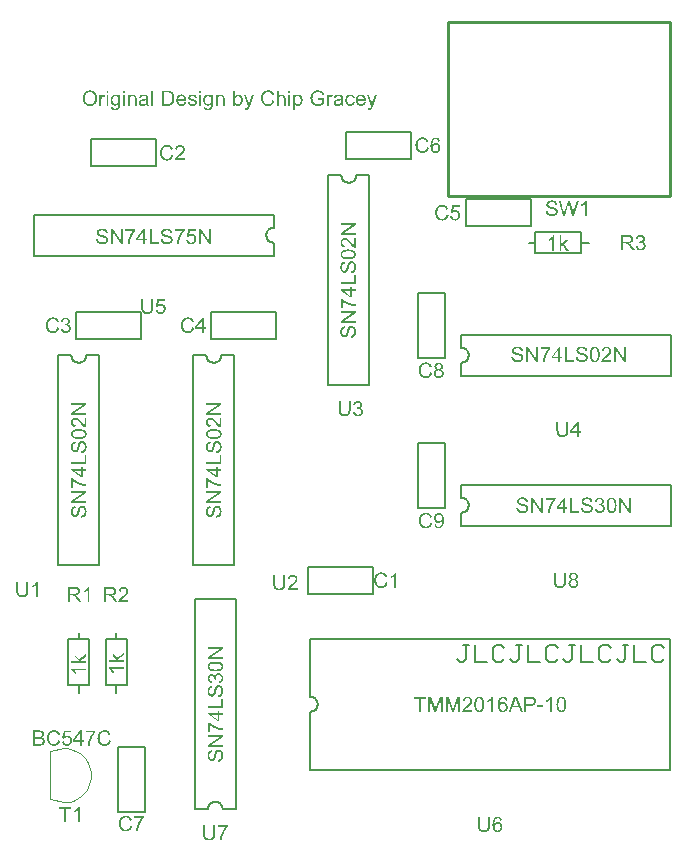
<source format=gto>
G04*
G04 #@! TF.GenerationSoftware,Altium Limited,Altium Designer,21.1.1 (26)*
G04*
G04 Layer_Color=65535*
%FSLAX25Y25*%
%MOIN*%
G70*
G04*
G04 #@! TF.SameCoordinates,50531035-4224-446A-8070-EFC382401BCB*
G04*
G04*
G04 #@! TF.FilePolarity,Positive*
G04*
G01*
G75*
%ADD10C,0.00787*%
%ADD11C,0.00394*%
%ADD12C,0.00591*%
%ADD13C,0.01000*%
G36*
X32521Y195918D02*
X28568Y193279D01*
X32521D01*
Y192639D01*
X27483D01*
Y193323D01*
X31440Y195966D01*
X27483D01*
Y196606D01*
X32521D01*
Y195918D01*
D02*
G37*
G36*
Y188405D02*
X32517D01*
X32510D01*
X32499D01*
X32484D01*
X32462D01*
X32441Y188409D01*
X32382Y188413D01*
X32320Y188420D01*
X32248Y188431D01*
X32171Y188449D01*
X32095Y188475D01*
X32091D01*
X32080Y188482D01*
X32062Y188489D01*
X32037Y188500D01*
X32004Y188511D01*
X31967Y188529D01*
X31927Y188551D01*
X31884Y188573D01*
X31833Y188598D01*
X31782Y188631D01*
X31669Y188700D01*
X31549Y188784D01*
X31425Y188882D01*
X31421Y188886D01*
X31411Y188897D01*
X31392Y188911D01*
X31367Y188933D01*
X31334Y188962D01*
X31298Y188999D01*
X31254Y189039D01*
X31207Y189090D01*
X31152Y189144D01*
X31094Y189203D01*
X31032Y189268D01*
X30963Y189341D01*
X30894Y189421D01*
X30821Y189505D01*
X30744Y189596D01*
X30664Y189690D01*
X30661Y189694D01*
X30657Y189701D01*
X30646Y189712D01*
X30635Y189727D01*
X30617Y189745D01*
X30599Y189767D01*
X30551Y189821D01*
X30497Y189891D01*
X30428Y189963D01*
X30355Y190047D01*
X30275Y190134D01*
X30191Y190229D01*
X30104Y190320D01*
X30016Y190415D01*
X29925Y190502D01*
X29838Y190589D01*
X29754Y190666D01*
X29671Y190739D01*
X29594Y190797D01*
X29590Y190801D01*
X29576Y190808D01*
X29554Y190822D01*
X29529Y190844D01*
X29492Y190866D01*
X29452Y190888D01*
X29405Y190917D01*
X29354Y190943D01*
X29299Y190968D01*
X29241Y190997D01*
X29114Y191044D01*
X29048Y191063D01*
X28983Y191077D01*
X28917Y191085D01*
X28852Y191088D01*
X28848D01*
X28833D01*
X28815D01*
X28790Y191085D01*
X28757Y191081D01*
X28721Y191074D01*
X28681Y191066D01*
X28637Y191055D01*
X28589Y191041D01*
X28539Y191023D01*
X28488Y191001D01*
X28437Y190975D01*
X28382Y190946D01*
X28331Y190910D01*
X28280Y190870D01*
X28233Y190822D01*
X28229Y190819D01*
X28222Y190812D01*
X28211Y190797D01*
X28193Y190775D01*
X28174Y190750D01*
X28153Y190717D01*
X28127Y190680D01*
X28105Y190640D01*
X28080Y190593D01*
X28058Y190542D01*
X28036Y190484D01*
X28018Y190426D01*
X28000Y190360D01*
X27989Y190291D01*
X27982Y190218D01*
X27978Y190142D01*
Y190098D01*
X27982Y190069D01*
X27985Y190029D01*
X27992Y189985D01*
X28000Y189938D01*
X28011Y189883D01*
X28025Y189829D01*
X28043Y189770D01*
X28065Y189712D01*
X28091Y189650D01*
X28124Y189592D01*
X28160Y189534D01*
X28200Y189476D01*
X28247Y189425D01*
X28251Y189421D01*
X28258Y189414D01*
X28277Y189399D01*
X28295Y189385D01*
X28324Y189363D01*
X28357Y189341D01*
X28397Y189315D01*
X28440Y189294D01*
X28488Y189268D01*
X28546Y189243D01*
X28604Y189221D01*
X28670Y189199D01*
X28742Y189184D01*
X28819Y189170D01*
X28899Y189163D01*
X28986Y189159D01*
X28921Y188522D01*
X28917D01*
X28914D01*
X28903Y188526D01*
X28888D01*
X28852Y188529D01*
X28804Y188540D01*
X28746Y188551D01*
X28677Y188566D01*
X28600Y188584D01*
X28520Y188606D01*
X28433Y188635D01*
X28346Y188668D01*
X28255Y188708D01*
X28164Y188755D01*
X28076Y188806D01*
X27992Y188868D01*
X27913Y188933D01*
X27840Y189010D01*
X27836Y189013D01*
X27825Y189028D01*
X27803Y189053D01*
X27781Y189086D01*
X27752Y189130D01*
X27720Y189181D01*
X27687Y189243D01*
X27650Y189312D01*
X27618Y189392D01*
X27585Y189476D01*
X27552Y189570D01*
X27523Y189672D01*
X27498Y189781D01*
X27479Y189898D01*
X27468Y190022D01*
X27465Y190153D01*
Y190185D01*
X27468Y190222D01*
X27472Y190273D01*
X27476Y190335D01*
X27487Y190404D01*
X27498Y190484D01*
X27516Y190568D01*
X27538Y190659D01*
X27563Y190750D01*
X27596Y190848D01*
X27636Y190943D01*
X27683Y191037D01*
X27734Y191128D01*
X27796Y191216D01*
X27869Y191299D01*
X27872Y191303D01*
X27887Y191317D01*
X27909Y191339D01*
X27942Y191365D01*
X27978Y191398D01*
X28025Y191434D01*
X28080Y191474D01*
X28142Y191514D01*
X28211Y191550D01*
X28287Y191590D01*
X28371Y191627D01*
X28458Y191660D01*
X28553Y191685D01*
X28651Y191707D01*
X28757Y191721D01*
X28866Y191725D01*
X28870D01*
X28881D01*
X28895D01*
X28917D01*
X28946Y191721D01*
X28975Y191718D01*
X29012Y191714D01*
X29052Y191711D01*
X29143Y191696D01*
X29245Y191674D01*
X29350Y191641D01*
X29460Y191601D01*
X29463D01*
X29474Y191594D01*
X29489Y191587D01*
X29510Y191576D01*
X29536Y191565D01*
X29569Y191547D01*
X29605Y191529D01*
X29645Y191503D01*
X29689Y191478D01*
X29736Y191448D01*
X29842Y191376D01*
X29896Y191336D01*
X29954Y191292D01*
X30013Y191241D01*
X30075Y191190D01*
X30078Y191186D01*
X30089Y191175D01*
X30107Y191161D01*
X30133Y191135D01*
X30166Y191103D01*
X30206Y191063D01*
X30253Y191019D01*
X30308Y190964D01*
X30366Y190902D01*
X30431Y190830D01*
X30504Y190753D01*
X30584Y190666D01*
X30668Y190571D01*
X30759Y190469D01*
X30857Y190357D01*
X30959Y190236D01*
X30963Y190229D01*
X30981Y190211D01*
X31003Y190185D01*
X31036Y190149D01*
X31072Y190102D01*
X31116Y190054D01*
X31163Y190000D01*
X31214Y189942D01*
X31319Y189818D01*
X31374Y189760D01*
X31425Y189701D01*
X31476Y189647D01*
X31520Y189599D01*
X31560Y189556D01*
X31596Y189523D01*
X31603Y189516D01*
X31625Y189497D01*
X31658Y189468D01*
X31698Y189432D01*
X31749Y189392D01*
X31804Y189348D01*
X31866Y189304D01*
X31927Y189265D01*
Y191732D01*
X32521D01*
Y188405D01*
D02*
G37*
G36*
X30151Y187848D02*
X30184D01*
X30260Y187845D01*
X30348Y187841D01*
X30442Y187838D01*
X30548Y187830D01*
X30661Y187819D01*
X30777Y187809D01*
X31014Y187776D01*
X31134Y187754D01*
X31250Y187728D01*
X31363Y187699D01*
X31469Y187666D01*
X31476Y187663D01*
X31494Y187659D01*
X31520Y187648D01*
X31560Y187634D01*
X31603Y187612D01*
X31658Y187590D01*
X31716Y187561D01*
X31778Y187532D01*
X31844Y187495D01*
X31913Y187452D01*
X31982Y187408D01*
X32055Y187361D01*
X32124Y187306D01*
X32190Y187248D01*
X32251Y187186D01*
X32310Y187120D01*
X32313Y187117D01*
X32320Y187102D01*
X32335Y187084D01*
X32357Y187055D01*
X32379Y187019D01*
X32404Y186979D01*
X32430Y186928D01*
X32455Y186873D01*
X32484Y186808D01*
X32510Y186738D01*
X32535Y186665D01*
X32557Y186585D01*
X32575Y186498D01*
X32590Y186407D01*
X32601Y186312D01*
X32604Y186211D01*
Y186178D01*
X32601Y186141D01*
X32597Y186090D01*
X32590Y186029D01*
X32575Y185956D01*
X32561Y185879D01*
X32539Y185792D01*
X32513Y185701D01*
X32477Y185610D01*
X32437Y185515D01*
X32386Y185417D01*
X32328Y185322D01*
X32259Y185231D01*
X32179Y185144D01*
X32087Y185064D01*
X32084D01*
X32080Y185060D01*
X32069Y185053D01*
X32058Y185042D01*
X32040Y185031D01*
X32018Y185017D01*
X31997Y185002D01*
X31967Y184987D01*
X31935Y184969D01*
X31898Y184947D01*
X31858Y184929D01*
X31815Y184907D01*
X31764Y184886D01*
X31713Y184864D01*
X31654Y184838D01*
X31596Y184816D01*
X31531Y184795D01*
X31462Y184769D01*
X31389Y184747D01*
X31309Y184725D01*
X31229Y184704D01*
X31141Y184685D01*
X31054Y184663D01*
X30955Y184645D01*
X30857Y184631D01*
X30755Y184616D01*
X30646Y184602D01*
X30533Y184591D01*
X30417Y184580D01*
X30297Y184576D01*
X30169Y184569D01*
X30038D01*
X30035D01*
X30027D01*
X30016D01*
X29998D01*
X29976D01*
X29951D01*
X29922Y184573D01*
X29889D01*
X29816Y184576D01*
X29729Y184580D01*
X29631Y184583D01*
X29525Y184591D01*
X29412Y184602D01*
X29296Y184613D01*
X29055Y184645D01*
X28935Y184667D01*
X28819Y184693D01*
X28706Y184718D01*
X28600Y184751D01*
X28593Y184755D01*
X28575Y184758D01*
X28550Y184769D01*
X28509Y184784D01*
X28466Y184806D01*
X28411Y184827D01*
X28353Y184856D01*
X28291Y184889D01*
X28225Y184922D01*
X28156Y184966D01*
X28084Y185009D01*
X28014Y185057D01*
X27945Y185111D01*
X27880Y185169D01*
X27818Y185231D01*
X27760Y185297D01*
X27756Y185301D01*
X27745Y185315D01*
X27731Y185333D01*
X27712Y185362D01*
X27690Y185399D01*
X27665Y185442D01*
X27639Y185490D01*
X27610Y185548D01*
X27585Y185610D01*
X27559Y185679D01*
X27534Y185756D01*
X27512Y185836D01*
X27490Y185923D01*
X27476Y186014D01*
X27468Y186109D01*
X27465Y186211D01*
Y186251D01*
X27468Y186280D01*
Y186312D01*
X27472Y186356D01*
X27479Y186400D01*
X27487Y186451D01*
X27505Y186560D01*
X27534Y186680D01*
X27574Y186804D01*
X27599Y186862D01*
X27628Y186920D01*
Y186924D01*
X27636Y186935D01*
X27647Y186949D01*
X27658Y186971D01*
X27676Y186997D01*
X27698Y187026D01*
X27720Y187062D01*
X27749Y187099D01*
X27814Y187179D01*
X27898Y187262D01*
X27992Y187346D01*
X28102Y187423D01*
X28105Y187426D01*
X28116Y187430D01*
X28135Y187441D01*
X28156Y187455D01*
X28185Y187474D01*
X28222Y187492D01*
X28262Y187514D01*
X28309Y187536D01*
X28360Y187561D01*
X28418Y187586D01*
X28480Y187612D01*
X28546Y187641D01*
X28615Y187666D01*
X28688Y187688D01*
X28768Y187714D01*
X28848Y187736D01*
X28852D01*
X28870Y187739D01*
X28892Y187747D01*
X28928Y187754D01*
X28972Y187761D01*
X29026Y187772D01*
X29088Y187783D01*
X29161Y187794D01*
X29241Y187805D01*
X29332Y187816D01*
X29430Y187827D01*
X29536Y187834D01*
X29649Y187841D01*
X29772Y187848D01*
X29900Y187852D01*
X30038D01*
X30042D01*
X30049D01*
X30060D01*
X30078D01*
X30097D01*
X30122D01*
X30151Y187848D01*
D02*
G37*
G36*
X31167Y183906D02*
X31203Y183903D01*
X31243Y183899D01*
X31290Y183892D01*
X31345Y183881D01*
X31400Y183870D01*
X31462Y183852D01*
X31523Y183834D01*
X31589Y183812D01*
X31654Y183786D01*
X31723Y183754D01*
X31789Y183717D01*
X31858Y183677D01*
X31862Y183673D01*
X31873Y183666D01*
X31891Y183652D01*
X31916Y183633D01*
X31946Y183612D01*
X31982Y183582D01*
X32018Y183550D01*
X32058Y183510D01*
X32102Y183466D01*
X32146Y183415D01*
X32193Y183360D01*
X32240Y183302D01*
X32284Y183240D01*
X32328Y183171D01*
X32368Y183098D01*
X32408Y183018D01*
X32412Y183015D01*
X32415Y183000D01*
X32426Y182975D01*
X32437Y182942D01*
X32452Y182902D01*
X32470Y182854D01*
X32488Y182800D01*
X32506Y182738D01*
X32524Y182669D01*
X32542Y182592D01*
X32557Y182512D01*
X32575Y182429D01*
X32586Y182341D01*
X32597Y182247D01*
X32601Y182148D01*
X32604Y182050D01*
Y181984D01*
X32601Y181937D01*
X32597Y181879D01*
X32594Y181810D01*
X32586Y181733D01*
X32579Y181650D01*
X32568Y181562D01*
X32557Y181471D01*
X32521Y181278D01*
X32499Y181180D01*
X32473Y181085D01*
X32441Y180991D01*
X32408Y180903D01*
X32404Y180900D01*
X32397Y180882D01*
X32386Y180860D01*
X32372Y180827D01*
X32350Y180787D01*
X32324Y180743D01*
X32291Y180692D01*
X32259Y180641D01*
X32219Y180583D01*
X32175Y180525D01*
X32124Y180463D01*
X32069Y180405D01*
X32011Y180343D01*
X31949Y180285D01*
X31880Y180230D01*
X31807Y180179D01*
X31804Y180175D01*
X31789Y180168D01*
X31767Y180154D01*
X31738Y180139D01*
X31698Y180117D01*
X31654Y180095D01*
X31603Y180070D01*
X31545Y180048D01*
X31480Y180023D01*
X31411Y179997D01*
X31334Y179975D01*
X31258Y179953D01*
X31174Y179935D01*
X31087Y179921D01*
X30996Y179910D01*
X30901Y179906D01*
X30846Y180536D01*
X30850D01*
X30865Y180539D01*
X30883D01*
X30908Y180547D01*
X30941Y180550D01*
X30981Y180558D01*
X31021Y180569D01*
X31068Y180579D01*
X31167Y180605D01*
X31272Y180641D01*
X31374Y180685D01*
X31472Y180740D01*
X31476Y180743D01*
X31483Y180747D01*
X31494Y180758D01*
X31512Y180772D01*
X31534Y180787D01*
X31556Y180809D01*
X31582Y180834D01*
X31611Y180863D01*
X31640Y180896D01*
X31673Y180936D01*
X31705Y180976D01*
X31738Y181024D01*
X31771Y181071D01*
X31804Y181125D01*
X31833Y181184D01*
X31862Y181246D01*
Y181249D01*
X31869Y181260D01*
X31876Y181282D01*
X31884Y181307D01*
X31895Y181340D01*
X31909Y181377D01*
X31924Y181424D01*
X31935Y181471D01*
X31949Y181526D01*
X31964Y181588D01*
X31975Y181650D01*
X31989Y181719D01*
X32004Y181864D01*
X32011Y182021D01*
Y182057D01*
X32008Y182086D01*
Y182119D01*
X32004Y182156D01*
X32000Y182199D01*
X31997Y182247D01*
X31982Y182352D01*
X31964Y182465D01*
X31935Y182578D01*
X31898Y182691D01*
Y182694D01*
X31895Y182705D01*
X31887Y182720D01*
X31876Y182738D01*
X31866Y182763D01*
X31851Y182789D01*
X31818Y182854D01*
X31775Y182924D01*
X31720Y182996D01*
X31658Y183066D01*
X31589Y183124D01*
X31585D01*
X31578Y183131D01*
X31567Y183138D01*
X31552Y183146D01*
X31534Y183157D01*
X31512Y183171D01*
X31458Y183197D01*
X31396Y183222D01*
X31323Y183248D01*
X31239Y183262D01*
X31156Y183269D01*
X31152D01*
X31145D01*
X31134D01*
X31116Y183266D01*
X31094D01*
X31072Y183262D01*
X31014Y183251D01*
X30952Y183237D01*
X30883Y183211D01*
X30814Y183175D01*
X30744Y183127D01*
X30741D01*
X30737Y183120D01*
X30715Y183102D01*
X30683Y183066D01*
X30661Y183044D01*
X30639Y183018D01*
X30617Y182989D01*
X30591Y182956D01*
X30566Y182920D01*
X30540Y182876D01*
X30515Y182833D01*
X30490Y182782D01*
X30468Y182731D01*
X30442Y182672D01*
Y182669D01*
X30439Y182661D01*
X30435Y182651D01*
X30428Y182629D01*
X30420Y182603D01*
X30410Y182574D01*
X30399Y182534D01*
X30384Y182487D01*
X30366Y182429D01*
X30348Y182367D01*
X30329Y182294D01*
X30308Y182210D01*
X30282Y182119D01*
X30257Y182014D01*
X30228Y181901D01*
X30198Y181777D01*
Y181773D01*
X30195Y181770D01*
Y181759D01*
X30191Y181748D01*
X30180Y181711D01*
X30169Y181664D01*
X30155Y181610D01*
X30136Y181544D01*
X30118Y181471D01*
X30097Y181398D01*
X30049Y181238D01*
X29994Y181078D01*
X29965Y181002D01*
X29936Y180929D01*
X29911Y180867D01*
X29882Y180809D01*
X29878Y180805D01*
X29874Y180794D01*
X29864Y180776D01*
X29849Y180751D01*
X29831Y180721D01*
X29805Y180685D01*
X29780Y180649D01*
X29751Y180605D01*
X29685Y180518D01*
X29605Y180430D01*
X29514Y180343D01*
X29463Y180306D01*
X29412Y180270D01*
X29408Y180266D01*
X29398Y180263D01*
X29383Y180255D01*
X29361Y180245D01*
X29336Y180230D01*
X29307Y180215D01*
X29270Y180201D01*
X29230Y180183D01*
X29183Y180168D01*
X29136Y180150D01*
X29030Y180124D01*
X28914Y180103D01*
X28852Y180099D01*
X28786Y180095D01*
X28782D01*
X28768D01*
X28750D01*
X28721Y180099D01*
X28688Y180103D01*
X28648Y180106D01*
X28604Y180113D01*
X28553Y180121D01*
X28499Y180135D01*
X28444Y180146D01*
X28386Y180165D01*
X28324Y180186D01*
X28262Y180212D01*
X28200Y180241D01*
X28135Y180274D01*
X28073Y180310D01*
X28069Y180314D01*
X28058Y180321D01*
X28040Y180332D01*
X28018Y180350D01*
X27989Y180372D01*
X27960Y180401D01*
X27923Y180434D01*
X27887Y180470D01*
X27847Y180510D01*
X27803Y180558D01*
X27763Y180609D01*
X27720Y180667D01*
X27679Y180729D01*
X27639Y180794D01*
X27603Y180863D01*
X27570Y180940D01*
X27567Y180943D01*
X27563Y180958D01*
X27556Y180980D01*
X27541Y181013D01*
X27530Y181053D01*
X27516Y181096D01*
X27498Y181151D01*
X27483Y181213D01*
X27465Y181278D01*
X27450Y181348D01*
X27436Y181424D01*
X27421Y181504D01*
X27410Y181591D01*
X27403Y181679D01*
X27399Y181770D01*
X27396Y181864D01*
Y181919D01*
X27399Y181959D01*
Y182006D01*
X27406Y182065D01*
X27410Y182126D01*
X27417Y182199D01*
X27428Y182272D01*
X27439Y182352D01*
X27472Y182516D01*
X27494Y182603D01*
X27516Y182687D01*
X27545Y182771D01*
X27578Y182851D01*
X27581Y182854D01*
X27585Y182869D01*
X27596Y182891D01*
X27610Y182920D01*
X27628Y182956D01*
X27654Y182996D01*
X27679Y183044D01*
X27712Y183091D01*
X27745Y183146D01*
X27785Y183197D01*
X27829Y183251D01*
X27876Y183306D01*
X27927Y183360D01*
X27985Y183411D01*
X28043Y183462D01*
X28109Y183506D01*
X28113Y183510D01*
X28124Y183517D01*
X28145Y183528D01*
X28171Y183542D01*
X28204Y183561D01*
X28244Y183582D01*
X28287Y183601D01*
X28338Y183626D01*
X28393Y183648D01*
X28455Y183670D01*
X28520Y183692D01*
X28589Y183710D01*
X28662Y183728D01*
X28739Y183743D01*
X28819Y183750D01*
X28899Y183757D01*
X28946Y183116D01*
X28939D01*
X28924Y183113D01*
X28899Y183109D01*
X28866Y183102D01*
X28830Y183095D01*
X28782Y183084D01*
X28732Y183069D01*
X28677Y183051D01*
X28619Y183033D01*
X28560Y183007D01*
X28502Y182978D01*
X28440Y182945D01*
X28382Y182909D01*
X28327Y182865D01*
X28273Y182818D01*
X28225Y182767D01*
X28222Y182763D01*
X28215Y182753D01*
X28204Y182738D01*
X28185Y182712D01*
X28167Y182680D01*
X28149Y182643D01*
X28127Y182600D01*
X28102Y182549D01*
X28080Y182490D01*
X28058Y182425D01*
X28040Y182352D01*
X28018Y182276D01*
X28003Y182188D01*
X27992Y182097D01*
X27985Y181999D01*
X27982Y181894D01*
Y181835D01*
X27985Y181795D01*
X27989Y181744D01*
X27992Y181690D01*
X28000Y181624D01*
X28011Y181559D01*
X28036Y181413D01*
X28054Y181340D01*
X28076Y181267D01*
X28102Y181198D01*
X28131Y181129D01*
X28164Y181067D01*
X28204Y181013D01*
X28207Y181009D01*
X28215Y181002D01*
X28225Y180987D01*
X28244Y180969D01*
X28266Y180951D01*
X28291Y180925D01*
X28320Y180903D01*
X28353Y180878D01*
X28389Y180852D01*
X28433Y180827D01*
X28524Y180783D01*
X28571Y180765D01*
X28626Y180751D01*
X28681Y180743D01*
X28739Y180740D01*
X28742D01*
X28750D01*
X28764D01*
X28782Y180743D01*
X28808Y180747D01*
X28833Y180751D01*
X28895Y180765D01*
X28968Y180787D01*
X29041Y180820D01*
X29081Y180842D01*
X29117Y180871D01*
X29154Y180900D01*
X29186Y180932D01*
X29190Y180936D01*
X29194Y180943D01*
X29205Y180954D01*
X29216Y180976D01*
X29234Y181002D01*
X29252Y181038D01*
X29274Y181078D01*
X29299Y181129D01*
X29325Y181191D01*
X29354Y181260D01*
X29383Y181344D01*
X29416Y181435D01*
X29449Y181540D01*
X29481Y181657D01*
X29514Y181788D01*
X29550Y181933D01*
Y181937D01*
X29554Y181944D01*
Y181955D01*
X29558Y181970D01*
X29561Y181988D01*
X29569Y182010D01*
X29580Y182065D01*
X29598Y182130D01*
X29616Y182206D01*
X29634Y182290D01*
X29660Y182378D01*
X29707Y182563D01*
X29732Y182654D01*
X29762Y182745D01*
X29787Y182833D01*
X29816Y182913D01*
X29842Y182985D01*
X29867Y183047D01*
X29871Y183051D01*
X29878Y183066D01*
X29889Y183091D01*
X29904Y183120D01*
X29925Y183157D01*
X29947Y183197D01*
X29976Y183244D01*
X30009Y183295D01*
X30042Y183346D01*
X30082Y183400D01*
X30169Y183510D01*
X30271Y183612D01*
X30326Y183655D01*
X30384Y183699D01*
X30388Y183703D01*
X30399Y183710D01*
X30417Y183717D01*
X30439Y183732D01*
X30468Y183746D01*
X30504Y183764D01*
X30544Y183786D01*
X30588Y183805D01*
X30639Y183823D01*
X30693Y183844D01*
X30752Y183863D01*
X30817Y183877D01*
X30883Y183892D01*
X30952Y183903D01*
X31021Y183906D01*
X31097Y183910D01*
X31101D01*
X31116D01*
X31137D01*
X31167Y183906D01*
D02*
G37*
G36*
X32521Y176190D02*
X27483D01*
Y176856D01*
X31927D01*
Y179335D01*
X32521D01*
Y176190D01*
D02*
G37*
G36*
X31316Y174653D02*
X32521D01*
Y174035D01*
X31316D01*
Y171851D01*
X30748D01*
X27483Y174148D01*
Y174653D01*
X30748D01*
Y175334D01*
X31316D01*
Y174653D01*
D02*
G37*
G36*
X28036Y171436D02*
X28051Y171418D01*
X28084Y171392D01*
X28124Y171356D01*
X28174Y171312D01*
X28236Y171261D01*
X28309Y171203D01*
X28393Y171141D01*
X28484Y171072D01*
X28586Y170995D01*
X28699Y170915D01*
X28819Y170835D01*
X28950Y170748D01*
X29088Y170664D01*
X29234Y170573D01*
X29390Y170486D01*
X29394D01*
X29401Y170482D01*
X29412Y170475D01*
X29427Y170464D01*
X29449Y170453D01*
X29474Y170442D01*
X29503Y170424D01*
X29536Y170409D01*
X29572Y170387D01*
X29616Y170369D01*
X29707Y170322D01*
X29809Y170271D01*
X29925Y170216D01*
X30053Y170158D01*
X30191Y170100D01*
X30333Y170038D01*
X30486Y169980D01*
X30643Y169918D01*
X30803Y169863D01*
X30970Y169809D01*
X31137Y169758D01*
X31145Y169754D01*
X31167Y169750D01*
X31199Y169739D01*
X31247Y169729D01*
X31309Y169714D01*
X31378Y169696D01*
X31458Y169678D01*
X31549Y169659D01*
X31647Y169638D01*
X31753Y169619D01*
X31869Y169598D01*
X31989Y169579D01*
X32113Y169561D01*
X32244Y169547D01*
X32382Y169532D01*
X32521Y169521D01*
Y168884D01*
X32513D01*
X32495D01*
X32459Y168888D01*
X32415D01*
X32357Y168891D01*
X32288Y168899D01*
X32208Y168906D01*
X32120Y168917D01*
X32018Y168928D01*
X31909Y168942D01*
X31793Y168961D01*
X31665Y168982D01*
X31531Y169011D01*
X31389Y169041D01*
X31239Y169073D01*
X31087Y169113D01*
X31083D01*
X31076Y169117D01*
X31065Y169121D01*
X31050Y169124D01*
X31028Y169132D01*
X31003Y169139D01*
X30974Y169146D01*
X30941Y169157D01*
X30868Y169179D01*
X30777Y169208D01*
X30679Y169241D01*
X30566Y169277D01*
X30446Y169321D01*
X30318Y169368D01*
X30184Y169423D01*
X30046Y169477D01*
X29904Y169539D01*
X29758Y169608D01*
X29609Y169678D01*
X29463Y169754D01*
X29460D01*
X29456Y169758D01*
X29445Y169765D01*
X29427Y169772D01*
X29408Y169783D01*
X29387Y169798D01*
X29332Y169827D01*
X29267Y169867D01*
X29186Y169911D01*
X29099Y169965D01*
X29004Y170023D01*
X28903Y170085D01*
X28797Y170155D01*
X28688Y170231D01*
X28575Y170307D01*
X28353Y170471D01*
X28244Y170559D01*
X28142Y170646D01*
Y168178D01*
X27549D01*
Y171439D01*
X28029D01*
X28036Y171436D01*
D02*
G37*
G36*
X32521Y166580D02*
X28568Y163941D01*
X32521D01*
Y163300D01*
X27483D01*
Y163985D01*
X31440Y166627D01*
X27483D01*
Y167268D01*
X32521D01*
Y166580D01*
D02*
G37*
G36*
X31167Y162394D02*
X31203Y162390D01*
X31243Y162387D01*
X31290Y162379D01*
X31345Y162369D01*
X31400Y162358D01*
X31462Y162339D01*
X31523Y162321D01*
X31589Y162299D01*
X31654Y162274D01*
X31723Y162241D01*
X31789Y162205D01*
X31858Y162165D01*
X31862Y162161D01*
X31873Y162154D01*
X31891Y162139D01*
X31916Y162121D01*
X31946Y162099D01*
X31982Y162070D01*
X32018Y162037D01*
X32058Y161997D01*
X32102Y161954D01*
X32146Y161903D01*
X32193Y161848D01*
X32240Y161790D01*
X32284Y161728D01*
X32328Y161659D01*
X32368Y161586D01*
X32408Y161506D01*
X32412Y161502D01*
X32415Y161488D01*
X32426Y161462D01*
X32437Y161429D01*
X32452Y161389D01*
X32470Y161342D01*
X32488Y161287D01*
X32506Y161226D01*
X32524Y161156D01*
X32542Y161080D01*
X32557Y161000D01*
X32575Y160916D01*
X32586Y160829D01*
X32597Y160734D01*
X32601Y160636D01*
X32604Y160538D01*
Y160472D01*
X32601Y160425D01*
X32597Y160366D01*
X32594Y160297D01*
X32586Y160221D01*
X32579Y160137D01*
X32568Y160050D01*
X32557Y159959D01*
X32521Y159766D01*
X32499Y159668D01*
X32473Y159573D01*
X32441Y159478D01*
X32408Y159391D01*
X32404Y159387D01*
X32397Y159369D01*
X32386Y159347D01*
X32372Y159315D01*
X32350Y159274D01*
X32324Y159231D01*
X32291Y159180D01*
X32259Y159129D01*
X32219Y159071D01*
X32175Y159012D01*
X32124Y158951D01*
X32069Y158892D01*
X32011Y158830D01*
X31949Y158772D01*
X31880Y158718D01*
X31807Y158667D01*
X31804Y158663D01*
X31789Y158656D01*
X31767Y158641D01*
X31738Y158627D01*
X31698Y158605D01*
X31654Y158583D01*
X31603Y158557D01*
X31545Y158536D01*
X31480Y158510D01*
X31411Y158485D01*
X31334Y158463D01*
X31258Y158441D01*
X31174Y158423D01*
X31087Y158408D01*
X30996Y158397D01*
X30901Y158394D01*
X30846Y159023D01*
X30850D01*
X30865Y159027D01*
X30883D01*
X30908Y159034D01*
X30941Y159038D01*
X30981Y159045D01*
X31021Y159056D01*
X31068Y159067D01*
X31167Y159092D01*
X31272Y159129D01*
X31374Y159173D01*
X31472Y159227D01*
X31476Y159231D01*
X31483Y159234D01*
X31494Y159245D01*
X31512Y159260D01*
X31534Y159274D01*
X31556Y159296D01*
X31582Y159322D01*
X31611Y159351D01*
X31640Y159384D01*
X31673Y159424D01*
X31705Y159464D01*
X31738Y159511D01*
X31771Y159558D01*
X31804Y159613D01*
X31833Y159671D01*
X31862Y159733D01*
Y159737D01*
X31869Y159748D01*
X31876Y159770D01*
X31884Y159795D01*
X31895Y159828D01*
X31909Y159864D01*
X31924Y159912D01*
X31935Y159959D01*
X31949Y160013D01*
X31964Y160075D01*
X31975Y160137D01*
X31989Y160206D01*
X32004Y160352D01*
X32011Y160509D01*
Y160545D01*
X32008Y160574D01*
Y160607D01*
X32004Y160643D01*
X32000Y160687D01*
X31997Y160734D01*
X31982Y160840D01*
X31964Y160953D01*
X31935Y161065D01*
X31898Y161178D01*
Y161182D01*
X31895Y161193D01*
X31887Y161207D01*
X31876Y161226D01*
X31866Y161251D01*
X31851Y161276D01*
X31818Y161342D01*
X31775Y161411D01*
X31720Y161484D01*
X31658Y161553D01*
X31589Y161611D01*
X31585D01*
X31578Y161619D01*
X31567Y161626D01*
X31552Y161633D01*
X31534Y161644D01*
X31512Y161659D01*
X31458Y161684D01*
X31396Y161710D01*
X31323Y161735D01*
X31239Y161750D01*
X31156Y161757D01*
X31152D01*
X31145D01*
X31134D01*
X31116Y161753D01*
X31094D01*
X31072Y161750D01*
X31014Y161739D01*
X30952Y161724D01*
X30883Y161699D01*
X30814Y161662D01*
X30744Y161615D01*
X30741D01*
X30737Y161608D01*
X30715Y161590D01*
X30683Y161553D01*
X30661Y161531D01*
X30639Y161506D01*
X30617Y161477D01*
X30591Y161444D01*
X30566Y161408D01*
X30540Y161364D01*
X30515Y161320D01*
X30490Y161269D01*
X30468Y161218D01*
X30442Y161160D01*
Y161156D01*
X30439Y161149D01*
X30435Y161138D01*
X30428Y161116D01*
X30420Y161091D01*
X30410Y161062D01*
X30399Y161022D01*
X30384Y160974D01*
X30366Y160916D01*
X30348Y160854D01*
X30329Y160782D01*
X30308Y160698D01*
X30282Y160607D01*
X30257Y160501D01*
X30228Y160388D01*
X30198Y160265D01*
Y160261D01*
X30195Y160257D01*
Y160246D01*
X30191Y160236D01*
X30180Y160199D01*
X30169Y160152D01*
X30155Y160097D01*
X30136Y160032D01*
X30118Y159959D01*
X30097Y159886D01*
X30049Y159726D01*
X29994Y159566D01*
X29965Y159489D01*
X29936Y159416D01*
X29911Y159355D01*
X29882Y159296D01*
X29878Y159293D01*
X29874Y159282D01*
X29864Y159264D01*
X29849Y159238D01*
X29831Y159209D01*
X29805Y159173D01*
X29780Y159136D01*
X29751Y159092D01*
X29685Y159005D01*
X29605Y158918D01*
X29514Y158830D01*
X29463Y158794D01*
X29412Y158758D01*
X29408Y158754D01*
X29398Y158750D01*
X29383Y158743D01*
X29361Y158732D01*
X29336Y158718D01*
X29307Y158703D01*
X29270Y158688D01*
X29230Y158670D01*
X29183Y158656D01*
X29136Y158637D01*
X29030Y158612D01*
X28914Y158590D01*
X28852Y158587D01*
X28786Y158583D01*
X28782D01*
X28768D01*
X28750D01*
X28721Y158587D01*
X28688Y158590D01*
X28648Y158594D01*
X28604Y158601D01*
X28553Y158608D01*
X28499Y158623D01*
X28444Y158634D01*
X28386Y158652D01*
X28324Y158674D01*
X28262Y158699D01*
X28200Y158729D01*
X28135Y158761D01*
X28073Y158798D01*
X28069Y158801D01*
X28058Y158809D01*
X28040Y158819D01*
X28018Y158838D01*
X27989Y158860D01*
X27960Y158889D01*
X27923Y158921D01*
X27887Y158958D01*
X27847Y158998D01*
X27803Y159045D01*
X27763Y159096D01*
X27720Y159154D01*
X27679Y159216D01*
X27639Y159282D01*
X27603Y159351D01*
X27570Y159427D01*
X27567Y159431D01*
X27563Y159446D01*
X27556Y159467D01*
X27541Y159500D01*
X27530Y159540D01*
X27516Y159584D01*
X27498Y159639D01*
X27483Y159700D01*
X27465Y159766D01*
X27450Y159835D01*
X27436Y159912D01*
X27421Y159992D01*
X27410Y160079D01*
X27403Y160166D01*
X27399Y160257D01*
X27396Y160352D01*
Y160407D01*
X27399Y160447D01*
Y160494D01*
X27406Y160552D01*
X27410Y160614D01*
X27417Y160687D01*
X27428Y160760D01*
X27439Y160840D01*
X27472Y161003D01*
X27494Y161091D01*
X27516Y161175D01*
X27545Y161258D01*
X27578Y161338D01*
X27581Y161342D01*
X27585Y161357D01*
X27596Y161378D01*
X27610Y161408D01*
X27628Y161444D01*
X27654Y161484D01*
X27679Y161531D01*
X27712Y161579D01*
X27745Y161633D01*
X27785Y161684D01*
X27829Y161739D01*
X27876Y161793D01*
X27927Y161848D01*
X27985Y161899D01*
X28043Y161950D01*
X28109Y161994D01*
X28113Y161997D01*
X28124Y162004D01*
X28145Y162015D01*
X28171Y162030D01*
X28204Y162048D01*
X28244Y162070D01*
X28287Y162088D01*
X28338Y162114D01*
X28393Y162136D01*
X28455Y162157D01*
X28520Y162179D01*
X28589Y162197D01*
X28662Y162216D01*
X28739Y162230D01*
X28819Y162238D01*
X28899Y162245D01*
X28946Y161604D01*
X28939D01*
X28924Y161600D01*
X28899Y161597D01*
X28866Y161590D01*
X28830Y161582D01*
X28782Y161571D01*
X28732Y161557D01*
X28677Y161539D01*
X28619Y161520D01*
X28560Y161495D01*
X28502Y161466D01*
X28440Y161433D01*
X28382Y161397D01*
X28327Y161353D01*
X28273Y161306D01*
X28225Y161255D01*
X28222Y161251D01*
X28215Y161240D01*
X28204Y161226D01*
X28185Y161200D01*
X28167Y161167D01*
X28149Y161131D01*
X28127Y161087D01*
X28102Y161036D01*
X28080Y160978D01*
X28058Y160913D01*
X28040Y160840D01*
X28018Y160763D01*
X28003Y160676D01*
X27992Y160585D01*
X27985Y160487D01*
X27982Y160381D01*
Y160323D01*
X27985Y160283D01*
X27989Y160232D01*
X27992Y160177D01*
X28000Y160112D01*
X28011Y160046D01*
X28036Y159901D01*
X28054Y159828D01*
X28076Y159755D01*
X28102Y159686D01*
X28131Y159617D01*
X28164Y159555D01*
X28204Y159500D01*
X28207Y159497D01*
X28215Y159489D01*
X28225Y159475D01*
X28244Y159457D01*
X28266Y159438D01*
X28291Y159413D01*
X28320Y159391D01*
X28353Y159365D01*
X28389Y159340D01*
X28433Y159315D01*
X28524Y159271D01*
X28571Y159253D01*
X28626Y159238D01*
X28681Y159231D01*
X28739Y159227D01*
X28742D01*
X28750D01*
X28764D01*
X28782Y159231D01*
X28808Y159234D01*
X28833Y159238D01*
X28895Y159253D01*
X28968Y159274D01*
X29041Y159307D01*
X29081Y159329D01*
X29117Y159358D01*
X29154Y159387D01*
X29186Y159420D01*
X29190Y159424D01*
X29194Y159431D01*
X29205Y159442D01*
X29216Y159464D01*
X29234Y159489D01*
X29252Y159526D01*
X29274Y159566D01*
X29299Y159617D01*
X29325Y159679D01*
X29354Y159748D01*
X29383Y159831D01*
X29416Y159922D01*
X29449Y160028D01*
X29481Y160144D01*
X29514Y160275D01*
X29550Y160421D01*
Y160425D01*
X29554Y160432D01*
Y160443D01*
X29558Y160458D01*
X29561Y160476D01*
X29569Y160498D01*
X29580Y160552D01*
X29598Y160618D01*
X29616Y160694D01*
X29634Y160778D01*
X29660Y160865D01*
X29707Y161051D01*
X29732Y161142D01*
X29762Y161233D01*
X29787Y161320D01*
X29816Y161400D01*
X29842Y161473D01*
X29867Y161535D01*
X29871Y161539D01*
X29878Y161553D01*
X29889Y161579D01*
X29904Y161608D01*
X29925Y161644D01*
X29947Y161684D01*
X29976Y161732D01*
X30009Y161783D01*
X30042Y161833D01*
X30082Y161888D01*
X30169Y161997D01*
X30271Y162099D01*
X30326Y162143D01*
X30384Y162187D01*
X30388Y162190D01*
X30399Y162197D01*
X30417Y162205D01*
X30439Y162219D01*
X30468Y162234D01*
X30504Y162252D01*
X30544Y162274D01*
X30588Y162292D01*
X30639Y162310D01*
X30693Y162332D01*
X30752Y162350D01*
X30817Y162365D01*
X30883Y162379D01*
X30952Y162390D01*
X31021Y162394D01*
X31097Y162398D01*
X31101D01*
X31116D01*
X31137D01*
X31167Y162394D01*
D02*
G37*
G36*
X38695Y87501D02*
X38749Y87497D01*
X38815Y87493D01*
X38887Y87483D01*
X38971Y87472D01*
X39066Y87457D01*
X39164Y87435D01*
X39266Y87410D01*
X39372Y87381D01*
X39477Y87341D01*
X39583Y87297D01*
X39692Y87246D01*
X39794Y87188D01*
X39892Y87119D01*
X39899Y87115D01*
X39914Y87100D01*
X39943Y87078D01*
X39976Y87046D01*
X40020Y87009D01*
X40067Y86958D01*
X40118Y86904D01*
X40176Y86838D01*
X40234Y86765D01*
X40296Y86685D01*
X40354Y86594D01*
X40413Y86500D01*
X40471Y86394D01*
X40522Y86281D01*
X40573Y86161D01*
X40613Y86034D01*
X39958Y85881D01*
X39954Y85888D01*
X39950Y85906D01*
X39939Y85932D01*
X39925Y85972D01*
X39907Y86016D01*
X39885Y86067D01*
X39856Y86125D01*
X39827Y86187D01*
X39794Y86252D01*
X39754Y86318D01*
X39714Y86383D01*
X39666Y86453D01*
X39615Y86514D01*
X39564Y86576D01*
X39506Y86631D01*
X39444Y86682D01*
X39441Y86685D01*
X39430Y86693D01*
X39412Y86704D01*
X39386Y86722D01*
X39353Y86740D01*
X39313Y86762D01*
X39266Y86784D01*
X39215Y86809D01*
X39157Y86831D01*
X39095Y86853D01*
X39026Y86875D01*
X38953Y86893D01*
X38873Y86911D01*
X38789Y86922D01*
X38702Y86929D01*
X38607Y86933D01*
X38553D01*
X38513Y86929D01*
X38462Y86926D01*
X38403Y86918D01*
X38338Y86911D01*
X38269Y86897D01*
X38192Y86882D01*
X38116Y86864D01*
X38036Y86842D01*
X37952Y86817D01*
X37872Y86784D01*
X37792Y86744D01*
X37712Y86704D01*
X37635Y86653D01*
X37632Y86649D01*
X37617Y86642D01*
X37599Y86624D01*
X37573Y86602D01*
X37541Y86573D01*
X37504Y86540D01*
X37464Y86500D01*
X37420Y86456D01*
X37377Y86405D01*
X37330Y86351D01*
X37286Y86289D01*
X37242Y86220D01*
X37198Y86150D01*
X37158Y86074D01*
X37122Y85994D01*
X37089Y85906D01*
Y85903D01*
X37082Y85885D01*
X37075Y85859D01*
X37064Y85826D01*
X37053Y85783D01*
X37038Y85732D01*
X37027Y85673D01*
X37013Y85608D01*
X36998Y85539D01*
X36984Y85462D01*
X36969Y85382D01*
X36958Y85299D01*
X36940Y85124D01*
X36936Y85033D01*
X36933Y84938D01*
Y84931D01*
Y84909D01*
Y84876D01*
X36936Y84829D01*
X36940Y84774D01*
X36944Y84709D01*
X36947Y84636D01*
X36955Y84560D01*
X36966Y84472D01*
X36976Y84381D01*
X37013Y84196D01*
X37031Y84097D01*
X37056Y84003D01*
X37086Y83908D01*
X37118Y83817D01*
X37122Y83814D01*
X37126Y83795D01*
X37137Y83773D01*
X37155Y83741D01*
X37173Y83701D01*
X37198Y83653D01*
X37228Y83602D01*
X37260Y83548D01*
X37300Y83493D01*
X37344Y83435D01*
X37391Y83373D01*
X37442Y83315D01*
X37501Y83257D01*
X37563Y83202D01*
X37628Y83151D01*
X37701Y83104D01*
X37704Y83100D01*
X37719Y83093D01*
X37741Y83082D01*
X37770Y83067D01*
X37806Y83049D01*
X37850Y83027D01*
X37901Y83009D01*
X37956Y82987D01*
X38017Y82962D01*
X38083Y82943D01*
X38156Y82922D01*
X38229Y82903D01*
X38309Y82889D01*
X38389Y82878D01*
X38473Y82871D01*
X38556Y82867D01*
X38582D01*
X38611Y82871D01*
X38651D01*
X38698Y82878D01*
X38753Y82885D01*
X38818Y82893D01*
X38884Y82907D01*
X38957Y82925D01*
X39033Y82947D01*
X39113Y82973D01*
X39193Y83002D01*
X39273Y83038D01*
X39353Y83082D01*
X39430Y83133D01*
X39506Y83187D01*
X39510Y83191D01*
X39524Y83202D01*
X39543Y83220D01*
X39568Y83249D01*
X39601Y83282D01*
X39637Y83322D01*
X39677Y83373D01*
X39717Y83428D01*
X39761Y83493D01*
X39805Y83562D01*
X39852Y83642D01*
X39892Y83730D01*
X39936Y83821D01*
X39972Y83923D01*
X40005Y84028D01*
X40034Y84145D01*
X40700Y83977D01*
Y83974D01*
X40696Y83966D01*
X40693Y83955D01*
X40689Y83941D01*
X40686Y83923D01*
X40678Y83897D01*
X40660Y83843D01*
X40635Y83773D01*
X40606Y83697D01*
X40569Y83610D01*
X40525Y83515D01*
X40478Y83413D01*
X40424Y83311D01*
X40362Y83209D01*
X40293Y83104D01*
X40216Y83002D01*
X40132Y82903D01*
X40041Y82812D01*
X39943Y82725D01*
X39936Y82722D01*
X39918Y82707D01*
X39888Y82685D01*
X39845Y82660D01*
X39794Y82627D01*
X39728Y82590D01*
X39656Y82550D01*
X39572Y82510D01*
X39481Y82470D01*
X39379Y82430D01*
X39270Y82394D01*
X39153Y82361D01*
X39026Y82336D01*
X38895Y82314D01*
X38756Y82299D01*
X38611Y82296D01*
X38556D01*
X38531Y82299D01*
X38476D01*
X38407Y82306D01*
X38327Y82314D01*
X38236Y82325D01*
X38141Y82336D01*
X38036Y82354D01*
X37930Y82376D01*
X37817Y82405D01*
X37708Y82434D01*
X37599Y82474D01*
X37490Y82518D01*
X37384Y82569D01*
X37286Y82627D01*
X37279Y82630D01*
X37264Y82641D01*
X37238Y82663D01*
X37202Y82689D01*
X37158Y82722D01*
X37111Y82765D01*
X37056Y82812D01*
X36998Y82871D01*
X36936Y82936D01*
X36874Y83005D01*
X36809Y83086D01*
X36744Y83169D01*
X36682Y83264D01*
X36620Y83362D01*
X36562Y83471D01*
X36511Y83584D01*
Y83588D01*
X36507Y83591D01*
X36500Y83613D01*
X36485Y83646D01*
X36470Y83693D01*
X36449Y83752D01*
X36427Y83821D01*
X36401Y83901D01*
X36380Y83988D01*
X36354Y84087D01*
X36329Y84192D01*
X36307Y84301D01*
X36285Y84421D01*
X36270Y84541D01*
X36256Y84669D01*
X36248Y84800D01*
X36245Y84935D01*
Y84938D01*
Y84945D01*
Y84956D01*
Y84971D01*
Y84989D01*
X36248Y85011D01*
Y85066D01*
X36256Y85135D01*
X36259Y85215D01*
X36270Y85306D01*
X36281Y85404D01*
X36299Y85506D01*
X36318Y85615D01*
X36343Y85732D01*
X36372Y85848D01*
X36405Y85965D01*
X36445Y86081D01*
X36492Y86194D01*
X36543Y86307D01*
X36547Y86314D01*
X36558Y86332D01*
X36576Y86361D01*
X36598Y86405D01*
X36631Y86453D01*
X36667Y86507D01*
X36714Y86573D01*
X36765Y86638D01*
X36820Y86707D01*
X36885Y86784D01*
X36955Y86857D01*
X37031Y86929D01*
X37115Y87002D01*
X37202Y87071D01*
X37297Y87137D01*
X37399Y87199D01*
X37406Y87202D01*
X37424Y87213D01*
X37453Y87228D01*
X37497Y87246D01*
X37548Y87271D01*
X37610Y87297D01*
X37683Y87322D01*
X37759Y87352D01*
X37846Y87381D01*
X37941Y87406D01*
X38043Y87435D01*
X38148Y87457D01*
X38261Y87475D01*
X38378Y87490D01*
X38498Y87501D01*
X38622Y87504D01*
X38673D01*
X38695Y87501D01*
D02*
G37*
G36*
X21874D02*
X21929Y87497D01*
X21994Y87493D01*
X22067Y87483D01*
X22151Y87472D01*
X22245Y87457D01*
X22344Y87435D01*
X22446Y87410D01*
X22551Y87381D01*
X22657Y87341D01*
X22762Y87297D01*
X22871Y87246D01*
X22973Y87188D01*
X23072Y87119D01*
X23079Y87115D01*
X23094Y87100D01*
X23123Y87078D01*
X23155Y87046D01*
X23199Y87009D01*
X23246Y86958D01*
X23297Y86904D01*
X23356Y86838D01*
X23414Y86765D01*
X23476Y86685D01*
X23534Y86594D01*
X23592Y86500D01*
X23650Y86394D01*
X23701Y86281D01*
X23752Y86161D01*
X23792Y86034D01*
X23137Y85881D01*
X23133Y85888D01*
X23130Y85906D01*
X23119Y85932D01*
X23104Y85972D01*
X23086Y86016D01*
X23064Y86067D01*
X23035Y86125D01*
X23006Y86187D01*
X22973Y86252D01*
X22933Y86318D01*
X22893Y86383D01*
X22846Y86453D01*
X22795Y86514D01*
X22744Y86576D01*
X22686Y86631D01*
X22624Y86682D01*
X22620Y86685D01*
X22609Y86693D01*
X22591Y86704D01*
X22566Y86722D01*
X22533Y86740D01*
X22493Y86762D01*
X22446Y86784D01*
X22395Y86809D01*
X22336Y86831D01*
X22275Y86853D01*
X22205Y86875D01*
X22132Y86893D01*
X22052Y86911D01*
X21969Y86922D01*
X21881Y86929D01*
X21787Y86933D01*
X21732D01*
X21692Y86929D01*
X21641Y86926D01*
X21583Y86918D01*
X21517Y86911D01*
X21448Y86897D01*
X21372Y86882D01*
X21295Y86864D01*
X21215Y86842D01*
X21132Y86817D01*
X21051Y86784D01*
X20971Y86744D01*
X20891Y86704D01*
X20815Y86653D01*
X20811Y86649D01*
X20797Y86642D01*
X20778Y86624D01*
X20753Y86602D01*
X20720Y86573D01*
X20684Y86540D01*
X20644Y86500D01*
X20600Y86456D01*
X20556Y86405D01*
X20509Y86351D01*
X20465Y86289D01*
X20422Y86220D01*
X20378Y86150D01*
X20338Y86074D01*
X20302Y85994D01*
X20269Y85906D01*
Y85903D01*
X20262Y85885D01*
X20254Y85859D01*
X20243Y85826D01*
X20232Y85783D01*
X20218Y85732D01*
X20207Y85673D01*
X20192Y85608D01*
X20178Y85539D01*
X20163Y85462D01*
X20149Y85382D01*
X20138Y85299D01*
X20120Y85124D01*
X20116Y85033D01*
X20112Y84938D01*
Y84931D01*
Y84909D01*
Y84876D01*
X20116Y84829D01*
X20120Y84774D01*
X20123Y84709D01*
X20127Y84636D01*
X20134Y84560D01*
X20145Y84472D01*
X20156Y84381D01*
X20192Y84196D01*
X20211Y84097D01*
X20236Y84003D01*
X20265Y83908D01*
X20298Y83817D01*
X20302Y83814D01*
X20305Y83795D01*
X20316Y83773D01*
X20334Y83741D01*
X20353Y83701D01*
X20378Y83653D01*
X20407Y83602D01*
X20440Y83548D01*
X20480Y83493D01*
X20524Y83435D01*
X20571Y83373D01*
X20622Y83315D01*
X20680Y83257D01*
X20742Y83202D01*
X20808Y83151D01*
X20880Y83104D01*
X20884Y83100D01*
X20899Y83093D01*
X20920Y83082D01*
X20949Y83067D01*
X20986Y83049D01*
X21030Y83027D01*
X21081Y83009D01*
X21135Y82987D01*
X21197Y82962D01*
X21263Y82943D01*
X21335Y82922D01*
X21408Y82903D01*
X21488Y82889D01*
X21568Y82878D01*
X21652Y82871D01*
X21736Y82867D01*
X21761D01*
X21790Y82871D01*
X21830D01*
X21878Y82878D01*
X21932Y82885D01*
X21998Y82893D01*
X22063Y82907D01*
X22136Y82925D01*
X22213Y82947D01*
X22293Y82973D01*
X22373Y83002D01*
X22453Y83038D01*
X22533Y83082D01*
X22609Y83133D01*
X22686Y83187D01*
X22689Y83191D01*
X22704Y83202D01*
X22722Y83220D01*
X22748Y83249D01*
X22780Y83282D01*
X22817Y83322D01*
X22857Y83373D01*
X22897Y83428D01*
X22941Y83493D01*
X22984Y83562D01*
X23032Y83642D01*
X23072Y83730D01*
X23115Y83821D01*
X23152Y83923D01*
X23185Y84028D01*
X23214Y84145D01*
X23880Y83977D01*
Y83974D01*
X23876Y83966D01*
X23872Y83955D01*
X23869Y83941D01*
X23865Y83923D01*
X23858Y83897D01*
X23840Y83843D01*
X23814Y83773D01*
X23785Y83697D01*
X23749Y83610D01*
X23705Y83515D01*
X23658Y83413D01*
X23603Y83311D01*
X23541Y83209D01*
X23472Y83104D01*
X23396Y83002D01*
X23312Y82903D01*
X23221Y82812D01*
X23123Y82725D01*
X23115Y82722D01*
X23097Y82707D01*
X23068Y82685D01*
X23024Y82660D01*
X22973Y82627D01*
X22908Y82590D01*
X22835Y82550D01*
X22751Y82510D01*
X22660Y82470D01*
X22558Y82430D01*
X22449Y82394D01*
X22333Y82361D01*
X22205Y82336D01*
X22074Y82314D01*
X21936Y82299D01*
X21790Y82296D01*
X21736D01*
X21710Y82299D01*
X21656D01*
X21587Y82306D01*
X21506Y82314D01*
X21415Y82325D01*
X21321Y82336D01*
X21215Y82354D01*
X21110Y82376D01*
X20997Y82405D01*
X20888Y82434D01*
X20778Y82474D01*
X20669Y82518D01*
X20564Y82569D01*
X20465Y82627D01*
X20458Y82630D01*
X20444Y82641D01*
X20418Y82663D01*
X20382Y82689D01*
X20338Y82722D01*
X20291Y82765D01*
X20236Y82812D01*
X20178Y82871D01*
X20116Y82936D01*
X20054Y83005D01*
X19989Y83086D01*
X19923Y83169D01*
X19861Y83264D01*
X19799Y83362D01*
X19741Y83471D01*
X19690Y83584D01*
Y83588D01*
X19686Y83591D01*
X19679Y83613D01*
X19665Y83646D01*
X19650Y83693D01*
X19628Y83752D01*
X19606Y83821D01*
X19581Y83901D01*
X19559Y83988D01*
X19534Y84087D01*
X19508Y84192D01*
X19486Y84301D01*
X19464Y84421D01*
X19450Y84541D01*
X19435Y84669D01*
X19428Y84800D01*
X19424Y84935D01*
Y84938D01*
Y84945D01*
Y84956D01*
Y84971D01*
Y84989D01*
X19428Y85011D01*
Y85066D01*
X19435Y85135D01*
X19439Y85215D01*
X19450Y85306D01*
X19461Y85404D01*
X19479Y85506D01*
X19497Y85615D01*
X19523Y85732D01*
X19552Y85848D01*
X19584Y85965D01*
X19625Y86081D01*
X19672Y86194D01*
X19723Y86307D01*
X19726Y86314D01*
X19737Y86332D01*
X19756Y86361D01*
X19777Y86405D01*
X19810Y86453D01*
X19847Y86507D01*
X19894Y86573D01*
X19945Y86638D01*
X19999Y86707D01*
X20065Y86784D01*
X20134Y86857D01*
X20211Y86929D01*
X20294Y87002D01*
X20382Y87071D01*
X20476Y87137D01*
X20578Y87199D01*
X20585Y87202D01*
X20604Y87213D01*
X20633Y87228D01*
X20676Y87246D01*
X20728Y87271D01*
X20789Y87297D01*
X20862Y87322D01*
X20939Y87352D01*
X21026Y87381D01*
X21121Y87406D01*
X21223Y87435D01*
X21328Y87457D01*
X21441Y87475D01*
X21557Y87490D01*
X21678Y87501D01*
X21801Y87504D01*
X21852D01*
X21874Y87501D01*
D02*
G37*
G36*
X27553Y86762D02*
X25536D01*
X25267Y85404D01*
X25270Y85408D01*
X25288Y85419D01*
X25310Y85433D01*
X25347Y85455D01*
X25387Y85477D01*
X25434Y85506D01*
X25492Y85532D01*
X25554Y85564D01*
X25623Y85593D01*
X25696Y85623D01*
X25776Y85648D01*
X25856Y85670D01*
X25944Y85692D01*
X26031Y85706D01*
X26126Y85717D01*
X26217Y85721D01*
X26246D01*
X26282Y85717D01*
X26326Y85713D01*
X26384Y85706D01*
X26450Y85695D01*
X26526Y85681D01*
X26606Y85663D01*
X26690Y85641D01*
X26781Y85608D01*
X26872Y85572D01*
X26966Y85528D01*
X27061Y85473D01*
X27156Y85415D01*
X27247Y85342D01*
X27334Y85262D01*
X27338Y85259D01*
X27352Y85240D01*
X27378Y85215D01*
X27407Y85179D01*
X27440Y85135D01*
X27480Y85080D01*
X27520Y85015D01*
X27563Y84942D01*
X27603Y84862D01*
X27643Y84774D01*
X27683Y84676D01*
X27720Y84574D01*
X27745Y84461D01*
X27771Y84341D01*
X27785Y84218D01*
X27789Y84087D01*
Y84083D01*
Y84079D01*
Y84068D01*
Y84057D01*
X27785Y84021D01*
X27782Y83974D01*
X27778Y83912D01*
X27767Y83843D01*
X27756Y83766D01*
X27738Y83682D01*
X27716Y83591D01*
X27691Y83497D01*
X27658Y83398D01*
X27622Y83300D01*
X27574Y83198D01*
X27520Y83100D01*
X27458Y83002D01*
X27389Y82907D01*
X27381Y82900D01*
X27367Y82882D01*
X27338Y82853D01*
X27301Y82812D01*
X27250Y82765D01*
X27192Y82714D01*
X27123Y82660D01*
X27043Y82601D01*
X26952Y82543D01*
X26854Y82489D01*
X26744Y82437D01*
X26624Y82390D01*
X26497Y82354D01*
X26362Y82321D01*
X26217Y82303D01*
X26064Y82296D01*
X26035D01*
X25998Y82299D01*
X25951Y82303D01*
X25893Y82306D01*
X25824Y82317D01*
X25747Y82328D01*
X25667Y82343D01*
X25580Y82365D01*
X25489Y82390D01*
X25394Y82419D01*
X25299Y82456D01*
X25208Y82499D01*
X25114Y82550D01*
X25026Y82612D01*
X24943Y82678D01*
X24939Y82681D01*
X24924Y82696D01*
X24903Y82718D01*
X24873Y82747D01*
X24841Y82787D01*
X24801Y82834D01*
X24761Y82889D01*
X24717Y82951D01*
X24673Y83020D01*
X24633Y83096D01*
X24589Y83180D01*
X24550Y83271D01*
X24517Y83369D01*
X24488Y83475D01*
X24462Y83584D01*
X24448Y83701D01*
X25095Y83755D01*
Y83752D01*
X25099Y83733D01*
X25103Y83711D01*
X25110Y83679D01*
X25121Y83639D01*
X25132Y83591D01*
X25146Y83540D01*
X25165Y83486D01*
X25208Y83373D01*
X25234Y83311D01*
X25263Y83253D01*
X25299Y83195D01*
X25336Y83140D01*
X25379Y83089D01*
X25427Y83042D01*
X25430Y83038D01*
X25438Y83031D01*
X25452Y83020D01*
X25474Y83005D01*
X25499Y82987D01*
X25532Y82965D01*
X25565Y82947D01*
X25605Y82925D01*
X25649Y82900D01*
X25700Y82882D01*
X25751Y82860D01*
X25809Y82842D01*
X25867Y82827D01*
X25929Y82816D01*
X25995Y82809D01*
X26064Y82805D01*
X26086D01*
X26107Y82809D01*
X26140D01*
X26177Y82816D01*
X26224Y82823D01*
X26275Y82834D01*
X26329Y82849D01*
X26388Y82863D01*
X26450Y82885D01*
X26511Y82914D01*
X26577Y82947D01*
X26639Y82983D01*
X26704Y83031D01*
X26766Y83082D01*
X26825Y83140D01*
X26828Y83144D01*
X26839Y83155D01*
X26854Y83176D01*
X26872Y83202D01*
X26897Y83235D01*
X26923Y83275D01*
X26952Y83322D01*
X26981Y83377D01*
X27007Y83438D01*
X27036Y83504D01*
X27061Y83577D01*
X27087Y83657D01*
X27105Y83744D01*
X27119Y83835D01*
X27130Y83930D01*
X27134Y84032D01*
Y84039D01*
Y84054D01*
X27130Y84083D01*
Y84119D01*
X27127Y84163D01*
X27119Y84218D01*
X27108Y84272D01*
X27097Y84338D01*
X27079Y84403D01*
X27061Y84469D01*
X27036Y84538D01*
X27007Y84611D01*
X26974Y84680D01*
X26934Y84745D01*
X26886Y84811D01*
X26835Y84869D01*
X26832Y84873D01*
X26821Y84884D01*
X26806Y84898D01*
X26781Y84916D01*
X26752Y84942D01*
X26715Y84967D01*
X26675Y84993D01*
X26628Y85022D01*
X26573Y85051D01*
X26515Y85076D01*
X26453Y85106D01*
X26384Y85128D01*
X26308Y85146D01*
X26228Y85160D01*
X26144Y85171D01*
X26056Y85175D01*
X26027D01*
X26006Y85171D01*
X25980D01*
X25947Y85167D01*
X25914Y85164D01*
X25874Y85157D01*
X25791Y85142D01*
X25700Y85117D01*
X25605Y85084D01*
X25514Y85036D01*
X25510D01*
X25503Y85029D01*
X25492Y85022D01*
X25474Y85011D01*
X25430Y84982D01*
X25376Y84942D01*
X25317Y84891D01*
X25256Y84833D01*
X25194Y84763D01*
X25139Y84687D01*
X24557Y84763D01*
X25045Y87352D01*
X27553D01*
Y86762D01*
D02*
G37*
G36*
X35575Y86871D02*
X35571Y86864D01*
X35553Y86849D01*
X35528Y86817D01*
X35491Y86776D01*
X35448Y86725D01*
X35397Y86664D01*
X35338Y86591D01*
X35277Y86507D01*
X35207Y86416D01*
X35131Y86314D01*
X35051Y86201D01*
X34971Y86081D01*
X34883Y85950D01*
X34800Y85812D01*
X34709Y85666D01*
X34621Y85510D01*
Y85506D01*
X34618Y85499D01*
X34610Y85488D01*
X34600Y85473D01*
X34589Y85452D01*
X34578Y85426D01*
X34560Y85397D01*
X34545Y85364D01*
X34523Y85328D01*
X34505Y85284D01*
X34458Y85193D01*
X34407Y85091D01*
X34352Y84975D01*
X34294Y84847D01*
X34236Y84709D01*
X34174Y84567D01*
X34115Y84414D01*
X34054Y84258D01*
X33999Y84097D01*
X33944Y83930D01*
X33893Y83763D01*
X33890Y83755D01*
X33886Y83733D01*
X33875Y83701D01*
X33864Y83653D01*
X33850Y83591D01*
X33832Y83522D01*
X33813Y83442D01*
X33795Y83351D01*
X33773Y83253D01*
X33755Y83147D01*
X33733Y83031D01*
X33715Y82911D01*
X33697Y82787D01*
X33682Y82656D01*
X33668Y82518D01*
X33657Y82379D01*
X33020D01*
Y82387D01*
Y82405D01*
X33023Y82441D01*
Y82485D01*
X33027Y82543D01*
X33034Y82612D01*
X33042Y82692D01*
X33053Y82780D01*
X33063Y82882D01*
X33078Y82991D01*
X33096Y83107D01*
X33118Y83235D01*
X33147Y83369D01*
X33176Y83511D01*
X33209Y83661D01*
X33249Y83814D01*
Y83817D01*
X33253Y83824D01*
X33256Y83835D01*
X33260Y83850D01*
X33267Y83872D01*
X33275Y83897D01*
X33282Y83926D01*
X33293Y83959D01*
X33315Y84032D01*
X33344Y84123D01*
X33377Y84221D01*
X33413Y84334D01*
X33457Y84454D01*
X33504Y84582D01*
X33558Y84716D01*
X33613Y84855D01*
X33675Y84996D01*
X33744Y85142D01*
X33813Y85291D01*
X33890Y85437D01*
Y85440D01*
X33893Y85444D01*
X33901Y85455D01*
X33908Y85473D01*
X33919Y85492D01*
X33933Y85513D01*
X33963Y85568D01*
X34003Y85633D01*
X34046Y85713D01*
X34101Y85801D01*
X34159Y85896D01*
X34221Y85997D01*
X34290Y86103D01*
X34367Y86212D01*
X34443Y86325D01*
X34607Y86547D01*
X34694Y86656D01*
X34782Y86758D01*
X32314D01*
Y87352D01*
X35575D01*
Y86871D01*
D02*
G37*
G36*
X30963Y84152D02*
X31644D01*
Y83584D01*
X30963D01*
Y82379D01*
X30344D01*
Y83584D01*
X28160D01*
Y84152D01*
X30457Y87417D01*
X30963D01*
Y84152D01*
D02*
G37*
G36*
X16880Y87413D02*
X16931D01*
X16986Y87410D01*
X17051Y87402D01*
X17117Y87399D01*
X17189Y87388D01*
X17266Y87381D01*
X17419Y87352D01*
X17572Y87312D01*
X17644Y87290D01*
X17710Y87261D01*
X17714D01*
X17725Y87253D01*
X17743Y87246D01*
X17768Y87231D01*
X17797Y87217D01*
X17830Y87195D01*
X17870Y87173D01*
X17910Y87144D01*
X17954Y87115D01*
X17998Y87078D01*
X18041Y87042D01*
X18089Y86998D01*
X18132Y86951D01*
X18176Y86904D01*
X18216Y86849D01*
X18256Y86791D01*
X18260Y86787D01*
X18263Y86776D01*
X18274Y86758D01*
X18289Y86736D01*
X18303Y86707D01*
X18318Y86671D01*
X18336Y86634D01*
X18358Y86591D01*
X18376Y86540D01*
X18394Y86489D01*
X18423Y86376D01*
X18449Y86252D01*
X18452Y86190D01*
X18456Y86125D01*
Y86121D01*
Y86110D01*
Y86092D01*
X18452Y86070D01*
Y86041D01*
X18445Y86008D01*
X18442Y85968D01*
X18434Y85928D01*
X18412Y85834D01*
X18380Y85732D01*
X18361Y85677D01*
X18336Y85626D01*
X18311Y85572D01*
X18278Y85517D01*
X18274Y85513D01*
X18271Y85506D01*
X18260Y85492D01*
X18245Y85470D01*
X18227Y85444D01*
X18205Y85419D01*
X18176Y85386D01*
X18147Y85353D01*
X18110Y85317D01*
X18074Y85280D01*
X18030Y85244D01*
X17983Y85204D01*
X17928Y85164D01*
X17874Y85128D01*
X17816Y85091D01*
X17750Y85058D01*
X17754D01*
X17772Y85051D01*
X17794Y85044D01*
X17826Y85033D01*
X17863Y85018D01*
X17907Y85000D01*
X17957Y84978D01*
X18008Y84949D01*
X18067Y84920D01*
X18125Y84887D01*
X18183Y84851D01*
X18241Y84807D01*
X18296Y84763D01*
X18354Y84712D01*
X18405Y84658D01*
X18452Y84600D01*
X18456Y84596D01*
X18463Y84585D01*
X18474Y84567D01*
X18493Y84541D01*
X18511Y84512D01*
X18533Y84476D01*
X18554Y84432D01*
X18576Y84385D01*
X18598Y84330D01*
X18624Y84272D01*
X18642Y84210D01*
X18660Y84141D01*
X18678Y84072D01*
X18689Y83995D01*
X18696Y83919D01*
X18700Y83839D01*
Y83835D01*
Y83824D01*
Y83802D01*
X18696Y83777D01*
Y83748D01*
X18693Y83711D01*
X18689Y83668D01*
X18682Y83624D01*
X18664Y83522D01*
X18634Y83409D01*
X18598Y83293D01*
X18547Y83176D01*
Y83173D01*
X18540Y83162D01*
X18533Y83147D01*
X18522Y83126D01*
X18507Y83100D01*
X18489Y83071D01*
X18445Y83005D01*
X18391Y82929D01*
X18329Y82853D01*
X18260Y82776D01*
X18180Y82710D01*
X18176D01*
X18169Y82703D01*
X18158Y82696D01*
X18139Y82685D01*
X18118Y82670D01*
X18092Y82656D01*
X18063Y82638D01*
X18030Y82620D01*
X17990Y82598D01*
X17950Y82579D01*
X17855Y82536D01*
X17750Y82499D01*
X17630Y82463D01*
X17626D01*
X17615Y82459D01*
X17597Y82456D01*
X17572Y82449D01*
X17539Y82445D01*
X17499Y82437D01*
X17455Y82430D01*
X17404Y82423D01*
X17350Y82412D01*
X17288Y82405D01*
X17219Y82398D01*
X17149Y82394D01*
X17073Y82387D01*
X16993Y82383D01*
X16905Y82379D01*
X14900D01*
Y87417D01*
X16840D01*
X16880Y87413D01*
D02*
G37*
G36*
X59359Y254701D02*
X59406D01*
X59465Y254694D01*
X59526Y254690D01*
X59599Y254683D01*
X59672Y254672D01*
X59752Y254661D01*
X59916Y254628D01*
X60003Y254606D01*
X60087Y254584D01*
X60171Y254555D01*
X60251Y254522D01*
X60254Y254519D01*
X60269Y254515D01*
X60291Y254504D01*
X60320Y254490D01*
X60356Y254471D01*
X60396Y254446D01*
X60444Y254420D01*
X60491Y254388D01*
X60546Y254355D01*
X60597Y254315D01*
X60651Y254271D01*
X60706Y254224D01*
X60760Y254173D01*
X60811Y254115D01*
X60862Y254057D01*
X60906Y253991D01*
X60910Y253987D01*
X60917Y253976D01*
X60928Y253955D01*
X60942Y253929D01*
X60961Y253896D01*
X60982Y253856D01*
X61001Y253813D01*
X61026Y253762D01*
X61048Y253707D01*
X61070Y253645D01*
X61092Y253580D01*
X61110Y253510D01*
X61128Y253438D01*
X61143Y253361D01*
X61150Y253281D01*
X61157Y253201D01*
X60517Y253154D01*
Y253161D01*
X60513Y253176D01*
X60509Y253201D01*
X60502Y253234D01*
X60495Y253270D01*
X60484Y253318D01*
X60469Y253368D01*
X60451Y253423D01*
X60433Y253481D01*
X60407Y253540D01*
X60378Y253598D01*
X60345Y253660D01*
X60309Y253718D01*
X60265Y253773D01*
X60218Y253827D01*
X60167Y253874D01*
X60163Y253878D01*
X60153Y253885D01*
X60138Y253896D01*
X60113Y253914D01*
X60080Y253933D01*
X60043Y253951D01*
X60000Y253973D01*
X59949Y253998D01*
X59890Y254020D01*
X59825Y254042D01*
X59752Y254060D01*
X59676Y254082D01*
X59588Y254097D01*
X59497Y254107D01*
X59399Y254115D01*
X59294Y254118D01*
X59235D01*
X59195Y254115D01*
X59144Y254111D01*
X59090Y254107D01*
X59024Y254100D01*
X58959Y254089D01*
X58813Y254064D01*
X58740Y254046D01*
X58667Y254024D01*
X58598Y253998D01*
X58529Y253969D01*
X58467Y253936D01*
X58413Y253896D01*
X58409Y253893D01*
X58402Y253885D01*
X58387Y253874D01*
X58369Y253856D01*
X58351Y253835D01*
X58325Y253809D01*
X58303Y253780D01*
X58278Y253747D01*
X58252Y253711D01*
X58227Y253667D01*
X58183Y253576D01*
X58165Y253529D01*
X58151Y253474D01*
X58143Y253419D01*
X58140Y253361D01*
Y253358D01*
Y253350D01*
Y253336D01*
X58143Y253318D01*
X58147Y253292D01*
X58151Y253267D01*
X58165Y253205D01*
X58187Y253132D01*
X58220Y253059D01*
X58241Y253019D01*
X58271Y252983D01*
X58300Y252946D01*
X58333Y252913D01*
X58336Y252910D01*
X58343Y252906D01*
X58354Y252895D01*
X58376Y252884D01*
X58402Y252866D01*
X58438Y252848D01*
X58478Y252826D01*
X58529Y252801D01*
X58591Y252775D01*
X58660Y252746D01*
X58744Y252717D01*
X58835Y252684D01*
X58940Y252652D01*
X59057Y252619D01*
X59188Y252586D01*
X59333Y252550D01*
X59337D01*
X59344Y252546D01*
X59355D01*
X59370Y252542D01*
X59388Y252539D01*
X59410Y252531D01*
X59465Y252520D01*
X59530Y252502D01*
X59606Y252484D01*
X59690Y252466D01*
X59778Y252440D01*
X59963Y252393D01*
X60054Y252367D01*
X60145Y252338D01*
X60233Y252313D01*
X60313Y252284D01*
X60386Y252258D01*
X60447Y252233D01*
X60451Y252229D01*
X60466Y252222D01*
X60491Y252211D01*
X60520Y252197D01*
X60557Y252175D01*
X60597Y252153D01*
X60644Y252124D01*
X60695Y252091D01*
X60746Y252058D01*
X60800Y252018D01*
X60910Y251931D01*
X61012Y251829D01*
X61055Y251774D01*
X61099Y251716D01*
X61103Y251712D01*
X61110Y251701D01*
X61117Y251683D01*
X61132Y251661D01*
X61146Y251632D01*
X61164Y251596D01*
X61186Y251556D01*
X61204Y251512D01*
X61223Y251461D01*
X61244Y251407D01*
X61263Y251348D01*
X61277Y251283D01*
X61292Y251217D01*
X61303Y251148D01*
X61306Y251079D01*
X61310Y251003D01*
Y250999D01*
Y250984D01*
Y250962D01*
X61306Y250933D01*
X61303Y250897D01*
X61299Y250857D01*
X61292Y250810D01*
X61281Y250755D01*
X61270Y250700D01*
X61252Y250639D01*
X61234Y250577D01*
X61212Y250511D01*
X61186Y250446D01*
X61154Y250377D01*
X61117Y250311D01*
X61077Y250242D01*
X61073Y250238D01*
X61066Y250227D01*
X61052Y250209D01*
X61033Y250184D01*
X61012Y250154D01*
X60982Y250118D01*
X60950Y250082D01*
X60910Y250042D01*
X60866Y249998D01*
X60815Y249954D01*
X60760Y249907D01*
X60702Y249860D01*
X60640Y249816D01*
X60571Y249772D01*
X60498Y249732D01*
X60418Y249692D01*
X60415Y249689D01*
X60400Y249685D01*
X60375Y249674D01*
X60342Y249663D01*
X60302Y249648D01*
X60254Y249630D01*
X60200Y249612D01*
X60138Y249594D01*
X60069Y249576D01*
X59992Y249557D01*
X59912Y249543D01*
X59829Y249525D01*
X59741Y249514D01*
X59647Y249503D01*
X59548Y249499D01*
X59450Y249496D01*
X59385D01*
X59337Y249499D01*
X59279Y249503D01*
X59210Y249506D01*
X59133Y249514D01*
X59050Y249521D01*
X58962Y249532D01*
X58871Y249543D01*
X58678Y249579D01*
X58580Y249601D01*
X58485Y249627D01*
X58391Y249659D01*
X58303Y249692D01*
X58300Y249696D01*
X58282Y249703D01*
X58260Y249714D01*
X58227Y249728D01*
X58187Y249750D01*
X58143Y249776D01*
X58092Y249809D01*
X58041Y249841D01*
X57983Y249881D01*
X57925Y249925D01*
X57863Y249976D01*
X57805Y250031D01*
X57743Y250089D01*
X57685Y250151D01*
X57630Y250220D01*
X57579Y250293D01*
X57575Y250296D01*
X57568Y250311D01*
X57554Y250333D01*
X57539Y250362D01*
X57517Y250402D01*
X57495Y250446D01*
X57470Y250497D01*
X57448Y250555D01*
X57423Y250620D01*
X57397Y250690D01*
X57375Y250766D01*
X57353Y250842D01*
X57335Y250926D01*
X57321Y251013D01*
X57310Y251104D01*
X57306Y251199D01*
X57936Y251254D01*
Y251250D01*
X57939Y251236D01*
Y251217D01*
X57947Y251192D01*
X57950Y251159D01*
X57958Y251119D01*
X57968Y251079D01*
X57979Y251032D01*
X58005Y250933D01*
X58041Y250828D01*
X58085Y250726D01*
X58140Y250628D01*
X58143Y250624D01*
X58147Y250617D01*
X58158Y250606D01*
X58172Y250588D01*
X58187Y250566D01*
X58209Y250544D01*
X58234Y250518D01*
X58263Y250489D01*
X58296Y250460D01*
X58336Y250427D01*
X58376Y250395D01*
X58424Y250362D01*
X58471Y250329D01*
X58525Y250296D01*
X58584Y250267D01*
X58646Y250238D01*
X58649D01*
X58660Y250231D01*
X58682Y250224D01*
X58707Y250216D01*
X58740Y250205D01*
X58777Y250191D01*
X58824Y250176D01*
X58871Y250165D01*
X58926Y250151D01*
X58988Y250136D01*
X59050Y250125D01*
X59119Y250111D01*
X59264Y250096D01*
X59421Y250089D01*
X59457D01*
X59486Y250093D01*
X59519D01*
X59556Y250096D01*
X59599Y250100D01*
X59647Y250103D01*
X59752Y250118D01*
X59865Y250136D01*
X59978Y250165D01*
X60091Y250202D01*
X60094D01*
X60105Y250205D01*
X60120Y250213D01*
X60138Y250224D01*
X60163Y250235D01*
X60189Y250249D01*
X60254Y250282D01*
X60324Y250325D01*
X60396Y250380D01*
X60466Y250442D01*
X60524Y250511D01*
Y250515D01*
X60531Y250522D01*
X60538Y250533D01*
X60546Y250548D01*
X60557Y250566D01*
X60571Y250588D01*
X60597Y250642D01*
X60622Y250704D01*
X60648Y250777D01*
X60662Y250861D01*
X60669Y250944D01*
Y250948D01*
Y250955D01*
Y250966D01*
X60666Y250984D01*
Y251006D01*
X60662Y251028D01*
X60651Y251086D01*
X60637Y251148D01*
X60611Y251217D01*
X60575Y251287D01*
X60527Y251356D01*
Y251359D01*
X60520Y251363D01*
X60502Y251385D01*
X60466Y251417D01*
X60444Y251439D01*
X60418Y251461D01*
X60389Y251483D01*
X60356Y251508D01*
X60320Y251534D01*
X60276Y251559D01*
X60233Y251585D01*
X60182Y251610D01*
X60131Y251632D01*
X60072Y251658D01*
X60069D01*
X60062Y251661D01*
X60051Y251665D01*
X60029Y251672D01*
X60003Y251680D01*
X59974Y251691D01*
X59934Y251701D01*
X59887Y251716D01*
X59829Y251734D01*
X59767Y251752D01*
X59694Y251771D01*
X59610Y251792D01*
X59519Y251818D01*
X59414Y251843D01*
X59301Y251872D01*
X59177Y251902D01*
X59173D01*
X59170Y251905D01*
X59159D01*
X59148Y251909D01*
X59111Y251920D01*
X59064Y251931D01*
X59010Y251945D01*
X58944Y251963D01*
X58871Y251982D01*
X58798Y252004D01*
X58638Y252051D01*
X58478Y252105D01*
X58402Y252135D01*
X58329Y252164D01*
X58267Y252189D01*
X58209Y252218D01*
X58205Y252222D01*
X58194Y252226D01*
X58176Y252237D01*
X58151Y252251D01*
X58121Y252269D01*
X58085Y252295D01*
X58049Y252320D01*
X58005Y252349D01*
X57918Y252415D01*
X57830Y252495D01*
X57743Y252586D01*
X57706Y252637D01*
X57670Y252688D01*
X57666Y252692D01*
X57663Y252702D01*
X57656Y252717D01*
X57645Y252739D01*
X57630Y252764D01*
X57615Y252793D01*
X57601Y252830D01*
X57583Y252870D01*
X57568Y252917D01*
X57550Y252964D01*
X57524Y253070D01*
X57503Y253186D01*
X57499Y253248D01*
X57495Y253314D01*
Y253318D01*
Y253332D01*
Y253350D01*
X57499Y253380D01*
X57503Y253412D01*
X57506Y253452D01*
X57513Y253496D01*
X57521Y253547D01*
X57535Y253602D01*
X57546Y253656D01*
X57565Y253714D01*
X57586Y253776D01*
X57612Y253838D01*
X57641Y253900D01*
X57674Y253965D01*
X57710Y254027D01*
X57714Y254031D01*
X57721Y254042D01*
X57732Y254060D01*
X57750Y254082D01*
X57772Y254111D01*
X57801Y254140D01*
X57834Y254177D01*
X57870Y254213D01*
X57910Y254253D01*
X57958Y254297D01*
X58009Y254337D01*
X58067Y254380D01*
X58129Y254420D01*
X58194Y254461D01*
X58263Y254497D01*
X58340Y254530D01*
X58343Y254533D01*
X58358Y254537D01*
X58380Y254544D01*
X58413Y254559D01*
X58453Y254570D01*
X58496Y254584D01*
X58551Y254603D01*
X58613Y254617D01*
X58678Y254635D01*
X58748Y254650D01*
X58824Y254664D01*
X58904Y254679D01*
X58991Y254690D01*
X59079Y254697D01*
X59170Y254701D01*
X59264Y254704D01*
X59319D01*
X59359Y254701D01*
D02*
G37*
G36*
X37847D02*
X37894D01*
X37952Y254694D01*
X38014Y254690D01*
X38087Y254683D01*
X38160Y254672D01*
X38240Y254661D01*
X38403Y254628D01*
X38491Y254606D01*
X38575Y254584D01*
X38658Y254555D01*
X38738Y254522D01*
X38742Y254519D01*
X38757Y254515D01*
X38778Y254504D01*
X38808Y254490D01*
X38844Y254471D01*
X38884Y254446D01*
X38931Y254420D01*
X38979Y254388D01*
X39033Y254355D01*
X39084Y254315D01*
X39139Y254271D01*
X39193Y254224D01*
X39248Y254173D01*
X39299Y254115D01*
X39350Y254057D01*
X39394Y253991D01*
X39397Y253987D01*
X39404Y253976D01*
X39415Y253955D01*
X39430Y253929D01*
X39448Y253896D01*
X39470Y253856D01*
X39488Y253813D01*
X39514Y253762D01*
X39536Y253707D01*
X39557Y253645D01*
X39579Y253580D01*
X39597Y253510D01*
X39616Y253438D01*
X39630Y253361D01*
X39638Y253281D01*
X39645Y253201D01*
X39004Y253154D01*
Y253161D01*
X39000Y253176D01*
X38997Y253201D01*
X38990Y253234D01*
X38982Y253270D01*
X38971Y253318D01*
X38957Y253368D01*
X38939Y253423D01*
X38920Y253481D01*
X38895Y253540D01*
X38866Y253598D01*
X38833Y253660D01*
X38797Y253718D01*
X38753Y253773D01*
X38706Y253827D01*
X38655Y253874D01*
X38651Y253878D01*
X38640Y253885D01*
X38626Y253896D01*
X38600Y253914D01*
X38567Y253933D01*
X38531Y253951D01*
X38487Y253973D01*
X38436Y253998D01*
X38378Y254020D01*
X38313Y254042D01*
X38240Y254060D01*
X38163Y254082D01*
X38076Y254097D01*
X37985Y254107D01*
X37887Y254115D01*
X37781Y254118D01*
X37723D01*
X37683Y254115D01*
X37632Y254111D01*
X37577Y254107D01*
X37512Y254100D01*
X37446Y254089D01*
X37301Y254064D01*
X37228Y254046D01*
X37155Y254024D01*
X37086Y253998D01*
X37017Y253969D01*
X36955Y253936D01*
X36900Y253896D01*
X36897Y253893D01*
X36889Y253885D01*
X36875Y253874D01*
X36856Y253856D01*
X36838Y253835D01*
X36813Y253809D01*
X36791Y253780D01*
X36766Y253747D01*
X36740Y253711D01*
X36715Y253667D01*
X36671Y253576D01*
X36653Y253529D01*
X36638Y253474D01*
X36631Y253419D01*
X36627Y253361D01*
Y253358D01*
Y253350D01*
Y253336D01*
X36631Y253318D01*
X36634Y253292D01*
X36638Y253267D01*
X36653Y253205D01*
X36674Y253132D01*
X36707Y253059D01*
X36729Y253019D01*
X36758Y252983D01*
X36787Y252946D01*
X36820Y252913D01*
X36824Y252910D01*
X36831Y252906D01*
X36842Y252895D01*
X36864Y252884D01*
X36889Y252866D01*
X36926Y252848D01*
X36966Y252826D01*
X37017Y252801D01*
X37079Y252775D01*
X37148Y252746D01*
X37231Y252717D01*
X37322Y252684D01*
X37428Y252652D01*
X37545Y252619D01*
X37675Y252586D01*
X37821Y252550D01*
X37825D01*
X37832Y252546D01*
X37843D01*
X37857Y252542D01*
X37876Y252539D01*
X37898Y252531D01*
X37952Y252520D01*
X38018Y252502D01*
X38094Y252484D01*
X38178Y252466D01*
X38265Y252440D01*
X38451Y252393D01*
X38542Y252367D01*
X38633Y252338D01*
X38720Y252313D01*
X38800Y252284D01*
X38873Y252258D01*
X38935Y252233D01*
X38939Y252229D01*
X38953Y252222D01*
X38979Y252211D01*
X39008Y252197D01*
X39044Y252175D01*
X39084Y252153D01*
X39132Y252124D01*
X39182Y252091D01*
X39233Y252058D01*
X39288Y252018D01*
X39397Y251931D01*
X39499Y251829D01*
X39543Y251774D01*
X39586Y251716D01*
X39590Y251712D01*
X39597Y251701D01*
X39605Y251683D01*
X39619Y251661D01*
X39634Y251632D01*
X39652Y251596D01*
X39674Y251556D01*
X39692Y251512D01*
X39710Y251461D01*
X39732Y251407D01*
X39750Y251348D01*
X39765Y251283D01*
X39779Y251217D01*
X39790Y251148D01*
X39794Y251079D01*
X39798Y251003D01*
Y250999D01*
Y250984D01*
Y250962D01*
X39794Y250933D01*
X39790Y250897D01*
X39787Y250857D01*
X39779Y250810D01*
X39768Y250755D01*
X39758Y250700D01*
X39739Y250639D01*
X39721Y250577D01*
X39699Y250511D01*
X39674Y250446D01*
X39641Y250377D01*
X39605Y250311D01*
X39565Y250242D01*
X39561Y250238D01*
X39554Y250227D01*
X39539Y250209D01*
X39521Y250184D01*
X39499Y250154D01*
X39470Y250118D01*
X39437Y250082D01*
X39397Y250042D01*
X39354Y249998D01*
X39303Y249954D01*
X39248Y249907D01*
X39190Y249860D01*
X39128Y249816D01*
X39059Y249772D01*
X38986Y249732D01*
X38906Y249692D01*
X38902Y249689D01*
X38888Y249685D01*
X38862Y249674D01*
X38829Y249663D01*
X38789Y249648D01*
X38742Y249630D01*
X38687Y249612D01*
X38626Y249594D01*
X38556Y249576D01*
X38480Y249557D01*
X38400Y249543D01*
X38316Y249525D01*
X38229Y249514D01*
X38134Y249503D01*
X38036Y249499D01*
X37938Y249496D01*
X37872D01*
X37825Y249499D01*
X37767Y249503D01*
X37697Y249506D01*
X37621Y249514D01*
X37537Y249521D01*
X37450Y249532D01*
X37359Y249543D01*
X37166Y249579D01*
X37068Y249601D01*
X36973Y249627D01*
X36878Y249659D01*
X36791Y249692D01*
X36787Y249696D01*
X36769Y249703D01*
X36747Y249714D01*
X36715Y249728D01*
X36674Y249750D01*
X36631Y249776D01*
X36580Y249809D01*
X36529Y249841D01*
X36471Y249881D01*
X36412Y249925D01*
X36351Y249976D01*
X36292Y250031D01*
X36230Y250089D01*
X36172Y250151D01*
X36118Y250220D01*
X36067Y250293D01*
X36063Y250296D01*
X36056Y250311D01*
X36041Y250333D01*
X36027Y250362D01*
X36005Y250402D01*
X35983Y250446D01*
X35957Y250497D01*
X35936Y250555D01*
X35910Y250620D01*
X35885Y250690D01*
X35863Y250766D01*
X35841Y250842D01*
X35823Y250926D01*
X35808Y251013D01*
X35797Y251104D01*
X35794Y251199D01*
X36423Y251254D01*
Y251250D01*
X36427Y251236D01*
Y251217D01*
X36434Y251192D01*
X36438Y251159D01*
X36445Y251119D01*
X36456Y251079D01*
X36467Y251032D01*
X36492Y250933D01*
X36529Y250828D01*
X36573Y250726D01*
X36627Y250628D01*
X36631Y250624D01*
X36634Y250617D01*
X36645Y250606D01*
X36660Y250588D01*
X36674Y250566D01*
X36696Y250544D01*
X36722Y250518D01*
X36751Y250489D01*
X36784Y250460D01*
X36824Y250427D01*
X36864Y250395D01*
X36911Y250362D01*
X36958Y250329D01*
X37013Y250296D01*
X37071Y250267D01*
X37133Y250238D01*
X37137D01*
X37148Y250231D01*
X37170Y250224D01*
X37195Y250216D01*
X37228Y250205D01*
X37264Y250191D01*
X37312Y250176D01*
X37359Y250165D01*
X37413Y250151D01*
X37475Y250136D01*
X37537Y250125D01*
X37606Y250111D01*
X37752Y250096D01*
X37909Y250089D01*
X37945D01*
X37974Y250093D01*
X38007D01*
X38043Y250096D01*
X38087Y250100D01*
X38134Y250103D01*
X38240Y250118D01*
X38353Y250136D01*
X38465Y250165D01*
X38578Y250202D01*
X38582D01*
X38593Y250205D01*
X38607Y250213D01*
X38626Y250224D01*
X38651Y250235D01*
X38677Y250249D01*
X38742Y250282D01*
X38811Y250325D01*
X38884Y250380D01*
X38953Y250442D01*
X39011Y250511D01*
Y250515D01*
X39019Y250522D01*
X39026Y250533D01*
X39033Y250548D01*
X39044Y250566D01*
X39059Y250588D01*
X39084Y250642D01*
X39110Y250704D01*
X39135Y250777D01*
X39150Y250861D01*
X39157Y250944D01*
Y250948D01*
Y250955D01*
Y250966D01*
X39153Y250984D01*
Y251006D01*
X39150Y251028D01*
X39139Y251086D01*
X39124Y251148D01*
X39099Y251217D01*
X39062Y251287D01*
X39015Y251356D01*
Y251359D01*
X39008Y251363D01*
X38990Y251385D01*
X38953Y251417D01*
X38931Y251439D01*
X38906Y251461D01*
X38877Y251483D01*
X38844Y251508D01*
X38808Y251534D01*
X38764Y251559D01*
X38720Y251585D01*
X38669Y251610D01*
X38618Y251632D01*
X38560Y251658D01*
X38556D01*
X38549Y251661D01*
X38538Y251665D01*
X38516Y251672D01*
X38491Y251680D01*
X38462Y251691D01*
X38422Y251701D01*
X38374Y251716D01*
X38316Y251734D01*
X38254Y251752D01*
X38181Y251771D01*
X38098Y251792D01*
X38007Y251818D01*
X37901Y251843D01*
X37788Y251872D01*
X37665Y251902D01*
X37661D01*
X37657Y251905D01*
X37646D01*
X37635Y251909D01*
X37599Y251920D01*
X37552Y251931D01*
X37497Y251945D01*
X37432Y251963D01*
X37359Y251982D01*
X37286Y252004D01*
X37126Y252051D01*
X36966Y252105D01*
X36889Y252135D01*
X36816Y252164D01*
X36755Y252189D01*
X36696Y252218D01*
X36693Y252222D01*
X36682Y252226D01*
X36664Y252237D01*
X36638Y252251D01*
X36609Y252269D01*
X36573Y252295D01*
X36536Y252320D01*
X36492Y252349D01*
X36405Y252415D01*
X36318Y252495D01*
X36230Y252586D01*
X36194Y252637D01*
X36158Y252688D01*
X36154Y252692D01*
X36150Y252702D01*
X36143Y252717D01*
X36132Y252739D01*
X36118Y252764D01*
X36103Y252793D01*
X36088Y252830D01*
X36070Y252870D01*
X36056Y252917D01*
X36037Y252964D01*
X36012Y253070D01*
X35990Y253186D01*
X35987Y253248D01*
X35983Y253314D01*
Y253318D01*
Y253332D01*
Y253350D01*
X35987Y253380D01*
X35990Y253412D01*
X35994Y253452D01*
X36001Y253496D01*
X36008Y253547D01*
X36023Y253602D01*
X36034Y253656D01*
X36052Y253714D01*
X36074Y253776D01*
X36099Y253838D01*
X36129Y253900D01*
X36161Y253965D01*
X36198Y254027D01*
X36201Y254031D01*
X36209Y254042D01*
X36219Y254060D01*
X36238Y254082D01*
X36260Y254111D01*
X36289Y254140D01*
X36321Y254177D01*
X36358Y254213D01*
X36398Y254253D01*
X36445Y254297D01*
X36496Y254337D01*
X36554Y254380D01*
X36616Y254420D01*
X36682Y254461D01*
X36751Y254497D01*
X36827Y254530D01*
X36831Y254533D01*
X36846Y254537D01*
X36867Y254544D01*
X36900Y254559D01*
X36940Y254570D01*
X36984Y254584D01*
X37038Y254603D01*
X37100Y254617D01*
X37166Y254635D01*
X37235Y254650D01*
X37312Y254664D01*
X37392Y254679D01*
X37479Y254690D01*
X37566Y254697D01*
X37657Y254701D01*
X37752Y254704D01*
X37807D01*
X37847Y254701D01*
D02*
G37*
G36*
X74006Y249579D02*
X73318D01*
X70679Y253532D01*
Y249579D01*
X70039D01*
Y254617D01*
X70723D01*
X73366Y250660D01*
Y254617D01*
X74006D01*
Y249579D01*
D02*
G37*
G36*
X44668Y249579D02*
X43980D01*
X41341Y253532D01*
Y249579D01*
X40700D01*
Y254617D01*
X41385D01*
X44027Y250660D01*
Y254617D01*
X44668D01*
Y249579D01*
D02*
G37*
G36*
X68987Y253962D02*
X66970D01*
X66701Y252604D01*
X66704Y252608D01*
X66723Y252619D01*
X66745Y252633D01*
X66781Y252655D01*
X66821Y252677D01*
X66868Y252706D01*
X66927Y252732D01*
X66988Y252764D01*
X67058Y252793D01*
X67130Y252823D01*
X67211Y252848D01*
X67291Y252870D01*
X67378Y252892D01*
X67465Y252906D01*
X67560Y252917D01*
X67651Y252921D01*
X67680D01*
X67716Y252917D01*
X67760Y252913D01*
X67818Y252906D01*
X67884Y252895D01*
X67960Y252881D01*
X68040Y252863D01*
X68124Y252841D01*
X68215Y252808D01*
X68306Y252772D01*
X68401Y252728D01*
X68495Y252673D01*
X68590Y252615D01*
X68681Y252542D01*
X68768Y252462D01*
X68772Y252459D01*
X68787Y252440D01*
X68812Y252415D01*
X68841Y252379D01*
X68874Y252335D01*
X68914Y252280D01*
X68954Y252215D01*
X68998Y252142D01*
X69038Y252062D01*
X69078Y251974D01*
X69118Y251876D01*
X69154Y251774D01*
X69180Y251661D01*
X69205Y251541D01*
X69220Y251417D01*
X69223Y251287D01*
Y251283D01*
Y251279D01*
Y251268D01*
Y251257D01*
X69220Y251221D01*
X69216Y251174D01*
X69213Y251112D01*
X69202Y251043D01*
X69191Y250966D01*
X69172Y250882D01*
X69151Y250791D01*
X69125Y250697D01*
X69092Y250599D01*
X69056Y250500D01*
X69009Y250398D01*
X68954Y250300D01*
X68892Y250202D01*
X68823Y250107D01*
X68816Y250100D01*
X68801Y250082D01*
X68772Y250052D01*
X68736Y250012D01*
X68685Y249965D01*
X68626Y249914D01*
X68557Y249860D01*
X68477Y249801D01*
X68386Y249743D01*
X68288Y249689D01*
X68179Y249638D01*
X68059Y249590D01*
X67931Y249554D01*
X67796Y249521D01*
X67651Y249503D01*
X67498Y249496D01*
X67469D01*
X67432Y249499D01*
X67385Y249503D01*
X67327Y249506D01*
X67258Y249517D01*
X67181Y249528D01*
X67101Y249543D01*
X67014Y249565D01*
X66923Y249590D01*
X66828Y249619D01*
X66734Y249656D01*
X66643Y249699D01*
X66548Y249750D01*
X66461Y249812D01*
X66377Y249878D01*
X66373Y249881D01*
X66359Y249896D01*
X66337Y249918D01*
X66308Y249947D01*
X66275Y249987D01*
X66235Y250034D01*
X66195Y250089D01*
X66151Y250151D01*
X66108Y250220D01*
X66067Y250296D01*
X66024Y250380D01*
X65984Y250471D01*
X65951Y250569D01*
X65922Y250675D01*
X65896Y250784D01*
X65882Y250901D01*
X66530Y250955D01*
Y250952D01*
X66533Y250933D01*
X66537Y250911D01*
X66544Y250879D01*
X66555Y250839D01*
X66566Y250791D01*
X66581Y250741D01*
X66599Y250686D01*
X66643Y250573D01*
X66668Y250511D01*
X66697Y250453D01*
X66734Y250395D01*
X66770Y250340D01*
X66814Y250289D01*
X66861Y250242D01*
X66865Y250238D01*
X66872Y250231D01*
X66887Y250220D01*
X66908Y250205D01*
X66934Y250187D01*
X66967Y250165D01*
X66999Y250147D01*
X67039Y250125D01*
X67083Y250100D01*
X67134Y250082D01*
X67185Y250060D01*
X67243Y250042D01*
X67301Y250027D01*
X67363Y250016D01*
X67429Y250009D01*
X67498Y250005D01*
X67520D01*
X67542Y250009D01*
X67575D01*
X67611Y250016D01*
X67658Y250023D01*
X67709Y250034D01*
X67764Y250049D01*
X67822Y250063D01*
X67884Y250085D01*
X67946Y250114D01*
X68011Y250147D01*
X68073Y250184D01*
X68139Y250231D01*
X68201Y250282D01*
X68259Y250340D01*
X68262Y250344D01*
X68273Y250355D01*
X68288Y250377D01*
X68306Y250402D01*
X68332Y250435D01*
X68357Y250475D01*
X68386Y250522D01*
X68415Y250577D01*
X68441Y250639D01*
X68470Y250704D01*
X68495Y250777D01*
X68521Y250857D01*
X68539Y250944D01*
X68554Y251035D01*
X68565Y251130D01*
X68568Y251232D01*
Y251239D01*
Y251254D01*
X68565Y251283D01*
Y251319D01*
X68561Y251363D01*
X68554Y251417D01*
X68543Y251472D01*
X68532Y251538D01*
X68514Y251603D01*
X68495Y251669D01*
X68470Y251738D01*
X68441Y251811D01*
X68408Y251880D01*
X68368Y251945D01*
X68321Y252011D01*
X68270Y252069D01*
X68266Y252073D01*
X68255Y252084D01*
X68241Y252098D01*
X68215Y252116D01*
X68186Y252142D01*
X68150Y252167D01*
X68110Y252193D01*
X68062Y252222D01*
X68008Y252251D01*
X67949Y252276D01*
X67888Y252306D01*
X67818Y252327D01*
X67742Y252346D01*
X67662Y252360D01*
X67578Y252371D01*
X67491Y252375D01*
X67462D01*
X67440Y252371D01*
X67414D01*
X67382Y252367D01*
X67349Y252364D01*
X67309Y252357D01*
X67225Y252342D01*
X67134Y252317D01*
X67039Y252284D01*
X66948Y252237D01*
X66945D01*
X66938Y252229D01*
X66927Y252222D01*
X66908Y252211D01*
X66865Y252182D01*
X66810Y252142D01*
X66752Y252091D01*
X66690Y252033D01*
X66628Y251963D01*
X66574Y251887D01*
X65991Y251963D01*
X66479Y254552D01*
X68987D01*
Y253962D01*
D02*
G37*
G36*
X65270Y254071D02*
X65267Y254064D01*
X65249Y254049D01*
X65223Y254016D01*
X65187Y253976D01*
X65143Y253925D01*
X65092Y253864D01*
X65034Y253791D01*
X64972Y253707D01*
X64903Y253616D01*
X64826Y253514D01*
X64746Y253401D01*
X64666Y253281D01*
X64579Y253150D01*
X64495Y253012D01*
X64404Y252866D01*
X64317Y252710D01*
Y252706D01*
X64313Y252699D01*
X64306Y252688D01*
X64295Y252673D01*
X64284Y252652D01*
X64273Y252626D01*
X64255Y252597D01*
X64240Y252564D01*
X64218Y252528D01*
X64200Y252484D01*
X64153Y252393D01*
X64102Y252291D01*
X64047Y252175D01*
X63989Y252047D01*
X63931Y251909D01*
X63869Y251767D01*
X63811Y251614D01*
X63749Y251458D01*
X63694Y251297D01*
X63640Y251130D01*
X63589Y250962D01*
X63585Y250955D01*
X63581Y250933D01*
X63570Y250901D01*
X63560Y250853D01*
X63545Y250791D01*
X63527Y250722D01*
X63509Y250642D01*
X63490Y250551D01*
X63469Y250453D01*
X63450Y250347D01*
X63428Y250231D01*
X63410Y250111D01*
X63392Y249987D01*
X63378Y249856D01*
X63363Y249718D01*
X63352Y249579D01*
X62715D01*
Y249587D01*
Y249605D01*
X62719Y249641D01*
Y249685D01*
X62722Y249743D01*
X62730Y249812D01*
X62737Y249892D01*
X62748Y249980D01*
X62759Y250082D01*
X62773Y250191D01*
X62792Y250307D01*
X62813Y250435D01*
X62843Y250569D01*
X62872Y250711D01*
X62904Y250861D01*
X62944Y251013D01*
Y251017D01*
X62948Y251024D01*
X62952Y251035D01*
X62955Y251050D01*
X62963Y251072D01*
X62970Y251097D01*
X62977Y251126D01*
X62988Y251159D01*
X63010Y251232D01*
X63039Y251323D01*
X63072Y251421D01*
X63108Y251534D01*
X63152Y251654D01*
X63199Y251782D01*
X63254Y251916D01*
X63308Y252055D01*
X63370Y252197D01*
X63439Y252342D01*
X63509Y252491D01*
X63585Y252637D01*
Y252641D01*
X63589Y252644D01*
X63596Y252655D01*
X63603Y252673D01*
X63614Y252692D01*
X63629Y252713D01*
X63658Y252768D01*
X63698Y252834D01*
X63742Y252913D01*
X63796Y253001D01*
X63854Y253096D01*
X63916Y253198D01*
X63985Y253303D01*
X64062Y253412D01*
X64138Y253525D01*
X64302Y253747D01*
X64389Y253856D01*
X64477Y253958D01*
X62009Y253958D01*
Y254552D01*
X65270Y254552D01*
Y254071D01*
D02*
G37*
G36*
X54256Y250173D02*
X56735D01*
Y249579D01*
X53590D01*
Y254617D01*
X54256D01*
Y250173D01*
D02*
G37*
G36*
X52053Y251352D02*
X52734D01*
Y250784D01*
X52053D01*
Y249579D01*
X51435D01*
Y250784D01*
X49251D01*
Y251352D01*
X51548Y254617D01*
X52053D01*
Y251352D01*
D02*
G37*
G36*
X48839Y254071D02*
X48836Y254064D01*
X48818Y254049D01*
X48792Y254016D01*
X48756Y253976D01*
X48712Y253925D01*
X48661Y253864D01*
X48603Y253791D01*
X48541Y253707D01*
X48472Y253616D01*
X48395Y253514D01*
X48315Y253401D01*
X48235Y253281D01*
X48148Y253150D01*
X48064Y253012D01*
X47973Y252866D01*
X47886Y252710D01*
Y252706D01*
X47882Y252699D01*
X47875Y252688D01*
X47864Y252673D01*
X47853Y252652D01*
X47842Y252626D01*
X47824Y252597D01*
X47809Y252564D01*
X47787Y252528D01*
X47769Y252484D01*
X47722Y252393D01*
X47671Y252291D01*
X47616Y252175D01*
X47558Y252047D01*
X47500Y251909D01*
X47438Y251767D01*
X47380Y251614D01*
X47318Y251458D01*
X47263Y251297D01*
X47209Y251130D01*
X47158Y250962D01*
X47154Y250955D01*
X47150Y250933D01*
X47139Y250901D01*
X47129Y250853D01*
X47114Y250791D01*
X47096Y250722D01*
X47078Y250642D01*
X47059Y250551D01*
X47038Y250453D01*
X47019Y250347D01*
X46998Y250231D01*
X46979Y250111D01*
X46961Y249987D01*
X46947Y249856D01*
X46932Y249718D01*
X46921Y249579D01*
X46284D01*
Y249587D01*
Y249605D01*
X46288Y249641D01*
Y249685D01*
X46291Y249743D01*
X46299Y249812D01*
X46306Y249892D01*
X46317Y249980D01*
X46328Y250082D01*
X46342Y250191D01*
X46361Y250307D01*
X46382Y250435D01*
X46411Y250569D01*
X46441Y250711D01*
X46473Y250861D01*
X46513Y251013D01*
Y251017D01*
X46517Y251024D01*
X46521Y251035D01*
X46524Y251050D01*
X46532Y251072D01*
X46539Y251097D01*
X46546Y251126D01*
X46557Y251159D01*
X46579Y251232D01*
X46608Y251323D01*
X46641Y251421D01*
X46677Y251534D01*
X46721Y251654D01*
X46768Y251782D01*
X46823Y251916D01*
X46877Y252055D01*
X46939Y252197D01*
X47008Y252342D01*
X47078Y252491D01*
X47154Y252637D01*
Y252641D01*
X47158Y252644D01*
X47165Y252655D01*
X47172Y252673D01*
X47183Y252692D01*
X47198Y252713D01*
X47227Y252768D01*
X47267Y252834D01*
X47311Y252913D01*
X47365Y253001D01*
X47423Y253096D01*
X47485Y253198D01*
X47554Y253303D01*
X47631Y253412D01*
X47707Y253525D01*
X47871Y253747D01*
X47958Y253856D01*
X48046Y253958D01*
X45578D01*
Y254552D01*
X48839D01*
Y254071D01*
D02*
G37*
G36*
X171533Y98666D02*
X171573D01*
X171624Y98659D01*
X171682Y98652D01*
X171748Y98641D01*
X171820Y98630D01*
X171893Y98612D01*
X171973Y98590D01*
X172053Y98561D01*
X172133Y98528D01*
X172217Y98492D01*
X172297Y98444D01*
X172374Y98393D01*
X172446Y98335D01*
X172450Y98331D01*
X172465Y98320D01*
X172483Y98299D01*
X172508Y98273D01*
X172537Y98240D01*
X172570Y98197D01*
X172607Y98149D01*
X172647Y98095D01*
X172687Y98033D01*
X172727Y97964D01*
X172767Y97887D01*
X172799Y97803D01*
X172836Y97716D01*
X172865Y97622D01*
X172887Y97520D01*
X172905Y97414D01*
X172290Y97367D01*
Y97370D01*
X172286Y97381D01*
X172283Y97403D01*
X172275Y97425D01*
X172264Y97458D01*
X172257Y97491D01*
X172228Y97571D01*
X172195Y97654D01*
X172155Y97742D01*
X172108Y97825D01*
X172082Y97862D01*
X172053Y97895D01*
X172050Y97898D01*
X172042Y97905D01*
X172028Y97920D01*
X172010Y97935D01*
X171984Y97956D01*
X171955Y97978D01*
X171922Y98004D01*
X171882Y98029D01*
X171838Y98051D01*
X171791Y98076D01*
X171744Y98098D01*
X171689Y98120D01*
X171631Y98135D01*
X171569Y98149D01*
X171504Y98157D01*
X171438Y98160D01*
X171409D01*
X171387Y98157D01*
X171362D01*
X171333Y98153D01*
X171300Y98146D01*
X171260Y98138D01*
X171180Y98120D01*
X171092Y98091D01*
X171005Y98047D01*
X170961Y98022D01*
X170918Y97993D01*
X170914Y97989D01*
X170907Y97982D01*
X170888Y97971D01*
X170870Y97953D01*
X170845Y97931D01*
X170816Y97905D01*
X170786Y97873D01*
X170750Y97836D01*
X170714Y97796D01*
X170677Y97749D01*
X170637Y97698D01*
X170601Y97643D01*
X170561Y97581D01*
X170524Y97516D01*
X170488Y97447D01*
X170455Y97374D01*
Y97370D01*
X170448Y97356D01*
X170441Y97330D01*
X170430Y97298D01*
X170415Y97258D01*
X170401Y97207D01*
X170386Y97145D01*
X170372Y97075D01*
X170357Y96999D01*
X170339Y96912D01*
X170324Y96813D01*
X170313Y96711D01*
X170302Y96599D01*
X170291Y96479D01*
X170288Y96347D01*
X170284Y96209D01*
X170288Y96213D01*
X170295Y96224D01*
X170306Y96242D01*
X170324Y96264D01*
X170346Y96293D01*
X170372Y96326D01*
X170401Y96362D01*
X170437Y96402D01*
X170474Y96442D01*
X170513Y96482D01*
X170608Y96566D01*
X170710Y96646D01*
X170768Y96682D01*
X170827Y96715D01*
X170830Y96719D01*
X170841Y96722D01*
X170859Y96730D01*
X170881Y96741D01*
X170914Y96755D01*
X170947Y96770D01*
X170987Y96784D01*
X171034Y96799D01*
X171081Y96813D01*
X171136Y96828D01*
X171249Y96857D01*
X171376Y96875D01*
X171442Y96883D01*
X171536D01*
X171569Y96879D01*
X171609Y96875D01*
X171664Y96868D01*
X171726Y96857D01*
X171795Y96843D01*
X171871Y96824D01*
X171951Y96803D01*
X172035Y96770D01*
X172122Y96733D01*
X172213Y96690D01*
X172301Y96635D01*
X172388Y96577D01*
X172476Y96504D01*
X172559Y96424D01*
X172563Y96420D01*
X172577Y96402D01*
X172599Y96377D01*
X172628Y96340D01*
X172661Y96297D01*
X172697Y96242D01*
X172738Y96180D01*
X172778Y96107D01*
X172818Y96027D01*
X172858Y95936D01*
X172894Y95842D01*
X172927Y95736D01*
X172956Y95623D01*
X172978Y95507D01*
X172992Y95379D01*
X172996Y95248D01*
Y95245D01*
Y95226D01*
Y95201D01*
X172992Y95168D01*
X172989Y95125D01*
X172985Y95077D01*
X172978Y95023D01*
X172970Y94961D01*
X172960Y94895D01*
X172945Y94826D01*
X172931Y94753D01*
X172909Y94677D01*
X172883Y94600D01*
X172858Y94524D01*
X172825Y94444D01*
X172789Y94367D01*
X172785Y94364D01*
X172778Y94349D01*
X172767Y94327D01*
X172752Y94302D01*
X172730Y94265D01*
X172705Y94225D01*
X172676Y94185D01*
X172643Y94138D01*
X172603Y94087D01*
X172563Y94036D01*
X172515Y93985D01*
X172465Y93934D01*
X172414Y93883D01*
X172355Y93832D01*
X172293Y93789D01*
X172228Y93745D01*
X172224Y93741D01*
X172213Y93734D01*
X172192Y93727D01*
X172166Y93712D01*
X172130Y93694D01*
X172090Y93676D01*
X172046Y93658D01*
X171991Y93639D01*
X171937Y93617D01*
X171875Y93599D01*
X171806Y93581D01*
X171737Y93563D01*
X171660Y93548D01*
X171584Y93541D01*
X171500Y93534D01*
X171416Y93530D01*
X171384D01*
X171365Y93534D01*
X171343D01*
X171289Y93537D01*
X171223Y93548D01*
X171147Y93559D01*
X171063Y93577D01*
X170968Y93603D01*
X170870Y93632D01*
X170768Y93669D01*
X170666Y93716D01*
X170561Y93770D01*
X170455Y93836D01*
X170350Y93912D01*
X170251Y94000D01*
X170157Y94098D01*
X170153Y94105D01*
X170135Y94124D01*
X170113Y94160D01*
X170080Y94207D01*
X170044Y94269D01*
X170022Y94305D01*
X170004Y94345D01*
X169982Y94389D01*
X169960Y94437D01*
X169935Y94491D01*
X169913Y94546D01*
X169891Y94604D01*
X169869Y94666D01*
X169844Y94735D01*
X169822Y94804D01*
X169804Y94881D01*
X169782Y94957D01*
X169764Y95041D01*
X169746Y95128D01*
X169727Y95219D01*
X169713Y95314D01*
X169702Y95412D01*
X169691Y95514D01*
X169680Y95623D01*
X169676Y95732D01*
X169669Y95849D01*
Y95969D01*
Y95973D01*
Y95987D01*
Y96005D01*
Y96034D01*
X169673Y96067D01*
Y96107D01*
X169676Y96155D01*
Y96209D01*
X169680Y96264D01*
X169687Y96329D01*
X169691Y96395D01*
X169698Y96468D01*
X169713Y96617D01*
X169738Y96781D01*
X169764Y96952D01*
X169800Y97130D01*
X169844Y97305D01*
X169895Y97480D01*
X169957Y97651D01*
X170029Y97811D01*
X170069Y97887D01*
X170113Y97956D01*
X170160Y98026D01*
X170208Y98091D01*
X170215Y98098D01*
X170230Y98117D01*
X170255Y98146D01*
X170295Y98182D01*
X170342Y98226D01*
X170397Y98273D01*
X170466Y98328D01*
X170543Y98382D01*
X170630Y98433D01*
X170725Y98488D01*
X170827Y98535D01*
X170939Y98579D01*
X171063Y98615D01*
X171191Y98644D01*
X171329Y98663D01*
X171475Y98670D01*
X171500D01*
X171533Y98666D01*
D02*
G37*
G36*
X184826Y95125D02*
X182919D01*
Y95747D01*
X184826D01*
Y95125D01*
D02*
G37*
G36*
X157136Y93614D02*
X156492D01*
Y97829D01*
X155025Y93614D01*
X154421D01*
X152969Y97902D01*
Y93614D01*
X152324D01*
Y98652D01*
X153325D01*
X154519Y95084D01*
X154523Y95077D01*
X154527Y95063D01*
X154534Y95037D01*
X154545Y95004D01*
X154559Y94961D01*
X154574Y94913D01*
X154592Y94862D01*
X154610Y94804D01*
X154650Y94684D01*
X154690Y94560D01*
X154709Y94498D01*
X154727Y94440D01*
X154745Y94389D01*
X154760Y94338D01*
Y94342D01*
X154763Y94353D01*
X154771Y94367D01*
X154778Y94389D01*
X154785Y94418D01*
X154796Y94455D01*
X154811Y94495D01*
X154825Y94542D01*
X154843Y94597D01*
X154865Y94655D01*
X154887Y94720D01*
X154909Y94793D01*
X154938Y94873D01*
X154963Y94957D01*
X154996Y95048D01*
X155029Y95146D01*
X156237Y98652D01*
X157136D01*
Y93614D01*
D02*
G37*
G36*
X151276D02*
X150632D01*
Y97829D01*
X149165Y93614D01*
X148561D01*
X147108Y97902D01*
Y93614D01*
X146464D01*
Y98652D01*
X147465D01*
X148659Y95084D01*
X148663Y95077D01*
X148666Y95063D01*
X148673Y95037D01*
X148684Y95004D01*
X148699Y94961D01*
X148714Y94913D01*
X148732Y94862D01*
X148750Y94804D01*
X148790Y94684D01*
X148830Y94560D01*
X148848Y94498D01*
X148866Y94440D01*
X148885Y94389D01*
X148899Y94338D01*
Y94342D01*
X148903Y94353D01*
X148910Y94367D01*
X148917Y94389D01*
X148925Y94418D01*
X148936Y94455D01*
X148950Y94495D01*
X148965Y94542D01*
X148983Y94597D01*
X149005Y94655D01*
X149027Y94720D01*
X149048Y94793D01*
X149078Y94873D01*
X149103Y94957D01*
X149136Y95048D01*
X149169Y95146D01*
X150377Y98652D01*
X151276D01*
Y93614D01*
D02*
G37*
G36*
X187665D02*
X187046D01*
Y97552D01*
X187043Y97549D01*
X187036Y97541D01*
X187025Y97531D01*
X187006Y97516D01*
X186985Y97498D01*
X186955Y97472D01*
X186923Y97447D01*
X186890Y97418D01*
X186846Y97389D01*
X186802Y97352D01*
X186755Y97319D01*
X186704Y97279D01*
X186646Y97243D01*
X186588Y97203D01*
X186457Y97123D01*
X186453Y97119D01*
X186442Y97112D01*
X186420Y97101D01*
X186395Y97090D01*
X186366Y97072D01*
X186329Y97050D01*
X186286Y97028D01*
X186242Y97003D01*
X186140Y96952D01*
X186031Y96901D01*
X185918Y96850D01*
X185809Y96806D01*
Y97403D01*
X185816Y97407D01*
X185831Y97414D01*
X185860Y97429D01*
X185896Y97447D01*
X185940Y97469D01*
X185994Y97498D01*
X186053Y97531D01*
X186115Y97567D01*
X186184Y97611D01*
X186257Y97654D01*
X186409Y97756D01*
X186566Y97869D01*
X186715Y97993D01*
X186719Y97996D01*
X186733Y98007D01*
X186752Y98026D01*
X186777Y98051D01*
X186810Y98084D01*
X186846Y98120D01*
X186886Y98164D01*
X186930Y98208D01*
X186974Y98259D01*
X187021Y98313D01*
X187112Y98426D01*
X187196Y98546D01*
X187232Y98608D01*
X187265Y98670D01*
X187665D01*
Y93614D01*
D02*
G37*
G36*
X180622Y98648D02*
X180673D01*
X180731Y98644D01*
X180855Y98641D01*
X180982Y98630D01*
X181106Y98619D01*
X181164Y98608D01*
X181215Y98601D01*
X181219D01*
X181233Y98597D01*
X181252Y98593D01*
X181277Y98590D01*
X181310Y98583D01*
X181346Y98572D01*
X181386Y98561D01*
X181433Y98550D01*
X181532Y98517D01*
X181634Y98473D01*
X181739Y98426D01*
X181838Y98364D01*
X181841Y98360D01*
X181849Y98357D01*
X181863Y98346D01*
X181878Y98331D01*
X181899Y98317D01*
X181925Y98295D01*
X181954Y98269D01*
X181983Y98240D01*
X182012Y98208D01*
X182045Y98171D01*
X182114Y98087D01*
X182180Y97989D01*
X182242Y97880D01*
X182245Y97876D01*
X182249Y97865D01*
X182256Y97847D01*
X182267Y97825D01*
X182278Y97796D01*
X182289Y97760D01*
X182304Y97720D01*
X182318Y97676D01*
X182333Y97629D01*
X182347Y97574D01*
X182358Y97520D01*
X182369Y97458D01*
X182387Y97330D01*
X182395Y97192D01*
Y97185D01*
Y97163D01*
X182391Y97130D01*
X182387Y97086D01*
X182384Y97028D01*
X182373Y96966D01*
X182362Y96894D01*
X182343Y96817D01*
X182322Y96733D01*
X182293Y96646D01*
X182260Y96555D01*
X182220Y96464D01*
X182172Y96373D01*
X182118Y96282D01*
X182056Y96191D01*
X181983Y96107D01*
X181980Y96104D01*
X181965Y96089D01*
X181939Y96067D01*
X181903Y96038D01*
X181856Y96005D01*
X181798Y95965D01*
X181728Y95925D01*
X181645Y95885D01*
X181550Y95845D01*
X181444Y95805D01*
X181321Y95765D01*
X181190Y95732D01*
X181040Y95703D01*
X180960Y95692D01*
X180877Y95681D01*
X180789Y95674D01*
X180698Y95667D01*
X180604Y95663D01*
X179217D01*
Y93614D01*
X178551D01*
Y98652D01*
X180571D01*
X180622Y98648D01*
D02*
G37*
G36*
X178019Y93614D02*
X177262D01*
X176680Y95139D01*
X174565D01*
X174015Y93614D01*
X173313D01*
X175245Y98652D01*
X175959D01*
X178019Y93614D01*
D02*
G37*
G36*
X168111D02*
X167492D01*
Y97552D01*
X167489Y97549D01*
X167481Y97541D01*
X167471Y97531D01*
X167452Y97516D01*
X167430Y97498D01*
X167401Y97472D01*
X167369Y97447D01*
X167336Y97418D01*
X167292Y97389D01*
X167248Y97352D01*
X167201Y97319D01*
X167150Y97279D01*
X167092Y97243D01*
X167034Y97203D01*
X166903Y97123D01*
X166899Y97119D01*
X166888Y97112D01*
X166866Y97101D01*
X166841Y97090D01*
X166812Y97072D01*
X166775Y97050D01*
X166732Y97028D01*
X166688Y97003D01*
X166586Y96952D01*
X166477Y96901D01*
X166364Y96850D01*
X166255Y96806D01*
Y97403D01*
X166262Y97407D01*
X166277Y97414D01*
X166306Y97429D01*
X166342Y97447D01*
X166386Y97469D01*
X166440Y97498D01*
X166499Y97531D01*
X166560Y97567D01*
X166630Y97611D01*
X166702Y97654D01*
X166855Y97756D01*
X167012Y97869D01*
X167161Y97993D01*
X167165Y97996D01*
X167179Y98007D01*
X167198Y98026D01*
X167223Y98051D01*
X167256Y98084D01*
X167292Y98120D01*
X167332Y98164D01*
X167376Y98208D01*
X167420Y98259D01*
X167467Y98313D01*
X167558Y98426D01*
X167642Y98546D01*
X167678Y98608D01*
X167711Y98670D01*
X168111D01*
Y93614D01*
D02*
G37*
G36*
X159695Y98666D02*
X159746Y98663D01*
X159808Y98659D01*
X159877Y98648D01*
X159958Y98637D01*
X160041Y98619D01*
X160132Y98597D01*
X160223Y98572D01*
X160321Y98539D01*
X160416Y98499D01*
X160511Y98451D01*
X160602Y98400D01*
X160689Y98339D01*
X160773Y98266D01*
X160776Y98262D01*
X160791Y98248D01*
X160813Y98226D01*
X160838Y98193D01*
X160871Y98157D01*
X160908Y98109D01*
X160948Y98055D01*
X160988Y97993D01*
X161024Y97924D01*
X161064Y97847D01*
X161100Y97764D01*
X161133Y97676D01*
X161159Y97581D01*
X161181Y97483D01*
X161195Y97378D01*
X161199Y97268D01*
Y97265D01*
Y97254D01*
Y97239D01*
Y97218D01*
X161195Y97188D01*
X161191Y97159D01*
X161188Y97123D01*
X161184Y97083D01*
X161170Y96992D01*
X161148Y96890D01*
X161115Y96784D01*
X161075Y96675D01*
Y96671D01*
X161068Y96661D01*
X161060Y96646D01*
X161049Y96624D01*
X161039Y96599D01*
X161020Y96566D01*
X161002Y96530D01*
X160977Y96490D01*
X160951Y96446D01*
X160922Y96399D01*
X160849Y96293D01*
X160809Y96238D01*
X160766Y96180D01*
X160715Y96122D01*
X160664Y96060D01*
X160660Y96056D01*
X160649Y96045D01*
X160635Y96027D01*
X160609Y96002D01*
X160576Y95969D01*
X160536Y95929D01*
X160493Y95882D01*
X160438Y95827D01*
X160376Y95769D01*
X160303Y95703D01*
X160227Y95630D01*
X160140Y95550D01*
X160045Y95467D01*
X159943Y95376D01*
X159830Y95277D01*
X159710Y95175D01*
X159703Y95172D01*
X159685Y95154D01*
X159659Y95132D01*
X159623Y95099D01*
X159575Y95063D01*
X159528Y95019D01*
X159473Y94972D01*
X159415Y94921D01*
X159291Y94815D01*
X159233Y94761D01*
X159175Y94709D01*
X159120Y94659D01*
X159073Y94615D01*
X159029Y94575D01*
X158997Y94538D01*
X158989Y94531D01*
X158971Y94509D01*
X158942Y94477D01*
X158906Y94437D01*
X158865Y94386D01*
X158822Y94331D01*
X158778Y94269D01*
X158738Y94207D01*
X161206D01*
Y93614D01*
X157879D01*
Y93617D01*
Y93625D01*
Y93636D01*
Y93650D01*
Y93672D01*
X157883Y93694D01*
X157886Y93752D01*
X157894Y93814D01*
X157905Y93887D01*
X157923Y93963D01*
X157948Y94040D01*
Y94043D01*
X157956Y94054D01*
X157963Y94073D01*
X157974Y94098D01*
X157985Y94131D01*
X158003Y94167D01*
X158025Y94207D01*
X158046Y94251D01*
X158072Y94302D01*
X158105Y94353D01*
X158174Y94466D01*
X158258Y94586D01*
X158356Y94709D01*
X158360Y94713D01*
X158370Y94724D01*
X158385Y94742D01*
X158407Y94768D01*
X158436Y94801D01*
X158472Y94837D01*
X158512Y94881D01*
X158563Y94928D01*
X158618Y94982D01*
X158676Y95041D01*
X158742Y95103D01*
X158815Y95172D01*
X158895Y95241D01*
X158978Y95314D01*
X159069Y95390D01*
X159164Y95470D01*
X159168Y95474D01*
X159175Y95478D01*
X159186Y95489D01*
X159200Y95499D01*
X159219Y95518D01*
X159240Y95536D01*
X159295Y95583D01*
X159364Y95638D01*
X159437Y95707D01*
X159521Y95780D01*
X159608Y95860D01*
X159703Y95943D01*
X159794Y96031D01*
X159888Y96118D01*
X159976Y96209D01*
X160063Y96297D01*
X160140Y96380D01*
X160212Y96464D01*
X160271Y96540D01*
X160274Y96544D01*
X160282Y96559D01*
X160296Y96580D01*
X160318Y96606D01*
X160340Y96642D01*
X160362Y96682D01*
X160391Y96730D01*
X160416Y96781D01*
X160442Y96835D01*
X160471Y96894D01*
X160518Y97021D01*
X160536Y97086D01*
X160551Y97152D01*
X160558Y97218D01*
X160562Y97283D01*
Y97287D01*
Y97301D01*
Y97319D01*
X160558Y97345D01*
X160555Y97378D01*
X160547Y97414D01*
X160540Y97454D01*
X160529Y97498D01*
X160514Y97545D01*
X160496Y97596D01*
X160474Y97647D01*
X160449Y97698D01*
X160420Y97753D01*
X160383Y97803D01*
X160343Y97855D01*
X160296Y97902D01*
X160292Y97905D01*
X160285Y97913D01*
X160271Y97924D01*
X160249Y97942D01*
X160223Y97960D01*
X160190Y97982D01*
X160154Y98007D01*
X160114Y98029D01*
X160067Y98055D01*
X160016Y98076D01*
X159958Y98098D01*
X159899Y98117D01*
X159834Y98135D01*
X159765Y98146D01*
X159692Y98153D01*
X159615Y98157D01*
X159572D01*
X159543Y98153D01*
X159502Y98149D01*
X159459Y98142D01*
X159412Y98135D01*
X159357Y98124D01*
X159302Y98109D01*
X159244Y98091D01*
X159186Y98069D01*
X159124Y98044D01*
X159066Y98011D01*
X159008Y97975D01*
X158949Y97935D01*
X158898Y97887D01*
X158895Y97884D01*
X158887Y97876D01*
X158873Y97858D01*
X158858Y97840D01*
X158836Y97811D01*
X158815Y97778D01*
X158789Y97738D01*
X158767Y97694D01*
X158742Y97647D01*
X158716Y97589D01*
X158694Y97531D01*
X158673Y97465D01*
X158658Y97392D01*
X158643Y97316D01*
X158636Y97236D01*
X158633Y97148D01*
X157996Y97214D01*
Y97218D01*
Y97221D01*
X157999Y97232D01*
Y97247D01*
X158003Y97283D01*
X158014Y97330D01*
X158025Y97389D01*
X158039Y97458D01*
X158057Y97534D01*
X158079Y97614D01*
X158108Y97702D01*
X158141Y97789D01*
X158181Y97880D01*
X158229Y97971D01*
X158280Y98058D01*
X158341Y98142D01*
X158407Y98222D01*
X158483Y98295D01*
X158487Y98299D01*
X158502Y98309D01*
X158527Y98331D01*
X158560Y98353D01*
X158603Y98382D01*
X158654Y98415D01*
X158716Y98448D01*
X158785Y98484D01*
X158865Y98517D01*
X158949Y98550D01*
X159044Y98583D01*
X159146Y98612D01*
X159255Y98637D01*
X159371Y98655D01*
X159495Y98666D01*
X159626Y98670D01*
X159659D01*
X159695Y98666D01*
D02*
G37*
G36*
X145802Y98058D02*
X144134D01*
Y93614D01*
X143468D01*
Y98058D01*
X141808D01*
Y98652D01*
X145802D01*
Y98058D01*
D02*
G37*
G36*
X190959Y98666D02*
X190992D01*
X191036Y98663D01*
X191079Y98655D01*
X191130Y98648D01*
X191240Y98630D01*
X191360Y98601D01*
X191484Y98561D01*
X191542Y98535D01*
X191600Y98506D01*
X191604D01*
X191615Y98499D01*
X191629Y98488D01*
X191651Y98477D01*
X191676Y98459D01*
X191706Y98437D01*
X191742Y98415D01*
X191778Y98386D01*
X191858Y98320D01*
X191942Y98237D01*
X192026Y98142D01*
X192102Y98033D01*
X192106Y98029D01*
X192110Y98018D01*
X192121Y98000D01*
X192135Y97978D01*
X192153Y97949D01*
X192172Y97913D01*
X192193Y97873D01*
X192215Y97825D01*
X192241Y97774D01*
X192266Y97716D01*
X192292Y97654D01*
X192321Y97589D01*
X192346Y97520D01*
X192368Y97447D01*
X192394Y97367D01*
X192415Y97287D01*
Y97283D01*
X192419Y97265D01*
X192426Y97243D01*
X192434Y97207D01*
X192441Y97163D01*
X192452Y97108D01*
X192463Y97046D01*
X192474Y96974D01*
X192485Y96894D01*
X192496Y96803D01*
X192506Y96704D01*
X192514Y96599D01*
X192521Y96486D01*
X192528Y96362D01*
X192532Y96235D01*
Y96096D01*
Y96093D01*
Y96085D01*
Y96074D01*
Y96056D01*
Y96038D01*
Y96013D01*
X192528Y95983D01*
Y95951D01*
X192525Y95874D01*
X192521Y95787D01*
X192517Y95692D01*
X192510Y95587D01*
X192499Y95474D01*
X192488Y95357D01*
X192455Y95121D01*
X192434Y95001D01*
X192408Y94884D01*
X192379Y94771D01*
X192346Y94666D01*
X192343Y94659D01*
X192339Y94640D01*
X192328Y94615D01*
X192314Y94575D01*
X192292Y94531D01*
X192270Y94477D01*
X192241Y94418D01*
X192212Y94356D01*
X192175Y94291D01*
X192131Y94222D01*
X192088Y94153D01*
X192041Y94080D01*
X191986Y94011D01*
X191928Y93945D01*
X191866Y93883D01*
X191800Y93825D01*
X191797Y93821D01*
X191782Y93814D01*
X191764Y93800D01*
X191735Y93778D01*
X191698Y93756D01*
X191658Y93730D01*
X191607Y93705D01*
X191553Y93679D01*
X191487Y93650D01*
X191418Y93625D01*
X191345Y93599D01*
X191265Y93577D01*
X191178Y93559D01*
X191087Y93545D01*
X190992Y93534D01*
X190890Y93530D01*
X190858D01*
X190821Y93534D01*
X190770Y93537D01*
X190708Y93545D01*
X190635Y93559D01*
X190559Y93574D01*
X190472Y93596D01*
X190381Y93621D01*
X190290Y93658D01*
X190195Y93698D01*
X190097Y93749D01*
X190002Y93807D01*
X189911Y93876D01*
X189824Y93956D01*
X189744Y94047D01*
Y94051D01*
X189740Y94054D01*
X189733Y94065D01*
X189722Y94076D01*
X189711Y94094D01*
X189696Y94116D01*
X189682Y94138D01*
X189667Y94167D01*
X189649Y94200D01*
X189627Y94236D01*
X189609Y94276D01*
X189587Y94320D01*
X189565Y94371D01*
X189543Y94422D01*
X189518Y94480D01*
X189496Y94538D01*
X189474Y94604D01*
X189449Y94673D01*
X189427Y94746D01*
X189405Y94826D01*
X189383Y94906D01*
X189365Y94993D01*
X189343Y95081D01*
X189325Y95179D01*
X189311Y95277D01*
X189296Y95379D01*
X189281Y95489D01*
X189270Y95601D01*
X189260Y95718D01*
X189256Y95838D01*
X189249Y95965D01*
Y96096D01*
Y96100D01*
Y96107D01*
Y96118D01*
Y96136D01*
Y96158D01*
Y96184D01*
X189252Y96213D01*
Y96246D01*
X189256Y96318D01*
X189260Y96406D01*
X189263Y96504D01*
X189270Y96610D01*
X189281Y96722D01*
X189292Y96839D01*
X189325Y97079D01*
X189347Y97199D01*
X189372Y97316D01*
X189398Y97429D01*
X189431Y97534D01*
X189434Y97541D01*
X189438Y97560D01*
X189449Y97585D01*
X189463Y97625D01*
X189485Y97669D01*
X189507Y97723D01*
X189536Y97782D01*
X189569Y97844D01*
X189602Y97909D01*
X189645Y97978D01*
X189689Y98051D01*
X189736Y98120D01*
X189791Y98189D01*
X189849Y98255D01*
X189911Y98317D01*
X189977Y98375D01*
X189980Y98379D01*
X189995Y98390D01*
X190013Y98404D01*
X190042Y98422D01*
X190078Y98444D01*
X190122Y98470D01*
X190170Y98495D01*
X190228Y98524D01*
X190290Y98550D01*
X190359Y98575D01*
X190435Y98601D01*
X190515Y98623D01*
X190603Y98644D01*
X190694Y98659D01*
X190788Y98666D01*
X190890Y98670D01*
X190930D01*
X190959Y98666D01*
D02*
G37*
G36*
X163579D02*
X163612D01*
X163656Y98663D01*
X163699Y98655D01*
X163750Y98648D01*
X163860Y98630D01*
X163980Y98601D01*
X164103Y98561D01*
X164162Y98535D01*
X164220Y98506D01*
X164224D01*
X164234Y98499D01*
X164249Y98488D01*
X164271Y98477D01*
X164296Y98459D01*
X164325Y98437D01*
X164362Y98415D01*
X164398Y98386D01*
X164478Y98320D01*
X164562Y98237D01*
X164646Y98142D01*
X164722Y98033D01*
X164726Y98029D01*
X164730Y98018D01*
X164741Y98000D01*
X164755Y97978D01*
X164773Y97949D01*
X164791Y97913D01*
X164813Y97873D01*
X164835Y97825D01*
X164861Y97774D01*
X164886Y97716D01*
X164912Y97654D01*
X164941Y97589D01*
X164966Y97520D01*
X164988Y97447D01*
X165014Y97367D01*
X165035Y97287D01*
Y97283D01*
X165039Y97265D01*
X165046Y97243D01*
X165053Y97207D01*
X165061Y97163D01*
X165072Y97108D01*
X165083Y97046D01*
X165094Y96974D01*
X165104Y96894D01*
X165115Y96803D01*
X165126Y96704D01*
X165134Y96599D01*
X165141Y96486D01*
X165148Y96362D01*
X165152Y96235D01*
Y96096D01*
Y96093D01*
Y96085D01*
Y96074D01*
Y96056D01*
Y96038D01*
Y96013D01*
X165148Y95983D01*
Y95951D01*
X165145Y95874D01*
X165141Y95787D01*
X165137Y95692D01*
X165130Y95587D01*
X165119Y95474D01*
X165108Y95357D01*
X165075Y95121D01*
X165053Y95001D01*
X165028Y94884D01*
X164999Y94771D01*
X164966Y94666D01*
X164962Y94659D01*
X164959Y94640D01*
X164948Y94615D01*
X164933Y94575D01*
X164912Y94531D01*
X164890Y94477D01*
X164861Y94418D01*
X164831Y94356D01*
X164795Y94291D01*
X164751Y94222D01*
X164708Y94153D01*
X164660Y94080D01*
X164606Y94011D01*
X164548Y93945D01*
X164486Y93883D01*
X164420Y93825D01*
X164417Y93821D01*
X164402Y93814D01*
X164384Y93800D01*
X164355Y93778D01*
X164318Y93756D01*
X164278Y93730D01*
X164227Y93705D01*
X164173Y93679D01*
X164107Y93650D01*
X164038Y93625D01*
X163965Y93599D01*
X163885Y93577D01*
X163798Y93559D01*
X163707Y93545D01*
X163612Y93534D01*
X163510Y93530D01*
X163477D01*
X163441Y93534D01*
X163390Y93537D01*
X163328Y93545D01*
X163255Y93559D01*
X163179Y93574D01*
X163092Y93596D01*
X163001Y93621D01*
X162910Y93658D01*
X162815Y93698D01*
X162717Y93749D01*
X162622Y93807D01*
X162531Y93876D01*
X162444Y93956D01*
X162364Y94047D01*
Y94051D01*
X162360Y94054D01*
X162353Y94065D01*
X162342Y94076D01*
X162331Y94094D01*
X162316Y94116D01*
X162302Y94138D01*
X162287Y94167D01*
X162269Y94200D01*
X162247Y94236D01*
X162229Y94276D01*
X162207Y94320D01*
X162185Y94371D01*
X162163Y94422D01*
X162138Y94480D01*
X162116Y94538D01*
X162094Y94604D01*
X162069Y94673D01*
X162047Y94746D01*
X162025Y94826D01*
X162003Y94906D01*
X161985Y94993D01*
X161963Y95081D01*
X161945Y95179D01*
X161930Y95277D01*
X161916Y95379D01*
X161901Y95489D01*
X161890Y95601D01*
X161879Y95718D01*
X161876Y95838D01*
X161869Y95965D01*
Y96096D01*
Y96100D01*
Y96107D01*
Y96118D01*
Y96136D01*
Y96158D01*
Y96184D01*
X161872Y96213D01*
Y96246D01*
X161876Y96318D01*
X161879Y96406D01*
X161883Y96504D01*
X161890Y96610D01*
X161901Y96722D01*
X161912Y96839D01*
X161945Y97079D01*
X161967Y97199D01*
X161992Y97316D01*
X162018Y97429D01*
X162050Y97534D01*
X162054Y97541D01*
X162058Y97560D01*
X162069Y97585D01*
X162083Y97625D01*
X162105Y97669D01*
X162127Y97723D01*
X162156Y97782D01*
X162189Y97844D01*
X162222Y97909D01*
X162265Y97978D01*
X162309Y98051D01*
X162356Y98120D01*
X162411Y98189D01*
X162469Y98255D01*
X162531Y98317D01*
X162596Y98375D01*
X162600Y98379D01*
X162615Y98390D01*
X162633Y98404D01*
X162662Y98422D01*
X162698Y98444D01*
X162742Y98470D01*
X162789Y98495D01*
X162848Y98524D01*
X162910Y98550D01*
X162979Y98575D01*
X163055Y98601D01*
X163135Y98623D01*
X163223Y98644D01*
X163314Y98659D01*
X163408Y98666D01*
X163510Y98670D01*
X163550D01*
X163579Y98666D01*
D02*
G37*
G36*
X100509Y300004D02*
X99890D01*
Y300714D01*
X100509D01*
Y300004D01*
D02*
G37*
G36*
X70785D02*
X70166D01*
Y300714D01*
X70785D01*
Y300004D01*
D02*
G37*
G36*
X45367Y300004D02*
X44748D01*
Y300714D01*
X45367D01*
Y300004D01*
D02*
G37*
G36*
X39892D02*
X39274D01*
Y300714D01*
X39892D01*
Y300004D01*
D02*
G37*
G36*
X93229Y300798D02*
X93284Y300794D01*
X93349Y300791D01*
X93422Y300780D01*
X93506Y300769D01*
X93600Y300754D01*
X93699Y300732D01*
X93801Y300707D01*
X93906Y300678D01*
X94012Y300638D01*
X94117Y300594D01*
X94226Y300543D01*
X94328Y300485D01*
X94427Y300416D01*
X94434Y300412D01*
X94449Y300397D01*
X94478Y300376D01*
X94511Y300343D01*
X94554Y300306D01*
X94602Y300255D01*
X94652Y300201D01*
X94711Y300135D01*
X94769Y300063D01*
X94831Y299983D01*
X94889Y299891D01*
X94947Y299797D01*
X95006Y299691D01*
X95056Y299578D01*
X95107Y299458D01*
X95148Y299331D01*
X94492Y299178D01*
X94489Y299185D01*
X94485Y299203D01*
X94474Y299229D01*
X94459Y299269D01*
X94441Y299313D01*
X94419Y299364D01*
X94390Y299422D01*
X94361Y299484D01*
X94328Y299549D01*
X94288Y299615D01*
X94248Y299680D01*
X94201Y299749D01*
X94150Y299811D01*
X94099Y299873D01*
X94041Y299928D01*
X93979Y299979D01*
X93975Y299983D01*
X93964Y299990D01*
X93946Y300001D01*
X93921Y300019D01*
X93888Y300037D01*
X93848Y300059D01*
X93801Y300081D01*
X93750Y300106D01*
X93691Y300128D01*
X93630Y300150D01*
X93560Y300172D01*
X93488Y300190D01*
X93407Y300208D01*
X93324Y300219D01*
X93237Y300226D01*
X93142Y300230D01*
X93087D01*
X93047Y300226D01*
X92996Y300223D01*
X92938Y300216D01*
X92873Y300208D01*
X92803Y300194D01*
X92727Y300179D01*
X92650Y300161D01*
X92570Y300139D01*
X92487Y300114D01*
X92406Y300081D01*
X92326Y300041D01*
X92246Y300001D01*
X92170Y299950D01*
X92166Y299946D01*
X92152Y299939D01*
X92133Y299921D01*
X92108Y299899D01*
X92075Y299870D01*
X92039Y299837D01*
X91999Y299797D01*
X91955Y299753D01*
X91912Y299702D01*
X91864Y299648D01*
X91821Y299586D01*
X91777Y299517D01*
X91733Y299447D01*
X91693Y299371D01*
X91657Y299291D01*
X91624Y299203D01*
Y299200D01*
X91617Y299182D01*
X91609Y299156D01*
X91598Y299124D01*
X91588Y299080D01*
X91573Y299029D01*
X91562Y298971D01*
X91548Y298905D01*
X91533Y298836D01*
X91518Y298760D01*
X91504Y298679D01*
X91493Y298596D01*
X91475Y298421D01*
X91471Y298330D01*
X91467Y298235D01*
Y298228D01*
Y298206D01*
Y298173D01*
X91471Y298126D01*
X91475Y298072D01*
X91478Y298006D01*
X91482Y297933D01*
X91489Y297857D01*
X91500Y297769D01*
X91511Y297678D01*
X91548Y297493D01*
X91566Y297394D01*
X91591Y297300D01*
X91620Y297205D01*
X91653Y297114D01*
X91657Y297111D01*
X91660Y297092D01*
X91671Y297071D01*
X91689Y297038D01*
X91708Y296998D01*
X91733Y296950D01*
X91762Y296899D01*
X91795Y296845D01*
X91835Y296790D01*
X91879Y296732D01*
X91926Y296670D01*
X91977Y296612D01*
X92035Y296554D01*
X92097Y296499D01*
X92163Y296448D01*
X92235Y296401D01*
X92239Y296397D01*
X92254Y296390D01*
X92276Y296379D01*
X92305Y296364D01*
X92341Y296346D01*
X92385Y296324D01*
X92436Y296306D01*
X92490Y296284D01*
X92552Y296259D01*
X92618Y296241D01*
X92690Y296219D01*
X92763Y296200D01*
X92843Y296186D01*
X92923Y296175D01*
X93007Y296168D01*
X93091Y296164D01*
X93116D01*
X93146Y296168D01*
X93186D01*
X93233Y296175D01*
X93287Y296182D01*
X93353Y296190D01*
X93419Y296204D01*
X93491Y296222D01*
X93568Y296244D01*
X93648Y296270D01*
X93728Y296299D01*
X93808Y296335D01*
X93888Y296379D01*
X93964Y296430D01*
X94041Y296484D01*
X94045Y296488D01*
X94059Y296499D01*
X94077Y296517D01*
X94103Y296546D01*
X94135Y296579D01*
X94172Y296619D01*
X94212Y296670D01*
X94252Y296725D01*
X94296Y296790D01*
X94339Y296859D01*
X94387Y296939D01*
X94427Y297027D01*
X94470Y297118D01*
X94507Y297220D01*
X94540Y297325D01*
X94569Y297442D01*
X95235Y297274D01*
Y297271D01*
X95231Y297263D01*
X95227Y297252D01*
X95224Y297238D01*
X95220Y297220D01*
X95213Y297194D01*
X95195Y297140D01*
X95169Y297071D01*
X95140Y296994D01*
X95104Y296907D01*
X95060Y296812D01*
X95013Y296710D01*
X94958Y296608D01*
X94896Y296506D01*
X94827Y296401D01*
X94751Y296299D01*
X94667Y296200D01*
X94576Y296110D01*
X94478Y296022D01*
X94470Y296019D01*
X94452Y296004D01*
X94423Y295982D01*
X94379Y295957D01*
X94328Y295924D01*
X94263Y295887D01*
X94190Y295847D01*
X94106Y295807D01*
X94015Y295767D01*
X93914Y295727D01*
X93804Y295691D01*
X93688Y295658D01*
X93560Y295633D01*
X93429Y295611D01*
X93291Y295596D01*
X93146Y295593D01*
X93091D01*
X93065Y295596D01*
X93011D01*
X92942Y295604D01*
X92861Y295611D01*
X92770Y295622D01*
X92676Y295633D01*
X92570Y295651D01*
X92465Y295673D01*
X92352Y295702D01*
X92243Y295731D01*
X92133Y295771D01*
X92024Y295815D01*
X91919Y295866D01*
X91821Y295924D01*
X91813Y295928D01*
X91799Y295938D01*
X91773Y295960D01*
X91737Y295986D01*
X91693Y296019D01*
X91646Y296062D01*
X91591Y296110D01*
X91533Y296168D01*
X91471Y296233D01*
X91409Y296302D01*
X91344Y296382D01*
X91278Y296466D01*
X91216Y296561D01*
X91154Y296659D01*
X91096Y296768D01*
X91045Y296881D01*
Y296885D01*
X91041Y296888D01*
X91034Y296910D01*
X91020Y296943D01*
X91005Y296990D01*
X90983Y297049D01*
X90961Y297118D01*
X90936Y297198D01*
X90914Y297285D01*
X90889Y297383D01*
X90863Y297489D01*
X90841Y297598D01*
X90820Y297718D01*
X90805Y297838D01*
X90790Y297966D01*
X90783Y298097D01*
X90780Y298232D01*
Y298235D01*
Y298243D01*
Y298253D01*
Y298268D01*
Y298286D01*
X90783Y298308D01*
Y298363D01*
X90790Y298432D01*
X90794Y298512D01*
X90805Y298603D01*
X90816Y298701D01*
X90834Y298803D01*
X90852Y298912D01*
X90878Y299029D01*
X90907Y299145D01*
X90940Y299262D01*
X90980Y299378D01*
X91027Y299491D01*
X91078Y299604D01*
X91082Y299611D01*
X91092Y299629D01*
X91111Y299658D01*
X91132Y299702D01*
X91165Y299749D01*
X91202Y299804D01*
X91249Y299870D01*
X91300Y299935D01*
X91355Y300004D01*
X91420Y300081D01*
X91489Y300154D01*
X91566Y300226D01*
X91649Y300299D01*
X91737Y300368D01*
X91831Y300434D01*
X91933Y300496D01*
X91941Y300499D01*
X91959Y300510D01*
X91988Y300525D01*
X92032Y300543D01*
X92083Y300569D01*
X92145Y300594D01*
X92217Y300620D01*
X92294Y300649D01*
X92381Y300678D01*
X92476Y300703D01*
X92578Y300732D01*
X92683Y300754D01*
X92796Y300772D01*
X92913Y300787D01*
X93033Y300798D01*
X93156Y300801D01*
X93207D01*
X93229Y300798D01*
D02*
G37*
G36*
X109838D02*
X109889D01*
X109944Y300791D01*
X110006Y300787D01*
X110075Y300780D01*
X110152Y300769D01*
X110228Y300758D01*
X110395Y300725D01*
X110479Y300707D01*
X110566Y300681D01*
X110650Y300656D01*
X110734Y300623D01*
X110738Y300620D01*
X110752Y300616D01*
X110778Y300605D01*
X110807Y300590D01*
X110843Y300572D01*
X110887Y300550D01*
X110934Y300525D01*
X110989Y300496D01*
X111043Y300459D01*
X111098Y300423D01*
X111214Y300339D01*
X111327Y300241D01*
X111382Y300186D01*
X111429Y300128D01*
X111433Y300124D01*
X111440Y300114D01*
X111455Y300095D01*
X111469Y300070D01*
X111491Y300041D01*
X111516Y300001D01*
X111542Y299957D01*
X111571Y299906D01*
X111600Y299851D01*
X111633Y299786D01*
X111666Y299720D01*
X111695Y299648D01*
X111728Y299568D01*
X111757Y299484D01*
X111786Y299396D01*
X111811Y299302D01*
X111211Y299138D01*
Y299142D01*
X111207Y299156D01*
X111200Y299174D01*
X111189Y299203D01*
X111178Y299233D01*
X111167Y299273D01*
X111149Y299313D01*
X111134Y299360D01*
X111091Y299455D01*
X111043Y299557D01*
X110989Y299655D01*
X110960Y299699D01*
X110927Y299742D01*
X110923Y299746D01*
X110920Y299753D01*
X110909Y299764D01*
X110898Y299779D01*
X110880Y299797D01*
X110858Y299819D01*
X110832Y299844D01*
X110803Y299870D01*
X110770Y299899D01*
X110738Y299928D01*
X110654Y299986D01*
X110556Y300044D01*
X110446Y300095D01*
X110443D01*
X110432Y300103D01*
X110414Y300106D01*
X110392Y300117D01*
X110363Y300128D01*
X110326Y300139D01*
X110286Y300150D01*
X110242Y300165D01*
X110195Y300175D01*
X110141Y300186D01*
X110082Y300197D01*
X110024Y300208D01*
X109893Y300223D01*
X109755Y300230D01*
X109711D01*
X109678Y300226D01*
X109638D01*
X109591Y300223D01*
X109540Y300219D01*
X109485Y300212D01*
X109423Y300204D01*
X109358Y300197D01*
X109227Y300172D01*
X109092Y300135D01*
X108961Y300088D01*
X108958D01*
X108947Y300081D01*
X108929Y300074D01*
X108907Y300063D01*
X108878Y300048D01*
X108845Y300033D01*
X108808Y300012D01*
X108772Y299990D01*
X108685Y299939D01*
X108597Y299873D01*
X108506Y299800D01*
X108426Y299720D01*
X108423Y299717D01*
X108419Y299710D01*
X108408Y299699D01*
X108393Y299680D01*
X108375Y299658D01*
X108357Y299637D01*
X108335Y299608D01*
X108310Y299575D01*
X108259Y299502D01*
X108204Y299418D01*
X108153Y299324D01*
X108106Y299225D01*
X108102Y299222D01*
X108099Y299203D01*
X108088Y299178D01*
X108077Y299145D01*
X108062Y299102D01*
X108048Y299051D01*
X108029Y298989D01*
X108011Y298923D01*
X107993Y298850D01*
X107975Y298774D01*
X107960Y298690D01*
X107946Y298599D01*
X107935Y298508D01*
X107924Y298410D01*
X107920Y298312D01*
X107917Y298210D01*
Y298206D01*
Y298202D01*
Y298181D01*
Y298144D01*
X107920Y298097D01*
X107924Y298039D01*
X107928Y297973D01*
X107935Y297897D01*
X107946Y297817D01*
X107957Y297729D01*
X107971Y297638D01*
X107993Y297544D01*
X108015Y297449D01*
X108040Y297354D01*
X108070Y297260D01*
X108106Y297169D01*
X108146Y297081D01*
X108150Y297078D01*
X108157Y297063D01*
X108171Y297038D01*
X108190Y297009D01*
X108215Y296969D01*
X108244Y296929D01*
X108277Y296881D01*
X108317Y296830D01*
X108364Y296776D01*
X108415Y296721D01*
X108470Y296663D01*
X108532Y296608D01*
X108597Y296554D01*
X108666Y296503D01*
X108743Y296455D01*
X108823Y296412D01*
X108827Y296408D01*
X108845Y296401D01*
X108867Y296390D01*
X108899Y296379D01*
X108939Y296361D01*
X108990Y296342D01*
X109045Y296324D01*
X109107Y296302D01*
X109176Y296281D01*
X109249Y296262D01*
X109325Y296244D01*
X109405Y296226D01*
X109493Y296215D01*
X109580Y296204D01*
X109671Y296197D01*
X109762Y296193D01*
X109806D01*
X109835Y296197D01*
X109875D01*
X109922Y296200D01*
X109973Y296208D01*
X110031Y296215D01*
X110093Y296222D01*
X110159Y296233D01*
X110301Y296262D01*
X110454Y296302D01*
X110530Y296328D01*
X110607Y296357D01*
X110610Y296361D01*
X110625Y296364D01*
X110647Y296375D01*
X110676Y296386D01*
X110708Y296401D01*
X110749Y296419D01*
X110792Y296441D01*
X110839Y296466D01*
X110941Y296517D01*
X111047Y296579D01*
X111149Y296645D01*
X111193Y296677D01*
X111236Y296714D01*
Y297653D01*
X109755D01*
Y298246D01*
X111888D01*
Y296375D01*
X111881Y296372D01*
X111866Y296357D01*
X111840Y296339D01*
X111804Y296310D01*
X111757Y296281D01*
X111706Y296241D01*
X111644Y296200D01*
X111578Y296157D01*
X111502Y296110D01*
X111425Y296062D01*
X111342Y296011D01*
X111251Y295964D01*
X111065Y295869D01*
X110970Y295829D01*
X110872Y295789D01*
X110865Y295786D01*
X110850Y295782D01*
X110821Y295771D01*
X110781Y295760D01*
X110734Y295745D01*
X110679Y295727D01*
X110614Y295709D01*
X110545Y295691D01*
X110465Y295673D01*
X110381Y295655D01*
X110293Y295640D01*
X110203Y295622D01*
X110006Y295600D01*
X109904Y295596D01*
X109802Y295593D01*
X109751D01*
X109729Y295596D01*
X109678D01*
X109613Y295604D01*
X109536Y295611D01*
X109449Y295618D01*
X109354Y295633D01*
X109253Y295651D01*
X109147Y295669D01*
X109034Y295695D01*
X108918Y295727D01*
X108801Y295764D01*
X108685Y295804D01*
X108568Y295855D01*
X108452Y295909D01*
X108444Y295913D01*
X108426Y295924D01*
X108393Y295942D01*
X108353Y295968D01*
X108302Y296000D01*
X108244Y296040D01*
X108179Y296088D01*
X108109Y296142D01*
X108037Y296204D01*
X107960Y296273D01*
X107884Y296346D01*
X107807Y296430D01*
X107735Y296521D01*
X107662Y296616D01*
X107596Y296717D01*
X107534Y296827D01*
X107531Y296834D01*
X107520Y296856D01*
X107505Y296888D01*
X107487Y296932D01*
X107465Y296990D01*
X107436Y297056D01*
X107411Y297136D01*
X107381Y297220D01*
X107352Y297318D01*
X107327Y297420D01*
X107301Y297529D01*
X107276Y297649D01*
X107258Y297773D01*
X107243Y297900D01*
X107232Y298031D01*
X107229Y298170D01*
Y298173D01*
Y298177D01*
Y298188D01*
Y298202D01*
Y298221D01*
X107232Y298243D01*
Y298293D01*
X107239Y298359D01*
X107243Y298435D01*
X107254Y298523D01*
X107269Y298618D01*
X107283Y298719D01*
X107305Y298829D01*
X107327Y298941D01*
X107356Y299058D01*
X107392Y299178D01*
X107432Y299302D01*
X107480Y299422D01*
X107534Y299542D01*
Y299546D01*
X107538Y299549D01*
X107549Y299571D01*
X107567Y299604D01*
X107593Y299648D01*
X107622Y299699D01*
X107662Y299760D01*
X107709Y299830D01*
X107760Y299902D01*
X107818Y299979D01*
X107884Y300055D01*
X107957Y300135D01*
X108037Y300212D01*
X108124Y300288D01*
X108215Y300361D01*
X108313Y300430D01*
X108419Y300492D01*
X108426Y300496D01*
X108444Y300507D01*
X108477Y300521D01*
X108521Y300539D01*
X108575Y300565D01*
X108641Y300590D01*
X108717Y300620D01*
X108801Y300649D01*
X108896Y300674D01*
X108998Y300703D01*
X109107Y300729D01*
X109223Y300754D01*
X109347Y300772D01*
X109475Y300787D01*
X109609Y300798D01*
X109748Y300801D01*
X109802D01*
X109838Y300798D01*
D02*
G37*
G36*
X103148Y299404D02*
X103188Y299400D01*
X103235Y299393D01*
X103287Y299385D01*
X103345Y299378D01*
X103407Y299364D01*
X103472Y299349D01*
X103541Y299327D01*
X103611Y299306D01*
X103683Y299276D01*
X103752Y299244D01*
X103822Y299207D01*
X103891Y299164D01*
X103894Y299160D01*
X103905Y299153D01*
X103923Y299138D01*
X103949Y299120D01*
X103982Y299094D01*
X104015Y299065D01*
X104051Y299029D01*
X104095Y298989D01*
X104138Y298945D01*
X104182Y298894D01*
X104226Y298836D01*
X104273Y298778D01*
X104317Y298712D01*
X104357Y298639D01*
X104397Y298567D01*
X104433Y298486D01*
X104437Y298483D01*
X104440Y298468D01*
X104451Y298443D01*
X104462Y298410D01*
X104477Y298370D01*
X104491Y298323D01*
X104506Y298264D01*
X104524Y298202D01*
X104542Y298133D01*
X104557Y298061D01*
X104571Y297980D01*
X104586Y297897D01*
X104597Y297809D01*
X104608Y297718D01*
X104612Y297627D01*
X104615Y297529D01*
Y297522D01*
Y297504D01*
Y297475D01*
X104612Y297434D01*
X104608Y297387D01*
X104604Y297329D01*
X104597Y297263D01*
X104590Y297194D01*
X104579Y297118D01*
X104564Y297038D01*
X104528Y296867D01*
X104506Y296779D01*
X104480Y296692D01*
X104448Y296605D01*
X104411Y296521D01*
X104408Y296517D01*
X104400Y296503D01*
X104389Y296477D01*
X104375Y296448D01*
X104353Y296408D01*
X104327Y296368D01*
X104298Y296317D01*
X104262Y296266D01*
X104226Y296212D01*
X104182Y296157D01*
X104135Y296099D01*
X104080Y296040D01*
X104025Y295986D01*
X103963Y295931D01*
X103898Y295880D01*
X103829Y295833D01*
X103825Y295829D01*
X103811Y295822D01*
X103793Y295811D01*
X103763Y295796D01*
X103727Y295778D01*
X103687Y295756D01*
X103640Y295738D01*
X103585Y295716D01*
X103527Y295691D01*
X103465Y295673D01*
X103399Y295651D01*
X103330Y295633D01*
X103257Y295618D01*
X103181Y295607D01*
X103104Y295600D01*
X103024Y295596D01*
X102995D01*
X102973Y295600D01*
X102944D01*
X102915Y295604D01*
X102879Y295607D01*
X102839Y295611D01*
X102751Y295629D01*
X102660Y295651D01*
X102562Y295680D01*
X102468Y295724D01*
X102464D01*
X102457Y295731D01*
X102446Y295738D01*
X102427Y295749D01*
X102406Y295760D01*
X102384Y295775D01*
X102325Y295815D01*
X102264Y295862D01*
X102194Y295920D01*
X102129Y295982D01*
X102067Y296055D01*
Y294279D01*
X101448D01*
Y299327D01*
X102013D01*
Y298850D01*
X102016Y298854D01*
X102020Y298861D01*
X102031Y298876D01*
X102049Y298898D01*
X102067Y298920D01*
X102089Y298945D01*
X102144Y299007D01*
X102209Y299073D01*
X102286Y299142D01*
X102369Y299207D01*
X102460Y299265D01*
X102464D01*
X102471Y299273D01*
X102486Y299280D01*
X102504Y299287D01*
X102529Y299298D01*
X102559Y299309D01*
X102591Y299324D01*
X102631Y299338D01*
X102671Y299349D01*
X102719Y299364D01*
X102770Y299375D01*
X102824Y299385D01*
X102941Y299400D01*
X103068Y299407D01*
X103112D01*
X103148Y299404D01*
D02*
G37*
G36*
X77439D02*
X77475Y299400D01*
X77512Y299396D01*
X77555Y299393D01*
X77646Y299378D01*
X77748Y299356D01*
X77854Y299327D01*
X77959Y299287D01*
X77963D01*
X77970Y299284D01*
X77985Y299276D01*
X78007Y299265D01*
X78029Y299254D01*
X78054Y299240D01*
X78116Y299203D01*
X78181Y299160D01*
X78251Y299105D01*
X78316Y299043D01*
X78374Y298974D01*
Y298971D01*
X78382Y298967D01*
X78389Y298956D01*
X78396Y298941D01*
X78407Y298923D01*
X78422Y298901D01*
X78451Y298847D01*
X78483Y298781D01*
X78513Y298701D01*
X78542Y298614D01*
X78567Y298519D01*
Y298516D01*
Y298512D01*
X78571Y298501D01*
X78575Y298486D01*
Y298468D01*
X78578Y298443D01*
X78582Y298414D01*
X78585Y298381D01*
X78589Y298341D01*
X78593Y298297D01*
X78596Y298250D01*
Y298195D01*
X78600Y298133D01*
X78604Y298068D01*
Y297995D01*
Y297919D01*
Y295676D01*
X77985D01*
Y297893D01*
Y297897D01*
Y297911D01*
Y297930D01*
Y297955D01*
X77981Y297988D01*
Y298024D01*
X77978Y298064D01*
Y298104D01*
X77967Y298199D01*
X77956Y298290D01*
X77938Y298381D01*
X77927Y298421D01*
X77912Y298457D01*
Y298461D01*
X77908Y298465D01*
X77905Y298476D01*
X77898Y298490D01*
X77879Y298523D01*
X77854Y298567D01*
X77817Y298614D01*
X77774Y298665D01*
X77719Y298716D01*
X77654Y298760D01*
X77650D01*
X77646Y298763D01*
X77635Y298770D01*
X77621Y298778D01*
X77584Y298796D01*
X77534Y298818D01*
X77468Y298836D01*
X77395Y298854D01*
X77315Y298869D01*
X77224Y298872D01*
X77184D01*
X77159Y298869D01*
X77122Y298865D01*
X77082Y298858D01*
X77039Y298850D01*
X76991Y298839D01*
X76937Y298829D01*
X76882Y298810D01*
X76827Y298792D01*
X76769Y298767D01*
X76711Y298738D01*
X76653Y298705D01*
X76594Y298665D01*
X76540Y298621D01*
X76536Y298618D01*
X76529Y298610D01*
X76514Y298592D01*
X76496Y298570D01*
X76474Y298541D01*
X76449Y298505D01*
X76423Y298461D01*
X76398Y298406D01*
X76372Y298348D01*
X76347Y298279D01*
X76321Y298199D01*
X76300Y298112D01*
X76281Y298017D01*
X76267Y297911D01*
X76259Y297795D01*
X76256Y297668D01*
Y295676D01*
X75637D01*
Y299327D01*
X76194D01*
Y298807D01*
X76198Y298814D01*
X76212Y298832D01*
X76238Y298861D01*
X76267Y298901D01*
X76310Y298945D01*
X76361Y298996D01*
X76420Y299051D01*
X76489Y299109D01*
X76565Y299164D01*
X76653Y299218D01*
X76747Y299269D01*
X76853Y299313D01*
X76966Y299353D01*
X77086Y299382D01*
X77217Y299400D01*
X77355Y299407D01*
X77410D01*
X77439Y299404D01*
D02*
G37*
G36*
X48108Y299404D02*
X48144Y299400D01*
X48180Y299396D01*
X48224Y299393D01*
X48315Y299378D01*
X48417Y299356D01*
X48523Y299327D01*
X48628Y299287D01*
X48632D01*
X48639Y299284D01*
X48654Y299276D01*
X48676Y299265D01*
X48697Y299254D01*
X48723Y299240D01*
X48785Y299203D01*
X48850Y299160D01*
X48919Y299105D01*
X48985Y299043D01*
X49043Y298974D01*
Y298971D01*
X49051Y298967D01*
X49058Y298956D01*
X49065Y298941D01*
X49076Y298923D01*
X49090Y298901D01*
X49120Y298847D01*
X49152Y298781D01*
X49182Y298701D01*
X49211Y298614D01*
X49236Y298519D01*
Y298516D01*
Y298512D01*
X49240Y298501D01*
X49243Y298486D01*
Y298468D01*
X49247Y298443D01*
X49251Y298414D01*
X49254Y298381D01*
X49258Y298341D01*
X49262Y298297D01*
X49265Y298250D01*
Y298195D01*
X49269Y298133D01*
X49273Y298068D01*
Y297995D01*
Y297919D01*
Y295676D01*
X48654D01*
Y297893D01*
Y297897D01*
Y297911D01*
Y297930D01*
Y297955D01*
X48650Y297988D01*
Y298024D01*
X48647Y298064D01*
Y298104D01*
X48636Y298199D01*
X48625Y298290D01*
X48606Y298381D01*
X48595Y298421D01*
X48581Y298457D01*
Y298461D01*
X48577Y298465D01*
X48574Y298476D01*
X48566Y298490D01*
X48548Y298523D01*
X48523Y298567D01*
X48486Y298614D01*
X48443Y298665D01*
X48388Y298716D01*
X48322Y298759D01*
X48319D01*
X48315Y298763D01*
X48304Y298770D01*
X48290Y298778D01*
X48253Y298796D01*
X48202Y298818D01*
X48137Y298836D01*
X48064Y298854D01*
X47984Y298869D01*
X47893Y298872D01*
X47853D01*
X47828Y298869D01*
X47791Y298865D01*
X47751Y298858D01*
X47707Y298850D01*
X47660Y298839D01*
X47605Y298829D01*
X47551Y298810D01*
X47496Y298792D01*
X47438Y298767D01*
X47380Y298738D01*
X47322Y298705D01*
X47263Y298665D01*
X47209Y298621D01*
X47205Y298618D01*
X47198Y298610D01*
X47183Y298592D01*
X47165Y298570D01*
X47143Y298541D01*
X47118Y298505D01*
X47092Y298461D01*
X47067Y298406D01*
X47041Y298348D01*
X47016Y298279D01*
X46990Y298199D01*
X46968Y298112D01*
X46950Y298017D01*
X46936Y297911D01*
X46928Y297795D01*
X46925Y297667D01*
Y295676D01*
X46306D01*
Y299327D01*
X46863D01*
Y298807D01*
X46867Y298814D01*
X46881Y298832D01*
X46907Y298861D01*
X46936Y298901D01*
X46979Y298945D01*
X47030Y298996D01*
X47089Y299051D01*
X47158Y299109D01*
X47234Y299164D01*
X47322Y299218D01*
X47416Y299269D01*
X47522Y299313D01*
X47635Y299353D01*
X47755Y299382D01*
X47886Y299400D01*
X48024Y299407D01*
X48079D01*
X48108Y299404D01*
D02*
G37*
G36*
X114185Y299404D02*
X114214Y299400D01*
X114246Y299396D01*
X114283Y299389D01*
X114327Y299382D01*
X114374Y299371D01*
X114425Y299360D01*
X114531Y299324D01*
X114589Y299302D01*
X114647Y299273D01*
X114705Y299244D01*
X114767Y299207D01*
X114549Y298636D01*
X114545D01*
X114538Y298643D01*
X114527Y298647D01*
X114509Y298657D01*
X114490Y298665D01*
X114465Y298676D01*
X114407Y298701D01*
X114341Y298727D01*
X114265Y298745D01*
X114181Y298760D01*
X114097Y298767D01*
X114065D01*
X114024Y298760D01*
X113977Y298752D01*
X113923Y298738D01*
X113861Y298716D01*
X113799Y298683D01*
X113737Y298643D01*
X113730Y298636D01*
X113712Y298621D01*
X113682Y298592D01*
X113650Y298556D01*
X113610Y298508D01*
X113573Y298450D01*
X113537Y298381D01*
X113508Y298304D01*
Y298301D01*
X113504Y298290D01*
X113497Y298272D01*
X113493Y298246D01*
X113486Y298217D01*
X113475Y298181D01*
X113468Y298137D01*
X113457Y298093D01*
X113446Y298039D01*
X113438Y297984D01*
X113431Y297926D01*
X113420Y297864D01*
X113409Y297729D01*
X113406Y297584D01*
Y295676D01*
X112787D01*
Y299327D01*
X113344D01*
Y298767D01*
X113347Y298770D01*
X113355Y298785D01*
X113366Y298803D01*
X113380Y298829D01*
X113398Y298861D01*
X113420Y298898D01*
X113471Y298978D01*
X113533Y299062D01*
X113599Y299149D01*
X113631Y299185D01*
X113664Y299222D01*
X113700Y299254D01*
X113733Y299280D01*
X113737D01*
X113741Y299287D01*
X113751Y299291D01*
X113766Y299302D01*
X113803Y299320D01*
X113850Y299345D01*
X113912Y299367D01*
X113977Y299389D01*
X114050Y299404D01*
X114130Y299407D01*
X114163D01*
X114185Y299404D01*
D02*
G37*
G36*
X38320Y299404D02*
X38349Y299400D01*
X38382Y299396D01*
X38418Y299389D01*
X38462Y299382D01*
X38509Y299371D01*
X38560Y299360D01*
X38666Y299324D01*
X38724Y299302D01*
X38782Y299273D01*
X38840Y299244D01*
X38902Y299207D01*
X38684Y298636D01*
X38680D01*
X38673Y298643D01*
X38662Y298647D01*
X38644Y298657D01*
X38625Y298665D01*
X38600Y298676D01*
X38542Y298701D01*
X38476Y298727D01*
X38400Y298745D01*
X38316Y298759D01*
X38232Y298767D01*
X38200D01*
X38160Y298759D01*
X38112Y298752D01*
X38058Y298738D01*
X37996Y298716D01*
X37934Y298683D01*
X37872Y298643D01*
X37865Y298636D01*
X37847Y298621D01*
X37817Y298592D01*
X37785Y298556D01*
X37745Y298508D01*
X37708Y298450D01*
X37672Y298381D01*
X37643Y298304D01*
Y298301D01*
X37639Y298290D01*
X37632Y298272D01*
X37628Y298246D01*
X37621Y298217D01*
X37610Y298181D01*
X37603Y298137D01*
X37592Y298093D01*
X37581Y298039D01*
X37574Y297984D01*
X37566Y297926D01*
X37555Y297864D01*
X37545Y297729D01*
X37541Y297584D01*
Y295676D01*
X36922D01*
Y299327D01*
X37479D01*
Y298767D01*
X37483Y298770D01*
X37490Y298785D01*
X37501Y298803D01*
X37515Y298829D01*
X37534Y298861D01*
X37555Y298898D01*
X37606Y298978D01*
X37668Y299062D01*
X37734Y299149D01*
X37767Y299185D01*
X37799Y299222D01*
X37836Y299254D01*
X37868Y299280D01*
X37872D01*
X37876Y299287D01*
X37887Y299291D01*
X37901Y299302D01*
X37938Y299320D01*
X37985Y299345D01*
X38047Y299367D01*
X38112Y299389D01*
X38185Y299404D01*
X38265Y299407D01*
X38298D01*
X38320Y299404D01*
D02*
G37*
G36*
X67949Y299404D02*
X67993Y299400D01*
X68044Y299396D01*
X68099Y299393D01*
X68153Y299385D01*
X68215Y299378D01*
X68343Y299356D01*
X68474Y299324D01*
X68597Y299284D01*
X68601D01*
X68612Y299276D01*
X68630Y299273D01*
X68652Y299262D01*
X68677Y299247D01*
X68707Y299233D01*
X68779Y299196D01*
X68856Y299149D01*
X68936Y299091D01*
X69009Y299025D01*
X69045Y298989D01*
X69074Y298949D01*
X69078Y298945D01*
X69081Y298938D01*
X69089Y298927D01*
X69100Y298909D01*
X69114Y298890D01*
X69129Y298865D01*
X69143Y298832D01*
X69161Y298799D01*
X69180Y298760D01*
X69198Y298719D01*
X69216Y298672D01*
X69231Y298621D01*
X69249Y298567D01*
X69267Y298512D01*
X69292Y298384D01*
X68688Y298301D01*
Y298304D01*
X68685Y298312D01*
Y298326D01*
X68677Y298348D01*
X68674Y298370D01*
X68663Y298399D01*
X68641Y298461D01*
X68608Y298530D01*
X68568Y298603D01*
X68514Y298676D01*
X68481Y298709D01*
X68444Y298738D01*
X68441Y298741D01*
X68437Y298745D01*
X68423Y298752D01*
X68408Y298763D01*
X68386Y298774D01*
X68364Y298789D01*
X68335Y298803D01*
X68303Y298818D01*
X68262Y298832D01*
X68222Y298847D01*
X68175Y298861D01*
X68128Y298872D01*
X68073Y298883D01*
X68015Y298890D01*
X67953Y298898D01*
X67848D01*
X67818Y298894D01*
X67782D01*
X67742Y298890D01*
X67698Y298887D01*
X67651Y298880D01*
X67549Y298865D01*
X67447Y298839D01*
X67400Y298821D01*
X67356Y298803D01*
X67312Y298781D01*
X67276Y298756D01*
X67272D01*
X67269Y298748D01*
X67247Y298730D01*
X67218Y298701D01*
X67185Y298661D01*
X67152Y298614D01*
X67123Y298559D01*
X67101Y298497D01*
X67098Y298461D01*
X67094Y298428D01*
Y298425D01*
Y298406D01*
X67098Y298384D01*
X67105Y298355D01*
X67112Y298323D01*
X67123Y298286D01*
X67141Y298246D01*
X67167Y298210D01*
X67170Y298206D01*
X67181Y298195D01*
X67199Y298177D01*
X67225Y298152D01*
X67258Y298126D01*
X67301Y298101D01*
X67349Y298072D01*
X67407Y298046D01*
X67411D01*
X67418Y298042D01*
X67429Y298039D01*
X67443Y298035D01*
X67462Y298028D01*
X67484Y298024D01*
X67509Y298013D01*
X67542Y298006D01*
X67582Y297995D01*
X67625Y297980D01*
X67676Y297966D01*
X67735Y297951D01*
X67800Y297933D01*
X67877Y297911D01*
X67957Y297889D01*
X67960D01*
X67964Y297886D01*
X67986Y297882D01*
X68019Y297871D01*
X68062Y297860D01*
X68117Y297846D01*
X68179Y297828D01*
X68248Y297809D01*
X68317Y297788D01*
X68470Y297744D01*
X68623Y297693D01*
X68692Y297671D01*
X68761Y297646D01*
X68819Y297624D01*
X68874Y297602D01*
X68878D01*
X68885Y297598D01*
X68899Y297591D01*
X68918Y297580D01*
X68940Y297569D01*
X68965Y297555D01*
X69023Y297518D01*
X69089Y297471D01*
X69154Y297416D01*
X69220Y297351D01*
X69282Y297274D01*
Y297271D01*
X69289Y297263D01*
X69296Y297252D01*
X69304Y297238D01*
X69318Y297216D01*
X69329Y297191D01*
X69344Y297162D01*
X69358Y297129D01*
X69369Y297092D01*
X69384Y297052D01*
X69409Y296965D01*
X69424Y296863D01*
X69431Y296750D01*
Y296746D01*
Y296736D01*
Y296721D01*
X69427Y296699D01*
Y296670D01*
X69420Y296637D01*
X69416Y296601D01*
X69409Y296561D01*
X69387Y296474D01*
X69354Y296375D01*
X69333Y296324D01*
X69311Y296270D01*
X69282Y296219D01*
X69249Y296168D01*
X69245Y296164D01*
X69242Y296157D01*
X69231Y296142D01*
X69216Y296124D01*
X69198Y296099D01*
X69172Y296073D01*
X69147Y296044D01*
X69114Y296011D01*
X69081Y295978D01*
X69041Y295946D01*
X68998Y295909D01*
X68950Y295873D01*
X68899Y295840D01*
X68845Y295807D01*
X68787Y295775D01*
X68725Y295745D01*
X68721D01*
X68710Y295738D01*
X68692Y295731D01*
X68666Y295724D01*
X68634Y295713D01*
X68594Y295698D01*
X68550Y295684D01*
X68503Y295673D01*
X68448Y295658D01*
X68390Y295644D01*
X68324Y295633D01*
X68259Y295618D01*
X68113Y295604D01*
X67957Y295596D01*
X67924D01*
X67888Y295600D01*
X67840D01*
X67778Y295607D01*
X67713Y295611D01*
X67636Y295622D01*
X67553Y295633D01*
X67465Y295647D01*
X67378Y295669D01*
X67287Y295691D01*
X67196Y295720D01*
X67109Y295753D01*
X67021Y295793D01*
X66941Y295840D01*
X66868Y295891D01*
X66865Y295895D01*
X66854Y295906D01*
X66832Y295924D01*
X66810Y295946D01*
X66781Y295978D01*
X66745Y296015D01*
X66708Y296059D01*
X66672Y296113D01*
X66632Y296171D01*
X66588Y296233D01*
X66552Y296306D01*
X66512Y296386D01*
X66475Y296470D01*
X66446Y296565D01*
X66417Y296663D01*
X66395Y296768D01*
X67007Y296863D01*
Y296859D01*
X67010Y296849D01*
X67014Y296827D01*
X67018Y296801D01*
X67025Y296772D01*
X67036Y296736D01*
X67047Y296696D01*
X67061Y296656D01*
X67098Y296565D01*
X67149Y296470D01*
X67178Y296423D01*
X67211Y296379D01*
X67251Y296339D01*
X67291Y296299D01*
X67294Y296295D01*
X67301Y296291D01*
X67316Y296281D01*
X67334Y296270D01*
X67360Y296255D01*
X67389Y296237D01*
X67422Y296219D01*
X67462Y296204D01*
X67505Y296186D01*
X67556Y296168D01*
X67611Y296150D01*
X67669Y296135D01*
X67735Y296124D01*
X67804Y296113D01*
X67877Y296110D01*
X67953Y296106D01*
X67993D01*
X68022Y296110D01*
X68059D01*
X68099Y296117D01*
X68142Y296120D01*
X68193Y296128D01*
X68295Y296150D01*
X68401Y296179D01*
X68499Y296222D01*
X68546Y296248D01*
X68586Y296277D01*
X68590Y296281D01*
X68594Y296284D01*
X68605Y296295D01*
X68619Y296310D01*
X68652Y296346D01*
X68692Y296393D01*
X68728Y296452D01*
X68761Y296525D01*
X68776Y296561D01*
X68787Y296601D01*
X68790Y296641D01*
X68794Y296685D01*
Y296688D01*
Y296696D01*
Y296707D01*
X68790Y296717D01*
X68783Y296758D01*
X68772Y296805D01*
X68750Y296856D01*
X68717Y296910D01*
X68696Y296936D01*
X68670Y296965D01*
X68641Y296990D01*
X68608Y297012D01*
X68601Y297016D01*
X68594Y297020D01*
X68583Y297027D01*
X68564Y297034D01*
X68543Y297045D01*
X68514Y297056D01*
X68484Y297071D01*
X68444Y297085D01*
X68401Y297100D01*
X68346Y297118D01*
X68288Y297136D01*
X68222Y297154D01*
X68150Y297176D01*
X68066Y297198D01*
X67975Y297220D01*
X67971D01*
X67968Y297223D01*
X67946Y297227D01*
X67909Y297238D01*
X67866Y297249D01*
X67807Y297263D01*
X67746Y297282D01*
X67676Y297300D01*
X67600Y297322D01*
X67443Y297369D01*
X67287Y297420D01*
X67214Y297445D01*
X67145Y297471D01*
X67083Y297496D01*
X67028Y297518D01*
X67025D01*
X67018Y297526D01*
X67003Y297533D01*
X66985Y297540D01*
X66963Y297555D01*
X66938Y297569D01*
X66879Y297609D01*
X66817Y297656D01*
X66752Y297715D01*
X66686Y297784D01*
X66632Y297864D01*
Y297868D01*
X66624Y297875D01*
X66621Y297886D01*
X66610Y297904D01*
X66599Y297922D01*
X66588Y297948D01*
X66577Y297977D01*
X66566Y298010D01*
X66541Y298082D01*
X66519Y298166D01*
X66504Y298257D01*
X66497Y298355D01*
Y298359D01*
Y298366D01*
Y298381D01*
X66501Y298395D01*
Y298417D01*
X66504Y298443D01*
X66512Y298505D01*
X66523Y298574D01*
X66544Y298650D01*
X66570Y298727D01*
X66606Y298807D01*
Y298810D01*
X66610Y298818D01*
X66617Y298829D01*
X66628Y298843D01*
X66654Y298880D01*
X66686Y298927D01*
X66730Y298981D01*
X66785Y299040D01*
X66843Y299098D01*
X66912Y299153D01*
X66919Y299156D01*
X66938Y299171D01*
X66970Y299189D01*
X67018Y299214D01*
X67072Y299244D01*
X67138Y299273D01*
X67218Y299302D01*
X67305Y299331D01*
X67309D01*
X67316Y299335D01*
X67331Y299338D01*
X67349Y299342D01*
X67371Y299349D01*
X67400Y299356D01*
X67432Y299364D01*
X67465Y299371D01*
X67545Y299382D01*
X67636Y299396D01*
X67735Y299404D01*
X67840Y299407D01*
X67913D01*
X67949Y299404D01*
D02*
G37*
G36*
X120580Y299404D02*
X120620D01*
X120671Y299396D01*
X120729Y299393D01*
X120795Y299382D01*
X120868Y299371D01*
X120944Y299353D01*
X121021Y299335D01*
X121101Y299309D01*
X121184Y299280D01*
X121265Y299247D01*
X121344Y299203D01*
X121421Y299160D01*
X121494Y299105D01*
X121497Y299102D01*
X121512Y299091D01*
X121530Y299073D01*
X121556Y299051D01*
X121585Y299018D01*
X121621Y298981D01*
X121658Y298938D01*
X121698Y298887D01*
X121738Y298829D01*
X121778Y298763D01*
X121821Y298694D01*
X121858Y298618D01*
X121898Y298537D01*
X121931Y298446D01*
X121960Y298355D01*
X121982Y298253D01*
X121381Y298163D01*
Y298166D01*
X121377Y298177D01*
X121370Y298199D01*
X121363Y298221D01*
X121355Y298253D01*
X121341Y298286D01*
X121326Y298326D01*
X121312Y298366D01*
X121268Y298457D01*
X121213Y298548D01*
X121152Y298636D01*
X121115Y298676D01*
X121075Y298712D01*
X121072Y298716D01*
X121064Y298719D01*
X121053Y298730D01*
X121035Y298741D01*
X121017Y298756D01*
X120992Y298770D01*
X120962Y298789D01*
X120926Y298807D01*
X120850Y298839D01*
X120762Y298869D01*
X120660Y298890D01*
X120606Y298894D01*
X120547Y298898D01*
X120526D01*
X120504Y298894D01*
X120471D01*
X120431Y298887D01*
X120384Y298880D01*
X120333Y298869D01*
X120278Y298858D01*
X120220Y298839D01*
X120158Y298818D01*
X120096Y298789D01*
X120030Y298756D01*
X119969Y298719D01*
X119907Y298672D01*
X119849Y298621D01*
X119790Y298563D01*
X119787Y298559D01*
X119779Y298548D01*
X119765Y298527D01*
X119747Y298501D01*
X119721Y298465D01*
X119699Y298417D01*
X119670Y298366D01*
X119645Y298305D01*
X119619Y298235D01*
X119590Y298159D01*
X119568Y298072D01*
X119546Y297973D01*
X119525Y297871D01*
X119510Y297759D01*
X119503Y297635D01*
X119499Y297504D01*
Y297500D01*
Y297496D01*
Y297485D01*
Y297471D01*
X119503Y297434D01*
Y297383D01*
X119506Y297322D01*
X119514Y297252D01*
X119521Y297176D01*
X119536Y297096D01*
X119550Y297009D01*
X119568Y296921D01*
X119590Y296830D01*
X119619Y296743D01*
X119648Y296659D01*
X119688Y296579D01*
X119728Y296503D01*
X119779Y296437D01*
X119783Y296433D01*
X119794Y296423D01*
X119808Y296408D01*
X119830Y296386D01*
X119859Y296361D01*
X119892Y296332D01*
X119932Y296303D01*
X119976Y296273D01*
X120027Y296241D01*
X120081Y296212D01*
X120143Y296182D01*
X120209Y296157D01*
X120278Y296135D01*
X120351Y296121D01*
X120431Y296110D01*
X120515Y296106D01*
X120551D01*
X120577Y296110D01*
X120606Y296113D01*
X120642Y296117D01*
X120682Y296124D01*
X120726Y296135D01*
X120824Y296161D01*
X120875Y296179D01*
X120926Y296200D01*
X120977Y296226D01*
X121028Y296255D01*
X121075Y296288D01*
X121123Y296328D01*
X121126Y296332D01*
X121133Y296339D01*
X121144Y296353D01*
X121162Y296372D01*
X121181Y296393D01*
X121203Y296423D01*
X121228Y296459D01*
X121254Y296499D01*
X121279Y296543D01*
X121305Y296594D01*
X121330Y296648D01*
X121355Y296714D01*
X121381Y296779D01*
X121399Y296852D01*
X121417Y296932D01*
X121432Y297016D01*
X122040Y296932D01*
Y296925D01*
X122036Y296903D01*
X122029Y296870D01*
X122018Y296827D01*
X122003Y296776D01*
X121985Y296714D01*
X121963Y296648D01*
X121938Y296572D01*
X121905Y296495D01*
X121869Y296415D01*
X121829Y296335D01*
X121781Y296252D01*
X121727Y296171D01*
X121669Y296091D01*
X121599Y296019D01*
X121527Y295949D01*
X121523Y295946D01*
X121508Y295935D01*
X121486Y295917D01*
X121454Y295895D01*
X121414Y295869D01*
X121366Y295836D01*
X121312Y295807D01*
X121246Y295775D01*
X121177Y295738D01*
X121101Y295709D01*
X121017Y295680D01*
X120930Y295651D01*
X120835Y295629D01*
X120733Y295611D01*
X120627Y295600D01*
X120518Y295596D01*
X120485D01*
X120446Y295600D01*
X120395Y295604D01*
X120333Y295611D01*
X120260Y295622D01*
X120176Y295636D01*
X120089Y295658D01*
X119994Y295684D01*
X119896Y295716D01*
X119798Y295757D01*
X119696Y295804D01*
X119597Y295858D01*
X119499Y295924D01*
X119404Y295997D01*
X119317Y296084D01*
X119313Y296091D01*
X119299Y296106D01*
X119273Y296135D01*
X119248Y296175D01*
X119211Y296226D01*
X119172Y296288D01*
X119131Y296361D01*
X119091Y296441D01*
X119048Y296535D01*
X119008Y296641D01*
X118968Y296758D01*
X118935Y296881D01*
X118906Y297016D01*
X118880Y297162D01*
X118866Y297318D01*
X118862Y297485D01*
Y297493D01*
Y297511D01*
Y297544D01*
X118866Y297584D01*
X118869Y297635D01*
X118873Y297697D01*
X118877Y297762D01*
X118887Y297835D01*
X118895Y297915D01*
X118909Y297999D01*
X118942Y298170D01*
X118964Y298261D01*
X118993Y298348D01*
X119022Y298435D01*
X119055Y298519D01*
X119059Y298523D01*
X119066Y298537D01*
X119077Y298563D01*
X119091Y298592D01*
X119113Y298628D01*
X119139Y298672D01*
X119168Y298719D01*
X119204Y298770D01*
X119244Y298821D01*
X119288Y298876D01*
X119335Y298934D01*
X119390Y298989D01*
X119448Y299040D01*
X119510Y299094D01*
X119579Y299142D01*
X119652Y299185D01*
X119656Y299189D01*
X119670Y299196D01*
X119692Y299207D01*
X119721Y299222D01*
X119757Y299236D01*
X119805Y299254D01*
X119856Y299276D01*
X119910Y299298D01*
X119972Y299316D01*
X120041Y299338D01*
X120111Y299356D01*
X120187Y299375D01*
X120267Y299385D01*
X120351Y299396D01*
X120434Y299404D01*
X120522Y299407D01*
X120547D01*
X120580Y299404D01*
D02*
G37*
G36*
X128086Y295615D02*
X128082Y295607D01*
X128075Y295589D01*
X128064Y295556D01*
X128049Y295516D01*
X128031Y295469D01*
X128009Y295414D01*
X127984Y295352D01*
X127958Y295287D01*
X127904Y295149D01*
X127846Y295014D01*
X127816Y294948D01*
X127791Y294890D01*
X127766Y294835D01*
X127740Y294788D01*
Y294785D01*
X127733Y294774D01*
X127722Y294759D01*
X127711Y294737D01*
X127696Y294715D01*
X127678Y294686D01*
X127631Y294621D01*
X127576Y294548D01*
X127511Y294475D01*
X127438Y294402D01*
X127401Y294373D01*
X127362Y294344D01*
X127358D01*
X127350Y294337D01*
X127340Y294330D01*
X127325Y294322D01*
X127303Y294311D01*
X127278Y294297D01*
X127249Y294286D01*
X127216Y294271D01*
X127143Y294246D01*
X127056Y294220D01*
X126957Y294206D01*
X126852Y294198D01*
X126819D01*
X126783Y294202D01*
X126735Y294210D01*
X126677Y294217D01*
X126608Y294231D01*
X126535Y294250D01*
X126455Y294275D01*
X126386Y294857D01*
X126390D01*
X126393Y294854D01*
X126404D01*
X126419Y294850D01*
X126459Y294839D01*
X126506Y294828D01*
X126561Y294817D01*
X126619Y294810D01*
X126681Y294803D01*
X126739Y294799D01*
X126772D01*
X126812Y294803D01*
X126856Y294806D01*
X126910Y294817D01*
X126965Y294828D01*
X127016Y294847D01*
X127067Y294868D01*
X127074Y294872D01*
X127088Y294883D01*
X127110Y294897D01*
X127139Y294919D01*
X127172Y294945D01*
X127205Y294977D01*
X127238Y295018D01*
X127270Y295061D01*
X127274Y295065D01*
X127281Y295083D01*
X127289Y295094D01*
X127296Y295112D01*
X127303Y295130D01*
X127314Y295156D01*
X127329Y295181D01*
X127343Y295214D01*
X127358Y295254D01*
X127372Y295298D01*
X127391Y295345D01*
X127412Y295400D01*
X127434Y295458D01*
X127456Y295524D01*
Y295527D01*
X127460Y295534D01*
X127463Y295545D01*
X127471Y295560D01*
X127478Y295582D01*
X127489Y295607D01*
X127500Y295640D01*
X127514Y295673D01*
X126131Y299327D01*
X126790D01*
X127551Y297213D01*
Y297209D01*
X127558Y297194D01*
X127565Y297172D01*
X127576Y297143D01*
X127591Y297107D01*
X127605Y297063D01*
X127620Y297012D01*
X127642Y296958D01*
X127660Y296896D01*
X127682Y296830D01*
X127704Y296761D01*
X127726Y296688D01*
X127773Y296532D01*
X127816Y296368D01*
Y296372D01*
X127820Y296386D01*
X127827Y296408D01*
X127835Y296441D01*
X127846Y296477D01*
X127860Y296525D01*
X127875Y296575D01*
X127889Y296630D01*
X127908Y296692D01*
X127929Y296758D01*
X127973Y296896D01*
X128020Y297045D01*
X128075Y297198D01*
X128858Y299327D01*
X129473D01*
X128086Y295615D01*
D02*
G37*
G36*
X87023Y295615D02*
X87019Y295607D01*
X87012Y295589D01*
X87001Y295556D01*
X86987Y295516D01*
X86968Y295469D01*
X86946Y295414D01*
X86921Y295352D01*
X86896Y295287D01*
X86841Y295149D01*
X86783Y295014D01*
X86754Y294948D01*
X86728Y294890D01*
X86703Y294835D01*
X86677Y294788D01*
Y294785D01*
X86670Y294774D01*
X86659Y294759D01*
X86648Y294737D01*
X86633Y294715D01*
X86615Y294686D01*
X86568Y294621D01*
X86513Y294548D01*
X86448Y294475D01*
X86375Y294402D01*
X86339Y294373D01*
X86299Y294344D01*
X86295D01*
X86288Y294337D01*
X86277Y294330D01*
X86262Y294322D01*
X86240Y294311D01*
X86215Y294297D01*
X86186Y294286D01*
X86153Y294271D01*
X86080Y294246D01*
X85993Y294220D01*
X85895Y294206D01*
X85789Y294198D01*
X85756D01*
X85720Y294202D01*
X85672Y294210D01*
X85614Y294217D01*
X85545Y294231D01*
X85472Y294250D01*
X85392Y294275D01*
X85323Y294857D01*
X85327D01*
X85330Y294854D01*
X85341D01*
X85356Y294850D01*
X85396Y294839D01*
X85443Y294828D01*
X85498Y294817D01*
X85556Y294810D01*
X85618Y294803D01*
X85676Y294799D01*
X85709D01*
X85749Y294803D01*
X85793Y294806D01*
X85847Y294817D01*
X85902Y294828D01*
X85953Y294847D01*
X86004Y294868D01*
X86011Y294872D01*
X86026Y294883D01*
X86048Y294897D01*
X86077Y294919D01*
X86109Y294945D01*
X86142Y294977D01*
X86175Y295018D01*
X86208Y295061D01*
X86211Y295065D01*
X86219Y295083D01*
X86226Y295094D01*
X86233Y295112D01*
X86240Y295130D01*
X86251Y295156D01*
X86266Y295181D01*
X86280Y295214D01*
X86295Y295254D01*
X86309Y295298D01*
X86328Y295345D01*
X86350Y295400D01*
X86371Y295458D01*
X86393Y295524D01*
Y295527D01*
X86397Y295534D01*
X86401Y295545D01*
X86408Y295560D01*
X86415Y295582D01*
X86426Y295607D01*
X86437Y295640D01*
X86452Y295673D01*
X85068Y299327D01*
X85727D01*
X86488Y297212D01*
Y297209D01*
X86495Y297194D01*
X86502Y297172D01*
X86513Y297143D01*
X86528Y297107D01*
X86542Y297063D01*
X86557Y297012D01*
X86579Y296958D01*
X86597Y296896D01*
X86619Y296830D01*
X86641Y296761D01*
X86663Y296688D01*
X86710Y296532D01*
X86754Y296368D01*
Y296372D01*
X86757Y296386D01*
X86765Y296408D01*
X86772Y296441D01*
X86783Y296477D01*
X86797Y296525D01*
X86812Y296575D01*
X86826Y296630D01*
X86845Y296692D01*
X86866Y296758D01*
X86910Y296896D01*
X86958Y297045D01*
X87012Y297198D01*
X87795Y299327D01*
X88410D01*
X87023Y295615D01*
D02*
G37*
G36*
X116795Y299404D02*
X116842Y299400D01*
X116893Y299396D01*
X116947Y299393D01*
X117068Y299378D01*
X117195Y299360D01*
X117319Y299331D01*
X117381Y299313D01*
X117435Y299294D01*
X117439D01*
X117450Y299291D01*
X117464Y299284D01*
X117482Y299276D01*
X117508Y299265D01*
X117534Y299251D01*
X117599Y299218D01*
X117668Y299178D01*
X117741Y299131D01*
X117806Y299080D01*
X117865Y299018D01*
Y299014D01*
X117872Y299011D01*
X117879Y299000D01*
X117886Y298989D01*
X117912Y298952D01*
X117941Y298901D01*
X117974Y298839D01*
X118003Y298770D01*
X118032Y298687D01*
X118058Y298596D01*
Y298588D01*
X118061Y298577D01*
Y298567D01*
X118065Y298548D01*
X118069Y298523D01*
X118072Y298497D01*
X118076Y298465D01*
Y298428D01*
X118079Y298388D01*
X118083Y298341D01*
X118087Y298290D01*
Y298232D01*
X118090Y298170D01*
Y298101D01*
Y298028D01*
Y297205D01*
Y297201D01*
Y297194D01*
Y297183D01*
Y297169D01*
Y297147D01*
Y297125D01*
Y297067D01*
Y296998D01*
X118094Y296921D01*
Y296834D01*
Y296746D01*
X118098Y296561D01*
X118101Y296470D01*
X118105Y296379D01*
X118109Y296299D01*
X118116Y296226D01*
X118120Y296164D01*
X118123Y296135D01*
X118127Y296113D01*
Y296110D01*
X118130Y296102D01*
Y296091D01*
X118134Y296073D01*
X118141Y296055D01*
X118145Y296029D01*
X118163Y295971D01*
X118185Y295906D01*
X118210Y295833D01*
X118247Y295757D01*
X118287Y295676D01*
X117643D01*
Y295680D01*
X117639Y295684D01*
X117632Y295695D01*
X117628Y295709D01*
X117617Y295727D01*
X117610Y295753D01*
X117588Y295804D01*
X117566Y295873D01*
X117544Y295949D01*
X117530Y296033D01*
X117515Y296128D01*
X117512Y296124D01*
X117501Y296113D01*
X117482Y296099D01*
X117457Y296080D01*
X117424Y296055D01*
X117388Y296029D01*
X117348Y295997D01*
X117304Y295964D01*
X117253Y295931D01*
X117202Y295898D01*
X117089Y295829D01*
X116973Y295764D01*
X116911Y295738D01*
X116853Y295713D01*
X116849D01*
X116838Y295709D01*
X116820Y295702D01*
X116798Y295695D01*
X116769Y295687D01*
X116733Y295676D01*
X116693Y295666D01*
X116649Y295655D01*
X116602Y295644D01*
X116547Y295633D01*
X116430Y295615D01*
X116307Y295600D01*
X116172Y295596D01*
X116147D01*
X116114Y295600D01*
X116074D01*
X116023Y295604D01*
X115965Y295611D01*
X115899Y295622D01*
X115830Y295633D01*
X115757Y295647D01*
X115684Y295669D01*
X115604Y295691D01*
X115528Y295720D01*
X115455Y295753D01*
X115379Y295793D01*
X115313Y295836D01*
X115247Y295887D01*
X115244Y295891D01*
X115233Y295902D01*
X115218Y295917D01*
X115197Y295942D01*
X115175Y295971D01*
X115146Y296004D01*
X115117Y296044D01*
X115087Y296091D01*
X115058Y296142D01*
X115029Y296200D01*
X115000Y296262D01*
X114978Y296328D01*
X114956Y296401D01*
X114942Y296474D01*
X114931Y296554D01*
X114927Y296637D01*
Y296641D01*
Y296648D01*
Y296663D01*
X114931Y296685D01*
Y296707D01*
X114935Y296736D01*
X114942Y296801D01*
X114956Y296874D01*
X114978Y296958D01*
X115007Y297041D01*
X115047Y297125D01*
Y297129D01*
X115055Y297136D01*
X115058Y297147D01*
X115069Y297162D01*
X115095Y297201D01*
X115131Y297252D01*
X115178Y297311D01*
X115233Y297369D01*
X115295Y297427D01*
X115364Y297482D01*
X115368D01*
X115375Y297489D01*
X115386Y297496D01*
X115400Y297504D01*
X115419Y297515D01*
X115440Y297529D01*
X115495Y297558D01*
X115561Y297591D01*
X115637Y297624D01*
X115721Y297656D01*
X115812Y297686D01*
X115815D01*
X115819Y297689D01*
X115830D01*
X115845Y297693D01*
X115866Y297697D01*
X115888Y297704D01*
X115917Y297708D01*
X115950Y297715D01*
X115987Y297722D01*
X116026Y297729D01*
X116070Y297737D01*
X116121Y297744D01*
X116176Y297751D01*
X116234Y297762D01*
X116296Y297769D01*
X116361Y297777D01*
X116369D01*
X116380Y297780D01*
X116394D01*
X116434Y297788D01*
X116485Y297791D01*
X116547Y297802D01*
X116616Y297813D01*
X116696Y297824D01*
X116780Y297838D01*
X116867Y297853D01*
X116958Y297868D01*
X117140Y297904D01*
X117231Y297926D01*
X117315Y297948D01*
X117392Y297970D01*
X117464Y297991D01*
Y297999D01*
Y298013D01*
Y298031D01*
X117468Y298057D01*
Y298112D01*
Y298133D01*
Y298152D01*
Y298155D01*
Y298170D01*
Y298188D01*
X117464Y298214D01*
Y298243D01*
X117457Y298279D01*
X117446Y298359D01*
X117424Y298446D01*
X117392Y298537D01*
X117373Y298577D01*
X117348Y298618D01*
X117322Y298650D01*
X117290Y298683D01*
X117286Y298687D01*
X117279Y298694D01*
X117264Y298701D01*
X117246Y298716D01*
X117220Y298730D01*
X117191Y298748D01*
X117155Y298770D01*
X117115Y298789D01*
X117068Y298807D01*
X117013Y298829D01*
X116958Y298847D01*
X116893Y298861D01*
X116824Y298876D01*
X116751Y298887D01*
X116671Y298890D01*
X116587Y298894D01*
X116547D01*
X116514Y298890D01*
X116478D01*
X116438Y298887D01*
X116391Y298880D01*
X116343Y298876D01*
X116238Y298858D01*
X116132Y298829D01*
X116030Y298789D01*
X115983Y298767D01*
X115943Y298738D01*
X115939D01*
X115936Y298730D01*
X115925Y298719D01*
X115910Y298709D01*
X115892Y298690D01*
X115874Y298668D01*
X115852Y298643D01*
X115826Y298614D01*
X115801Y298577D01*
X115775Y298537D01*
X115750Y298494D01*
X115728Y298446D01*
X115702Y298392D01*
X115677Y298334D01*
X115655Y298268D01*
X115637Y298199D01*
X115033Y298283D01*
Y298286D01*
X115036Y298301D01*
X115040Y298319D01*
X115047Y298348D01*
X115058Y298381D01*
X115069Y298417D01*
X115080Y298461D01*
X115098Y298505D01*
X115135Y298607D01*
X115182Y298709D01*
X115237Y298814D01*
X115302Y298909D01*
X115306Y298912D01*
X115309Y298920D01*
X115320Y298931D01*
X115339Y298949D01*
X115357Y298967D01*
X115382Y298992D01*
X115408Y299018D01*
X115440Y299043D01*
X115477Y299073D01*
X115521Y299105D01*
X115564Y299134D01*
X115612Y299164D01*
X115666Y299196D01*
X115721Y299225D01*
X115783Y299251D01*
X115848Y299276D01*
X115852D01*
X115863Y299284D01*
X115884Y299287D01*
X115910Y299298D01*
X115946Y299306D01*
X115987Y299316D01*
X116034Y299331D01*
X116085Y299342D01*
X116143Y299353D01*
X116209Y299367D01*
X116278Y299378D01*
X116350Y299385D01*
X116427Y299396D01*
X116507Y299400D01*
X116678Y299407D01*
X116754D01*
X116795Y299404D01*
D02*
G37*
G36*
X100509Y295676D02*
X99890D01*
Y299327D01*
X100509D01*
Y295676D01*
D02*
G37*
G36*
X96592Y298905D02*
X96596Y298912D01*
X96611Y298927D01*
X96636Y298952D01*
X96669Y298985D01*
X96713Y299022D01*
X96764Y299065D01*
X96825Y299109D01*
X96891Y299156D01*
X96968Y299203D01*
X97051Y299247D01*
X97139Y299291D01*
X97237Y299327D01*
X97339Y299360D01*
X97448Y299385D01*
X97564Y299400D01*
X97685Y299407D01*
X97725D01*
X97754Y299404D01*
X97786D01*
X97826Y299400D01*
X97874Y299393D01*
X97925Y299389D01*
X98034Y299367D01*
X98150Y299338D01*
X98271Y299302D01*
X98329Y299276D01*
X98387Y299247D01*
X98391D01*
X98402Y299240D01*
X98416Y299229D01*
X98438Y299218D01*
X98460Y299200D01*
X98489Y299182D01*
X98554Y299131D01*
X98624Y299069D01*
X98697Y298992D01*
X98762Y298905D01*
X98791Y298854D01*
X98817Y298803D01*
Y298799D01*
X98824Y298789D01*
X98827Y298774D01*
X98838Y298752D01*
X98846Y298723D01*
X98857Y298687D01*
X98871Y298643D01*
X98882Y298596D01*
X98893Y298541D01*
X98908Y298483D01*
X98918Y298414D01*
X98926Y298341D01*
X98937Y298261D01*
X98940Y298177D01*
X98948Y298086D01*
Y297988D01*
Y295676D01*
X98329D01*
Y297988D01*
Y297991D01*
Y298010D01*
Y298031D01*
X98325Y298064D01*
X98321Y298101D01*
X98318Y298144D01*
X98311Y298195D01*
X98303Y298246D01*
X98278Y298355D01*
X98242Y298468D01*
X98220Y298519D01*
X98194Y298570D01*
X98161Y298618D01*
X98125Y298661D01*
X98121Y298665D01*
X98114Y298672D01*
X98103Y298679D01*
X98089Y298694D01*
X98067Y298712D01*
X98041Y298730D01*
X98012Y298748D01*
X97979Y298770D01*
X97939Y298789D01*
X97899Y298807D01*
X97852Y298825D01*
X97801Y298843D01*
X97746Y298858D01*
X97688Y298865D01*
X97623Y298872D01*
X97557Y298876D01*
X97532D01*
X97510Y298872D01*
X97484D01*
X97455Y298869D01*
X97426Y298865D01*
X97390Y298858D01*
X97310Y298839D01*
X97222Y298814D01*
X97128Y298778D01*
X97037Y298730D01*
X97033D01*
X97026Y298723D01*
X97015Y298716D01*
X96997Y298705D01*
X96956Y298672D01*
X96906Y298628D01*
X96847Y298574D01*
X96793Y298508D01*
X96738Y298432D01*
X96694Y298344D01*
Y298341D01*
X96691Y298334D01*
X96684Y298319D01*
X96680Y298301D01*
X96673Y298275D01*
X96662Y298246D01*
X96654Y298210D01*
X96644Y298170D01*
X96633Y298122D01*
X96625Y298072D01*
X96618Y298017D01*
X96607Y297959D01*
X96604Y297893D01*
X96596Y297824D01*
X96592Y297751D01*
Y297671D01*
Y295676D01*
X95974D01*
Y300714D01*
X96592D01*
Y298905D01*
D02*
G37*
G36*
X70785Y295676D02*
X70166D01*
Y299327D01*
X70785D01*
Y295676D01*
D02*
G37*
G36*
X59606Y300711D02*
X59665D01*
X59727Y300707D01*
X59796D01*
X59941Y300696D01*
X60091Y300685D01*
X60163Y300674D01*
X60233Y300667D01*
X60298Y300656D01*
X60360Y300641D01*
X60364D01*
X60378Y300638D01*
X60400Y300630D01*
X60433Y300623D01*
X60469Y300609D01*
X60513Y300594D01*
X60560Y300579D01*
X60615Y300558D01*
X60728Y300510D01*
X60851Y300445D01*
X60975Y300372D01*
X61037Y300328D01*
X61095Y300281D01*
X61099Y300277D01*
X61114Y300266D01*
X61135Y300245D01*
X61161Y300219D01*
X61194Y300186D01*
X61234Y300146D01*
X61274Y300099D01*
X61321Y300048D01*
X61368Y299986D01*
X61416Y299921D01*
X61466Y299851D01*
X61518Y299775D01*
X61565Y299691D01*
X61608Y299608D01*
X61652Y299513D01*
X61692Y299418D01*
X61696Y299411D01*
X61699Y299393D01*
X61710Y299367D01*
X61725Y299327D01*
X61739Y299276D01*
X61754Y299218D01*
X61772Y299149D01*
X61794Y299073D01*
X61812Y298989D01*
X61831Y298894D01*
X61845Y298796D01*
X61860Y298690D01*
X61874Y298581D01*
X61885Y298465D01*
X61889Y298344D01*
X61892Y298221D01*
Y298214D01*
Y298195D01*
Y298166D01*
X61889Y298122D01*
Y298075D01*
X61885Y298017D01*
X61882Y297951D01*
X61874Y297879D01*
X61867Y297802D01*
X61860Y297718D01*
X61834Y297547D01*
X61801Y297373D01*
X61758Y297201D01*
Y297198D01*
X61751Y297183D01*
X61743Y297158D01*
X61732Y297129D01*
X61721Y297092D01*
X61703Y297049D01*
X61685Y296998D01*
X61663Y296947D01*
X61616Y296830D01*
X61554Y296707D01*
X61488Y296586D01*
X61412Y296470D01*
X61408Y296466D01*
X61401Y296459D01*
X61390Y296441D01*
X61375Y296423D01*
X61357Y296397D01*
X61332Y296368D01*
X61277Y296302D01*
X61208Y296230D01*
X61132Y296153D01*
X61044Y296080D01*
X60953Y296011D01*
X60950D01*
X60942Y296004D01*
X60928Y295997D01*
X60910Y295986D01*
X60884Y295971D01*
X60855Y295957D01*
X60822Y295938D01*
X60786Y295920D01*
X60742Y295898D01*
X60698Y295877D01*
X60647Y295858D01*
X60597Y295836D01*
X60480Y295796D01*
X60353Y295760D01*
X60349D01*
X60338Y295756D01*
X60316Y295753D01*
X60291Y295745D01*
X60258Y295742D01*
X60218Y295735D01*
X60171Y295727D01*
X60120Y295720D01*
X60062Y295709D01*
X60000Y295702D01*
X59934Y295695D01*
X59861Y295691D01*
X59789Y295684D01*
X59708Y295680D01*
X59545Y295676D01*
X57728D01*
Y300714D01*
X59559D01*
X59606Y300711D01*
D02*
G37*
G36*
X54740Y295676D02*
X54121D01*
Y300714D01*
X54740D01*
Y295676D01*
D02*
G37*
G36*
X51879Y299404D02*
X51926Y299400D01*
X51977Y299396D01*
X52032Y299393D01*
X52152Y299378D01*
X52279Y299360D01*
X52403Y299331D01*
X52465Y299313D01*
X52519Y299294D01*
X52523D01*
X52534Y299291D01*
X52548Y299284D01*
X52567Y299276D01*
X52592Y299265D01*
X52618Y299251D01*
X52683Y299218D01*
X52752Y299178D01*
X52825Y299131D01*
X52891Y299080D01*
X52949Y299018D01*
Y299014D01*
X52956Y299011D01*
X52964Y299000D01*
X52971Y298989D01*
X52996Y298952D01*
X53025Y298901D01*
X53058Y298839D01*
X53087Y298770D01*
X53116Y298687D01*
X53142Y298596D01*
Y298588D01*
X53145Y298577D01*
Y298567D01*
X53149Y298548D01*
X53153Y298523D01*
X53156Y298497D01*
X53160Y298465D01*
Y298428D01*
X53164Y298388D01*
X53167Y298341D01*
X53171Y298290D01*
Y298232D01*
X53175Y298170D01*
Y298101D01*
Y298028D01*
Y297205D01*
Y297201D01*
Y297194D01*
Y297183D01*
Y297169D01*
Y297147D01*
Y297125D01*
Y297067D01*
Y296998D01*
X53178Y296921D01*
Y296834D01*
Y296746D01*
X53182Y296561D01*
X53185Y296470D01*
X53189Y296379D01*
X53193Y296299D01*
X53200Y296226D01*
X53204Y296164D01*
X53207Y296135D01*
X53211Y296113D01*
Y296110D01*
X53215Y296102D01*
Y296091D01*
X53218Y296073D01*
X53226Y296055D01*
X53229Y296029D01*
X53247Y295971D01*
X53269Y295906D01*
X53295Y295833D01*
X53331Y295756D01*
X53371Y295676D01*
X52727D01*
Y295680D01*
X52723Y295684D01*
X52716Y295695D01*
X52712Y295709D01*
X52701Y295727D01*
X52694Y295753D01*
X52672Y295804D01*
X52650Y295873D01*
X52629Y295949D01*
X52614Y296033D01*
X52600Y296128D01*
X52596Y296124D01*
X52585Y296113D01*
X52567Y296099D01*
X52541Y296080D01*
X52508Y296055D01*
X52472Y296029D01*
X52432Y295997D01*
X52388Y295964D01*
X52337Y295931D01*
X52286Y295898D01*
X52174Y295829D01*
X52057Y295764D01*
X51995Y295738D01*
X51937Y295713D01*
X51933D01*
X51923Y295709D01*
X51904Y295702D01*
X51882Y295695D01*
X51853Y295687D01*
X51817Y295676D01*
X51777Y295665D01*
X51733Y295655D01*
X51686Y295644D01*
X51631Y295633D01*
X51515Y295615D01*
X51391Y295600D01*
X51256Y295596D01*
X51231D01*
X51198Y295600D01*
X51158D01*
X51107Y295604D01*
X51049Y295611D01*
X50983Y295622D01*
X50914Y295633D01*
X50841Y295647D01*
X50769Y295669D01*
X50688Y295691D01*
X50612Y295720D01*
X50539Y295753D01*
X50463Y295793D01*
X50397Y295836D01*
X50332Y295887D01*
X50328Y295891D01*
X50317Y295902D01*
X50303Y295917D01*
X50281Y295942D01*
X50259Y295971D01*
X50230Y296004D01*
X50201Y296044D01*
X50172Y296091D01*
X50143Y296142D01*
X50113Y296200D01*
X50084Y296262D01*
X50062Y296328D01*
X50041Y296401D01*
X50026Y296474D01*
X50015Y296554D01*
X50011Y296637D01*
Y296641D01*
Y296648D01*
Y296663D01*
X50015Y296685D01*
Y296707D01*
X50019Y296736D01*
X50026Y296801D01*
X50041Y296874D01*
X50062Y296958D01*
X50091Y297041D01*
X50132Y297125D01*
Y297129D01*
X50139Y297136D01*
X50143Y297147D01*
X50153Y297162D01*
X50179Y297201D01*
X50215Y297252D01*
X50263Y297311D01*
X50317Y297369D01*
X50379Y297427D01*
X50448Y297482D01*
X50452D01*
X50459Y297489D01*
X50470Y297496D01*
X50485Y297504D01*
X50503Y297515D01*
X50525Y297529D01*
X50579Y297558D01*
X50645Y297591D01*
X50721Y297624D01*
X50805Y297656D01*
X50896Y297686D01*
X50900D01*
X50903Y297689D01*
X50914D01*
X50929Y297693D01*
X50951Y297697D01*
X50972Y297704D01*
X51002Y297708D01*
X51034Y297715D01*
X51071Y297722D01*
X51111Y297729D01*
X51154Y297737D01*
X51205Y297744D01*
X51260Y297751D01*
X51318Y297762D01*
X51380Y297769D01*
X51446Y297777D01*
X51453D01*
X51464Y297780D01*
X51478D01*
X51518Y297788D01*
X51569Y297791D01*
X51631Y297802D01*
X51700Y297813D01*
X51780Y297824D01*
X51864Y297838D01*
X51952Y297853D01*
X52043Y297868D01*
X52225Y297904D01*
X52316Y297926D01*
X52399Y297948D01*
X52476Y297970D01*
X52548Y297991D01*
Y297999D01*
Y298013D01*
Y298031D01*
X52552Y298057D01*
Y298112D01*
Y298133D01*
Y298152D01*
Y298155D01*
Y298170D01*
Y298188D01*
X52548Y298213D01*
Y298243D01*
X52541Y298279D01*
X52530Y298359D01*
X52508Y298446D01*
X52476Y298537D01*
X52457Y298577D01*
X52432Y298618D01*
X52407Y298650D01*
X52374Y298683D01*
X52370Y298687D01*
X52363Y298694D01*
X52348Y298701D01*
X52330Y298716D01*
X52305Y298730D01*
X52276Y298748D01*
X52239Y298770D01*
X52199Y298789D01*
X52152Y298807D01*
X52097Y298829D01*
X52043Y298847D01*
X51977Y298861D01*
X51908Y298876D01*
X51835Y298887D01*
X51755Y298890D01*
X51671Y298894D01*
X51631D01*
X51599Y298890D01*
X51562D01*
X51522Y298887D01*
X51475Y298880D01*
X51427Y298876D01*
X51322Y298858D01*
X51216Y298829D01*
X51114Y298789D01*
X51067Y298767D01*
X51027Y298738D01*
X51023D01*
X51020Y298730D01*
X51009Y298719D01*
X50994Y298709D01*
X50976Y298690D01*
X50958Y298668D01*
X50936Y298643D01*
X50911Y298614D01*
X50885Y298577D01*
X50860Y298537D01*
X50834Y298494D01*
X50812Y298446D01*
X50787Y298392D01*
X50761Y298334D01*
X50740Y298268D01*
X50721Y298199D01*
X50117Y298283D01*
Y298286D01*
X50121Y298301D01*
X50124Y298319D01*
X50132Y298348D01*
X50143Y298381D01*
X50153Y298417D01*
X50164Y298461D01*
X50182Y298505D01*
X50219Y298607D01*
X50266Y298709D01*
X50321Y298814D01*
X50386Y298909D01*
X50390Y298912D01*
X50394Y298920D01*
X50405Y298931D01*
X50423Y298949D01*
X50441Y298967D01*
X50467Y298992D01*
X50492Y299018D01*
X50525Y299043D01*
X50561Y299073D01*
X50605Y299105D01*
X50648Y299134D01*
X50696Y299164D01*
X50750Y299196D01*
X50805Y299225D01*
X50867Y299251D01*
X50932Y299276D01*
X50936D01*
X50947Y299284D01*
X50969Y299287D01*
X50994Y299298D01*
X51031Y299305D01*
X51071Y299316D01*
X51118Y299331D01*
X51169Y299342D01*
X51227Y299353D01*
X51293Y299367D01*
X51362Y299378D01*
X51435Y299385D01*
X51511Y299396D01*
X51591Y299400D01*
X51762Y299407D01*
X51839D01*
X51879Y299404D01*
D02*
G37*
G36*
X45367Y295676D02*
X44748D01*
Y299327D01*
X45367D01*
Y295676D01*
D02*
G37*
G36*
X39892D02*
X39274D01*
Y299327D01*
X39892D01*
Y295676D01*
D02*
G37*
G36*
X124136Y299404D02*
X124187Y299400D01*
X124253Y299393D01*
X124322Y299382D01*
X124402Y299367D01*
X124489Y299345D01*
X124584Y299320D01*
X124679Y299287D01*
X124781Y299247D01*
X124879Y299196D01*
X124981Y299142D01*
X125075Y299073D01*
X125170Y298996D01*
X125261Y298909D01*
X125265Y298901D01*
X125283Y298887D01*
X125305Y298858D01*
X125334Y298818D01*
X125370Y298767D01*
X125410Y298705D01*
X125451Y298632D01*
X125494Y298548D01*
X125538Y298454D01*
X125582Y298348D01*
X125618Y298232D01*
X125654Y298108D01*
X125683Y297973D01*
X125709Y297828D01*
X125724Y297671D01*
X125727Y297507D01*
Y297504D01*
Y297496D01*
Y297485D01*
Y297467D01*
Y297442D01*
Y297416D01*
X125724Y297383D01*
Y297343D01*
X123001D01*
Y297336D01*
X123004Y297318D01*
Y297285D01*
X123012Y297245D01*
X123019Y297194D01*
X123026Y297136D01*
X123041Y297074D01*
X123055Y297005D01*
X123073Y296929D01*
X123099Y296856D01*
X123125Y296779D01*
X123157Y296703D01*
X123194Y296626D01*
X123237Y296554D01*
X123285Y296484D01*
X123339Y296423D01*
X123343Y296419D01*
X123354Y296408D01*
X123372Y296393D01*
X123394Y296372D01*
X123423Y296350D01*
X123459Y296324D01*
X123503Y296295D01*
X123550Y296266D01*
X123601Y296233D01*
X123660Y296208D01*
X123722Y296179D01*
X123791Y296157D01*
X123863Y296135D01*
X123940Y296121D01*
X124020Y296110D01*
X124104Y296106D01*
X124136D01*
X124162Y296110D01*
X124191Y296113D01*
X124224Y296117D01*
X124264Y296121D01*
X124304Y296128D01*
X124395Y296150D01*
X124493Y296182D01*
X124544Y296200D01*
X124591Y296226D01*
X124639Y296252D01*
X124686Y296284D01*
X124690Y296288D01*
X124697Y296291D01*
X124708Y296303D01*
X124726Y296317D01*
X124748Y296339D01*
X124770Y296361D01*
X124795Y296390D01*
X124824Y296423D01*
X124854Y296463D01*
X124886Y296503D01*
X124915Y296550D01*
X124948Y296601D01*
X124981Y296659D01*
X125010Y296721D01*
X125039Y296787D01*
X125068Y296859D01*
X125705Y296776D01*
Y296768D01*
X125698Y296750D01*
X125687Y296721D01*
X125676Y296685D01*
X125658Y296637D01*
X125636Y296583D01*
X125611Y296521D01*
X125578Y296455D01*
X125541Y296390D01*
X125501Y296317D01*
X125454Y296244D01*
X125403Y296171D01*
X125348Y296102D01*
X125287Y296033D01*
X125217Y295968D01*
X125145Y295906D01*
X125141Y295902D01*
X125127Y295891D01*
X125105Y295877D01*
X125072Y295858D01*
X125032Y295833D01*
X124981Y295807D01*
X124926Y295778D01*
X124861Y295753D01*
X124788Y295724D01*
X124712Y295695D01*
X124624Y295669D01*
X124533Y295644D01*
X124435Y295625D01*
X124329Y295611D01*
X124216Y295600D01*
X124100Y295596D01*
X124064D01*
X124045Y295600D01*
X124024D01*
X123969Y295604D01*
X123900Y295611D01*
X123823Y295622D01*
X123736Y295636D01*
X123641Y295658D01*
X123543Y295684D01*
X123438Y295716D01*
X123332Y295757D01*
X123226Y295804D01*
X123121Y295858D01*
X123019Y295924D01*
X122921Y296000D01*
X122830Y296088D01*
X122826Y296095D01*
X122811Y296110D01*
X122786Y296139D01*
X122757Y296179D01*
X122721Y296230D01*
X122684Y296291D01*
X122640Y296361D01*
X122597Y296444D01*
X122553Y296539D01*
X122513Y296641D01*
X122473Y296754D01*
X122436Y296878D01*
X122407Y297012D01*
X122386Y297154D01*
X122367Y297307D01*
X122364Y297471D01*
Y297475D01*
Y297482D01*
Y297493D01*
Y297511D01*
X122367Y297533D01*
Y297558D01*
Y297587D01*
X122371Y297624D01*
X122378Y297700D01*
X122389Y297788D01*
X122404Y297886D01*
X122422Y297995D01*
X122448Y298104D01*
X122480Y298221D01*
X122517Y298341D01*
X122564Y298461D01*
X122618Y298577D01*
X122680Y298690D01*
X122753Y298799D01*
X122837Y298898D01*
X122844Y298905D01*
X122859Y298920D01*
X122884Y298945D01*
X122924Y298978D01*
X122972Y299018D01*
X123026Y299058D01*
X123092Y299105D01*
X123168Y299153D01*
X123252Y299200D01*
X123346Y299247D01*
X123445Y299291D01*
X123554Y299327D01*
X123674Y299360D01*
X123798Y299385D01*
X123929Y299400D01*
X124067Y299407D01*
X124100D01*
X124136Y299404D01*
D02*
G37*
G36*
X82120Y298912D02*
X82124Y298920D01*
X82138Y298934D01*
X82160Y298960D01*
X82189Y298989D01*
X82229Y299029D01*
X82276Y299069D01*
X82331Y299113D01*
X82389Y299160D01*
X82458Y299207D01*
X82535Y299251D01*
X82615Y299291D01*
X82706Y299331D01*
X82801Y299360D01*
X82899Y299385D01*
X83004Y299404D01*
X83117Y299407D01*
X83150D01*
X83175Y299404D01*
X83205D01*
X83241Y299400D01*
X83277Y299396D01*
X83321Y299389D01*
X83419Y299375D01*
X83529Y299349D01*
X83641Y299316D01*
X83754Y299269D01*
X83758D01*
X83769Y299262D01*
X83783Y299254D01*
X83805Y299244D01*
X83831Y299229D01*
X83860Y299214D01*
X83929Y299171D01*
X84009Y299116D01*
X84089Y299051D01*
X84173Y298974D01*
X84249Y298887D01*
X84253Y298883D01*
X84257Y298876D01*
X84267Y298861D01*
X84282Y298843D01*
X84297Y298821D01*
X84315Y298792D01*
X84337Y298760D01*
X84359Y298723D01*
X84384Y298679D01*
X84409Y298636D01*
X84457Y298534D01*
X84508Y298421D01*
X84551Y298297D01*
Y298293D01*
X84555Y298283D01*
X84562Y298264D01*
X84570Y298235D01*
X84577Y298206D01*
X84588Y298166D01*
X84599Y298122D01*
X84610Y298075D01*
X84617Y298021D01*
X84628Y297962D01*
X84639Y297904D01*
X84646Y297838D01*
X84661Y297700D01*
X84664Y297555D01*
Y297551D01*
Y297544D01*
Y297533D01*
Y297515D01*
Y297493D01*
X84661Y297464D01*
Y297434D01*
X84657Y297402D01*
X84650Y297322D01*
X84639Y297231D01*
X84624Y297132D01*
X84606Y297023D01*
X84580Y296907D01*
X84551Y296790D01*
X84511Y296670D01*
X84468Y296550D01*
X84413Y296430D01*
X84351Y296317D01*
X84282Y296208D01*
X84198Y296106D01*
X84195Y296099D01*
X84176Y296084D01*
X84151Y296059D01*
X84115Y296026D01*
X84071Y295989D01*
X84016Y295946D01*
X83955Y295898D01*
X83885Y295851D01*
X83809Y295804D01*
X83725Y295756D01*
X83634Y295716D01*
X83536Y295676D01*
X83430Y295644D01*
X83321Y295618D01*
X83208Y295604D01*
X83088Y295596D01*
X83059D01*
X83026Y295600D01*
X82983Y295604D01*
X82928Y295615D01*
X82863Y295625D01*
X82793Y295640D01*
X82721Y295666D01*
X82640Y295691D01*
X82557Y295727D01*
X82473Y295771D01*
X82389Y295822D01*
X82306Y295884D01*
X82226Y295957D01*
X82149Y296040D01*
X82076Y296135D01*
Y295676D01*
X81501D01*
Y300714D01*
X82120D01*
Y298912D01*
D02*
G37*
G36*
X64298Y299404D02*
X64349Y299400D01*
X64415Y299393D01*
X64484Y299382D01*
X64564Y299367D01*
X64652Y299345D01*
X64746Y299320D01*
X64841Y299287D01*
X64943Y299247D01*
X65041Y299196D01*
X65143Y299142D01*
X65238Y299073D01*
X65332Y298996D01*
X65423Y298909D01*
X65427Y298901D01*
X65445Y298887D01*
X65467Y298858D01*
X65496Y298818D01*
X65532Y298767D01*
X65573Y298705D01*
X65613Y298632D01*
X65656Y298548D01*
X65700Y298454D01*
X65743Y298348D01*
X65780Y298232D01*
X65816Y298108D01*
X65846Y297973D01*
X65871Y297828D01*
X65886Y297671D01*
X65889Y297507D01*
Y297504D01*
Y297496D01*
Y297485D01*
Y297467D01*
Y297442D01*
Y297416D01*
X65886Y297383D01*
Y297343D01*
X63163D01*
Y297336D01*
X63166Y297318D01*
Y297285D01*
X63174Y297245D01*
X63181Y297194D01*
X63188Y297136D01*
X63203Y297074D01*
X63217Y297005D01*
X63236Y296929D01*
X63261Y296856D01*
X63287Y296779D01*
X63319Y296703D01*
X63356Y296626D01*
X63399Y296554D01*
X63447Y296484D01*
X63501Y296423D01*
X63505Y296419D01*
X63516Y296408D01*
X63534Y296393D01*
X63556Y296372D01*
X63585Y296350D01*
X63621Y296324D01*
X63665Y296295D01*
X63712Y296266D01*
X63763Y296233D01*
X63822Y296208D01*
X63884Y296179D01*
X63953Y296157D01*
X64025Y296135D01*
X64102Y296120D01*
X64182Y296110D01*
X64266Y296106D01*
X64298D01*
X64324Y296110D01*
X64353Y296113D01*
X64386Y296117D01*
X64426Y296120D01*
X64466Y296128D01*
X64557Y296150D01*
X64655Y296182D01*
X64706Y296200D01*
X64754Y296226D01*
X64801Y296252D01*
X64848Y296284D01*
X64852Y296288D01*
X64859Y296291D01*
X64870Y296302D01*
X64888Y296317D01*
X64910Y296339D01*
X64932Y296361D01*
X64957Y296390D01*
X64986Y296423D01*
X65016Y296463D01*
X65048Y296503D01*
X65077Y296550D01*
X65110Y296601D01*
X65143Y296659D01*
X65172Y296721D01*
X65201Y296787D01*
X65230Y296859D01*
X65867Y296776D01*
Y296768D01*
X65860Y296750D01*
X65849Y296721D01*
X65838Y296685D01*
X65820Y296637D01*
X65798Y296583D01*
X65773Y296521D01*
X65740Y296455D01*
X65703Y296390D01*
X65663Y296317D01*
X65616Y296244D01*
X65565Y296171D01*
X65511Y296102D01*
X65449Y296033D01*
X65380Y295968D01*
X65307Y295906D01*
X65303Y295902D01*
X65289Y295891D01*
X65267Y295877D01*
X65234Y295858D01*
X65194Y295833D01*
X65143Y295807D01*
X65088Y295778D01*
X65023Y295753D01*
X64950Y295724D01*
X64874Y295695D01*
X64786Y295669D01*
X64695Y295644D01*
X64597Y295625D01*
X64491Y295611D01*
X64378Y295600D01*
X64262Y295596D01*
X64226D01*
X64208Y295600D01*
X64186D01*
X64131Y295604D01*
X64062Y295611D01*
X63985Y295622D01*
X63898Y295636D01*
X63803Y295658D01*
X63705Y295684D01*
X63600Y295716D01*
X63494Y295756D01*
X63389Y295804D01*
X63283Y295858D01*
X63181Y295924D01*
X63083Y296000D01*
X62992Y296088D01*
X62988Y296095D01*
X62973Y296110D01*
X62948Y296139D01*
X62919Y296179D01*
X62883Y296230D01*
X62846Y296291D01*
X62802Y296361D01*
X62759Y296444D01*
X62715Y296539D01*
X62675Y296641D01*
X62635Y296754D01*
X62599Y296878D01*
X62569Y297012D01*
X62548Y297154D01*
X62529Y297307D01*
X62526Y297471D01*
Y297475D01*
Y297482D01*
Y297493D01*
Y297511D01*
X62529Y297533D01*
Y297558D01*
Y297587D01*
X62533Y297624D01*
X62540Y297700D01*
X62551Y297788D01*
X62566Y297886D01*
X62584Y297995D01*
X62609Y298104D01*
X62642Y298221D01*
X62679Y298341D01*
X62726Y298461D01*
X62781Y298577D01*
X62843Y298690D01*
X62915Y298799D01*
X62999Y298898D01*
X63006Y298905D01*
X63021Y298920D01*
X63046Y298945D01*
X63086Y298978D01*
X63134Y299018D01*
X63188Y299058D01*
X63254Y299105D01*
X63330Y299153D01*
X63414Y299200D01*
X63509Y299247D01*
X63607Y299291D01*
X63716Y299327D01*
X63836Y299360D01*
X63960Y299385D01*
X64091Y299400D01*
X64229Y299407D01*
X64262D01*
X64298Y299404D01*
D02*
G37*
G36*
X33806Y300798D02*
X33854D01*
X33915Y300791D01*
X33988Y300783D01*
X34068Y300772D01*
X34156Y300761D01*
X34250Y300743D01*
X34352Y300721D01*
X34458Y300692D01*
X34563Y300659D01*
X34672Y300623D01*
X34782Y300576D01*
X34891Y300525D01*
X34997Y300467D01*
X35004Y300463D01*
X35022Y300452D01*
X35051Y300434D01*
X35087Y300405D01*
X35135Y300372D01*
X35189Y300332D01*
X35248Y300281D01*
X35313Y300226D01*
X35382Y300165D01*
X35451Y300095D01*
X35524Y300019D01*
X35593Y299935D01*
X35663Y299844D01*
X35732Y299749D01*
X35794Y299648D01*
X35852Y299538D01*
X35855Y299531D01*
X35866Y299513D01*
X35881Y299480D01*
X35899Y299433D01*
X35921Y299378D01*
X35947Y299309D01*
X35972Y299233D01*
X36001Y299145D01*
X36027Y299051D01*
X36052Y298945D01*
X36077Y298836D01*
X36099Y298716D01*
X36121Y298592D01*
X36136Y298461D01*
X36143Y298326D01*
X36147Y298188D01*
Y298184D01*
Y298181D01*
Y298170D01*
Y298155D01*
Y298137D01*
X36143Y298112D01*
Y298057D01*
X36136Y297991D01*
X36132Y297915D01*
X36121Y297824D01*
X36107Y297729D01*
X36092Y297624D01*
X36070Y297515D01*
X36045Y297402D01*
X36016Y297285D01*
X35979Y297165D01*
X35939Y297049D01*
X35892Y296932D01*
X35837Y296816D01*
X35834Y296808D01*
X35823Y296790D01*
X35805Y296757D01*
X35779Y296717D01*
X35750Y296666D01*
X35710Y296608D01*
X35663Y296543D01*
X35612Y296474D01*
X35553Y296401D01*
X35488Y296328D01*
X35415Y296252D01*
X35339Y296175D01*
X35251Y296102D01*
X35160Y296029D01*
X35062Y295964D01*
X34960Y295902D01*
X34953Y295898D01*
X34935Y295887D01*
X34902Y295873D01*
X34862Y295855D01*
X34807Y295829D01*
X34745Y295804D01*
X34676Y295775D01*
X34596Y295749D01*
X34505Y295720D01*
X34410Y295691D01*
X34312Y295665D01*
X34203Y295640D01*
X34094Y295622D01*
X33977Y295607D01*
X33857Y295596D01*
X33737Y295593D01*
X33704D01*
X33668Y295596D01*
X33617Y295600D01*
X33555Y295604D01*
X33482Y295611D01*
X33399Y295622D01*
X33311Y295636D01*
X33213Y295655D01*
X33111Y295676D01*
X33005Y295706D01*
X32900Y295738D01*
X32791Y295775D01*
X32678Y295822D01*
X32569Y295873D01*
X32463Y295935D01*
X32456Y295938D01*
X32438Y295949D01*
X32408Y295971D01*
X32372Y295997D01*
X32325Y296033D01*
X32270Y296073D01*
X32212Y296124D01*
X32146Y296179D01*
X32081Y296244D01*
X32008Y296313D01*
X31939Y296390D01*
X31870Y296474D01*
X31800Y296565D01*
X31735Y296659D01*
X31673Y296761D01*
X31615Y296870D01*
X31611Y296878D01*
X31604Y296896D01*
X31589Y296929D01*
X31571Y296976D01*
X31549Y297030D01*
X31524Y297096D01*
X31498Y297169D01*
X31473Y297252D01*
X31444Y297343D01*
X31418Y297442D01*
X31393Y297544D01*
X31371Y297653D01*
X31353Y297769D01*
X31338Y297886D01*
X31331Y298006D01*
X31327Y298130D01*
Y298133D01*
Y298144D01*
Y298163D01*
Y298184D01*
X31331Y298213D01*
Y298250D01*
X31335Y298290D01*
X31338Y298337D01*
X31342Y298388D01*
X31349Y298443D01*
X31356Y298501D01*
X31364Y298563D01*
X31386Y298698D01*
X31411Y298843D01*
X31447Y299000D01*
X31491Y299160D01*
X31546Y299324D01*
X31611Y299487D01*
X31688Y299648D01*
X31779Y299804D01*
X31830Y299881D01*
X31881Y299953D01*
X31939Y300023D01*
X32001Y300092D01*
X32004Y300095D01*
X32008Y300099D01*
X32019Y300110D01*
X32034Y300121D01*
X32048Y300139D01*
X32070Y300157D01*
X32125Y300204D01*
X32190Y300255D01*
X32270Y300317D01*
X32365Y300379D01*
X32470Y300448D01*
X32590Y300514D01*
X32721Y300576D01*
X32863Y300638D01*
X33016Y300692D01*
X33184Y300736D01*
X33358Y300772D01*
X33450Y300783D01*
X33544Y300794D01*
X33639Y300798D01*
X33737Y300801D01*
X33770D01*
X33806Y300798D01*
D02*
G37*
G36*
X73125Y299404D02*
X73173Y299400D01*
X73227Y299393D01*
X73289Y299378D01*
X73362Y299364D01*
X73439Y299342D01*
X73522Y299316D01*
X73610Y299280D01*
X73697Y299240D01*
X73788Y299189D01*
X73875Y299127D01*
X73963Y299058D01*
X74050Y298978D01*
X74130Y298887D01*
Y299327D01*
X74702D01*
Y296171D01*
Y296168D01*
Y296161D01*
Y296150D01*
Y296135D01*
Y296113D01*
Y296091D01*
X74698Y296033D01*
Y295964D01*
X74694Y295884D01*
X74687Y295796D01*
X74680Y295702D01*
X74669Y295607D01*
X74658Y295505D01*
X74643Y295407D01*
X74629Y295309D01*
X74607Y295214D01*
X74585Y295123D01*
X74556Y295043D01*
X74527Y294970D01*
X74523Y294967D01*
X74520Y294956D01*
X74509Y294937D01*
X74494Y294912D01*
X74476Y294883D01*
X74450Y294847D01*
X74425Y294806D01*
X74392Y294766D01*
X74356Y294723D01*
X74316Y294675D01*
X74272Y294628D01*
X74221Y294581D01*
X74167Y294537D01*
X74108Y294490D01*
X74046Y294446D01*
X73977Y294406D01*
X73974Y294402D01*
X73959Y294399D01*
X73941Y294388D01*
X73912Y294373D01*
X73875Y294359D01*
X73828Y294340D01*
X73777Y294322D01*
X73722Y294304D01*
X73657Y294282D01*
X73588Y294264D01*
X73511Y294246D01*
X73428Y294231D01*
X73344Y294217D01*
X73249Y294206D01*
X73155Y294202D01*
X73053Y294198D01*
X73023D01*
X72991Y294202D01*
X72944D01*
X72889Y294210D01*
X72827Y294213D01*
X72754Y294224D01*
X72678Y294235D01*
X72594Y294250D01*
X72510Y294271D01*
X72419Y294293D01*
X72332Y294322D01*
X72245Y294355D01*
X72157Y294395D01*
X72077Y294442D01*
X71997Y294493D01*
X71993Y294497D01*
X71979Y294508D01*
X71961Y294526D01*
X71935Y294548D01*
X71906Y294581D01*
X71870Y294617D01*
X71837Y294664D01*
X71801Y294715D01*
X71760Y294774D01*
X71728Y294839D01*
X71695Y294912D01*
X71666Y294992D01*
X71640Y295076D01*
X71622Y295170D01*
X71615Y295272D01*
X71611Y295378D01*
X72212Y295287D01*
Y295283D01*
X72215Y295276D01*
Y295261D01*
X72219Y295243D01*
X72226Y295218D01*
X72234Y295192D01*
X72252Y295134D01*
X72277Y295069D01*
X72314Y295003D01*
X72361Y294941D01*
X72419Y294886D01*
X72423Y294883D01*
X72430Y294879D01*
X72445Y294872D01*
X72463Y294861D01*
X72485Y294847D01*
X72514Y294832D01*
X72547Y294817D01*
X72583Y294799D01*
X72627Y294785D01*
X72674Y294766D01*
X72725Y294752D01*
X72783Y294741D01*
X72842Y294726D01*
X72907Y294719D01*
X72976Y294715D01*
X73049Y294712D01*
X73089D01*
X73118Y294715D01*
X73155D01*
X73198Y294723D01*
X73242Y294726D01*
X73293Y294734D01*
X73399Y294756D01*
X73511Y294785D01*
X73617Y294828D01*
X73664Y294857D01*
X73712Y294886D01*
X73715Y294890D01*
X73722Y294894D01*
X73733Y294905D01*
X73748Y294919D01*
X73770Y294934D01*
X73788Y294956D01*
X73813Y294981D01*
X73839Y295010D01*
X73890Y295079D01*
X73944Y295160D01*
X73992Y295254D01*
X74028Y295363D01*
Y295367D01*
X74032Y295374D01*
Y295385D01*
X74036Y295403D01*
X74039Y295425D01*
X74043Y295454D01*
X74046Y295491D01*
X74050Y295534D01*
X74057Y295582D01*
X74061Y295640D01*
X74065Y295706D01*
X74068Y295778D01*
Y295858D01*
X74072Y295946D01*
Y296044D01*
Y296153D01*
X74068Y296150D01*
X74054Y296131D01*
X74032Y296110D01*
X73999Y296080D01*
X73959Y296044D01*
X73912Y296004D01*
X73857Y295960D01*
X73795Y295917D01*
X73726Y295869D01*
X73650Y295826D01*
X73566Y295786D01*
X73475Y295753D01*
X73380Y295720D01*
X73282Y295698D01*
X73173Y295684D01*
X73064Y295676D01*
X73031D01*
X72991Y295680D01*
X72940Y295684D01*
X72878Y295695D01*
X72805Y295706D01*
X72721Y295724D01*
X72634Y295745D01*
X72543Y295775D01*
X72448Y295807D01*
X72350Y295851D01*
X72255Y295906D01*
X72161Y295968D01*
X72066Y296040D01*
X71979Y296124D01*
X71899Y296219D01*
X71895Y296226D01*
X71881Y296244D01*
X71862Y296273D01*
X71833Y296317D01*
X71804Y296368D01*
X71768Y296430D01*
X71731Y296503D01*
X71695Y296586D01*
X71655Y296674D01*
X71618Y296776D01*
X71582Y296881D01*
X71553Y296998D01*
X71524Y297118D01*
X71506Y297245D01*
X71491Y297380D01*
X71487Y297518D01*
Y297526D01*
Y297540D01*
Y297569D01*
X71491Y297606D01*
X71495Y297653D01*
X71498Y297708D01*
X71502Y297769D01*
X71509Y297835D01*
X71520Y297908D01*
X71531Y297984D01*
X71567Y298148D01*
X71586Y298232D01*
X71611Y298315D01*
X71640Y298399D01*
X71673Y298483D01*
X71677Y298486D01*
X71680Y298501D01*
X71691Y298527D01*
X71710Y298556D01*
X71728Y298592D01*
X71753Y298636D01*
X71779Y298683D01*
X71811Y298734D01*
X71851Y298789D01*
X71891Y298843D01*
X71935Y298898D01*
X71986Y298956D01*
X72037Y299011D01*
X72095Y299065D01*
X72157Y299116D01*
X72223Y299164D01*
X72226Y299167D01*
X72241Y299174D01*
X72259Y299185D01*
X72288Y299203D01*
X72321Y299222D01*
X72361Y299240D01*
X72408Y299262D01*
X72463Y299287D01*
X72521Y299309D01*
X72587Y299331D01*
X72656Y299349D01*
X72729Y299371D01*
X72809Y299385D01*
X72889Y299396D01*
X72976Y299404D01*
X73064Y299407D01*
X73093D01*
X73125Y299404D01*
D02*
G37*
G36*
X42233Y299404D02*
X42280Y299400D01*
X42335Y299393D01*
X42397Y299378D01*
X42469Y299364D01*
X42546Y299342D01*
X42630Y299316D01*
X42717Y299280D01*
X42804Y299240D01*
X42895Y299189D01*
X42983Y299127D01*
X43070Y299058D01*
X43157Y298978D01*
X43237Y298887D01*
Y299327D01*
X43809D01*
Y296171D01*
Y296168D01*
Y296161D01*
Y296150D01*
Y296135D01*
Y296113D01*
Y296091D01*
X43805Y296033D01*
Y295964D01*
X43802Y295884D01*
X43794Y295796D01*
X43787Y295702D01*
X43776Y295607D01*
X43765Y295505D01*
X43751Y295407D01*
X43736Y295309D01*
X43714Y295214D01*
X43692Y295123D01*
X43663Y295043D01*
X43634Y294970D01*
X43630Y294967D01*
X43627Y294956D01*
X43616Y294937D01*
X43601Y294912D01*
X43583Y294883D01*
X43558Y294846D01*
X43532Y294806D01*
X43499Y294766D01*
X43463Y294723D01*
X43423Y294675D01*
X43379Y294628D01*
X43328Y294581D01*
X43274Y294537D01*
X43216Y294490D01*
X43154Y294446D01*
X43084Y294406D01*
X43081Y294402D01*
X43066Y294399D01*
X43048Y294388D01*
X43019Y294373D01*
X42983Y294359D01*
X42935Y294340D01*
X42884Y294322D01*
X42830Y294304D01*
X42764Y294282D01*
X42695Y294264D01*
X42619Y294246D01*
X42535Y294231D01*
X42451Y294217D01*
X42357Y294206D01*
X42262Y294202D01*
X42160Y294198D01*
X42131D01*
X42098Y294202D01*
X42051D01*
X41996Y294209D01*
X41934Y294213D01*
X41862Y294224D01*
X41785Y294235D01*
X41701Y294250D01*
X41618Y294271D01*
X41527Y294293D01*
X41439Y294322D01*
X41352Y294355D01*
X41265Y294395D01*
X41184Y294442D01*
X41104Y294493D01*
X41101Y294497D01*
X41086Y294508D01*
X41068Y294526D01*
X41043Y294548D01*
X41013Y294581D01*
X40977Y294617D01*
X40944Y294664D01*
X40908Y294715D01*
X40868Y294774D01*
X40835Y294839D01*
X40802Y294912D01*
X40773Y294992D01*
X40748Y295076D01*
X40729Y295170D01*
X40722Y295272D01*
X40718Y295378D01*
X41319Y295287D01*
Y295283D01*
X41323Y295276D01*
Y295261D01*
X41326Y295243D01*
X41334Y295218D01*
X41341Y295192D01*
X41359Y295134D01*
X41385Y295069D01*
X41421Y295003D01*
X41468Y294941D01*
X41527Y294886D01*
X41530Y294883D01*
X41537Y294879D01*
X41552Y294872D01*
X41570Y294861D01*
X41592Y294846D01*
X41621Y294832D01*
X41654Y294817D01*
X41690Y294799D01*
X41734Y294785D01*
X41781Y294766D01*
X41832Y294752D01*
X41891Y294741D01*
X41949Y294726D01*
X42014Y294719D01*
X42083Y294715D01*
X42156Y294712D01*
X42196D01*
X42226Y294715D01*
X42262D01*
X42306Y294723D01*
X42349Y294726D01*
X42400Y294734D01*
X42506Y294755D01*
X42619Y294785D01*
X42724Y294828D01*
X42772Y294857D01*
X42819Y294886D01*
X42823Y294890D01*
X42830Y294894D01*
X42841Y294905D01*
X42855Y294919D01*
X42877Y294934D01*
X42895Y294956D01*
X42921Y294981D01*
X42946Y295010D01*
X42997Y295079D01*
X43052Y295160D01*
X43099Y295254D01*
X43135Y295363D01*
Y295367D01*
X43139Y295374D01*
Y295385D01*
X43143Y295403D01*
X43146Y295425D01*
X43150Y295454D01*
X43154Y295491D01*
X43157Y295534D01*
X43165Y295582D01*
X43168Y295640D01*
X43172Y295706D01*
X43176Y295778D01*
Y295858D01*
X43179Y295946D01*
Y296044D01*
Y296153D01*
X43176Y296150D01*
X43161Y296131D01*
X43139Y296110D01*
X43106Y296080D01*
X43066Y296044D01*
X43019Y296004D01*
X42964Y295960D01*
X42902Y295917D01*
X42833Y295869D01*
X42757Y295826D01*
X42673Y295786D01*
X42582Y295753D01*
X42488Y295720D01*
X42389Y295698D01*
X42280Y295684D01*
X42171Y295676D01*
X42138D01*
X42098Y295680D01*
X42047Y295684D01*
X41985Y295695D01*
X41912Y295706D01*
X41829Y295724D01*
X41741Y295745D01*
X41650Y295775D01*
X41556Y295807D01*
X41458Y295851D01*
X41363Y295906D01*
X41268Y295968D01*
X41173Y296040D01*
X41086Y296124D01*
X41006Y296219D01*
X41003Y296226D01*
X40988Y296244D01*
X40970Y296273D01*
X40941Y296317D01*
X40911Y296368D01*
X40875Y296430D01*
X40839Y296503D01*
X40802Y296586D01*
X40762Y296674D01*
X40726Y296776D01*
X40689Y296881D01*
X40660Y296998D01*
X40631Y297118D01*
X40613Y297245D01*
X40598Y297380D01*
X40595Y297518D01*
Y297526D01*
Y297540D01*
Y297569D01*
X40598Y297606D01*
X40602Y297653D01*
X40606Y297708D01*
X40609Y297769D01*
X40617Y297835D01*
X40628Y297908D01*
X40639Y297984D01*
X40675Y298148D01*
X40693Y298232D01*
X40718Y298315D01*
X40748Y298399D01*
X40780Y298483D01*
X40784Y298486D01*
X40788Y298501D01*
X40799Y298527D01*
X40817Y298556D01*
X40835Y298592D01*
X40861Y298636D01*
X40886Y298683D01*
X40919Y298734D01*
X40959Y298789D01*
X40999Y298843D01*
X41043Y298898D01*
X41094Y298956D01*
X41144Y299011D01*
X41203Y299065D01*
X41265Y299116D01*
X41330Y299164D01*
X41334Y299167D01*
X41348Y299174D01*
X41366Y299185D01*
X41396Y299203D01*
X41428Y299222D01*
X41468Y299240D01*
X41516Y299262D01*
X41570Y299287D01*
X41629Y299309D01*
X41694Y299331D01*
X41763Y299349D01*
X41836Y299371D01*
X41916Y299385D01*
X41996Y299396D01*
X42083Y299404D01*
X42171Y299407D01*
X42200D01*
X42233Y299404D01*
D02*
G37*
G36*
X192394Y137140D02*
Y137136D01*
Y137132D01*
Y137121D01*
Y137107D01*
Y137089D01*
Y137067D01*
X192391Y137016D01*
Y136950D01*
X192387Y136878D01*
X192380Y136794D01*
X192373Y136706D01*
X192362Y136612D01*
X192351Y136514D01*
X192322Y136313D01*
X192300Y136211D01*
X192278Y136117D01*
X192249Y136022D01*
X192220Y135935D01*
X192216Y135931D01*
X192212Y135917D01*
X192201Y135891D01*
X192187Y135862D01*
X192165Y135822D01*
X192143Y135778D01*
X192114Y135731D01*
X192078Y135676D01*
X192038Y135618D01*
X191994Y135560D01*
X191943Y135502D01*
X191885Y135440D01*
X191823Y135378D01*
X191757Y135320D01*
X191681Y135261D01*
X191601Y135207D01*
X191597Y135203D01*
X191579Y135196D01*
X191554Y135181D01*
X191521Y135163D01*
X191473Y135141D01*
X191423Y135119D01*
X191357Y135094D01*
X191288Y135069D01*
X191204Y135043D01*
X191117Y135018D01*
X191022Y134996D01*
X190917Y134974D01*
X190804Y134956D01*
X190684Y134941D01*
X190560Y134934D01*
X190425Y134930D01*
X190356D01*
X190309Y134934D01*
X190247Y134937D01*
X190178Y134945D01*
X190098Y134952D01*
X190014Y134959D01*
X189923Y134974D01*
X189828Y134988D01*
X189734Y135010D01*
X189635Y135032D01*
X189541Y135061D01*
X189442Y135094D01*
X189351Y135130D01*
X189264Y135174D01*
X189260Y135178D01*
X189246Y135185D01*
X189220Y135199D01*
X189191Y135218D01*
X189155Y135243D01*
X189111Y135276D01*
X189067Y135312D01*
X189016Y135352D01*
X188966Y135400D01*
X188911Y135454D01*
X188856Y135509D01*
X188805Y135574D01*
X188754Y135640D01*
X188707Y135716D01*
X188663Y135793D01*
X188623Y135877D01*
X188620Y135884D01*
X188616Y135898D01*
X188605Y135924D01*
X188594Y135960D01*
X188580Y136008D01*
X188565Y136066D01*
X188547Y136131D01*
X188529Y136208D01*
X188511Y136295D01*
X188492Y136390D01*
X188478Y136492D01*
X188463Y136605D01*
X188452Y136725D01*
X188441Y136856D01*
X188438Y136994D01*
X188434Y137140D01*
Y140052D01*
X189100D01*
Y137143D01*
Y137136D01*
Y137114D01*
Y137081D01*
X189104Y137038D01*
Y136983D01*
X189108Y136921D01*
X189111Y136852D01*
X189115Y136776D01*
X189122Y136699D01*
X189129Y136619D01*
X189151Y136459D01*
X189166Y136382D01*
X189180Y136306D01*
X189199Y136237D01*
X189220Y136175D01*
Y136171D01*
X189228Y136161D01*
X189235Y136146D01*
X189246Y136124D01*
X189257Y136099D01*
X189275Y136070D01*
X189319Y136000D01*
X189377Y135924D01*
X189410Y135884D01*
X189450Y135844D01*
X189490Y135804D01*
X189537Y135767D01*
X189584Y135731D01*
X189639Y135698D01*
X189643D01*
X189654Y135691D01*
X189668Y135684D01*
X189694Y135673D01*
X189723Y135658D01*
X189755Y135644D01*
X189795Y135629D01*
X189843Y135615D01*
X189894Y135600D01*
X189948Y135585D01*
X190007Y135571D01*
X190072Y135556D01*
X190141Y135545D01*
X190214Y135538D01*
X190287Y135534D01*
X190367Y135531D01*
X190400D01*
X190436Y135534D01*
X190487D01*
X190549Y135542D01*
X190614Y135549D01*
X190691Y135560D01*
X190775Y135571D01*
X190858Y135589D01*
X190946Y135611D01*
X191033Y135640D01*
X191120Y135669D01*
X191204Y135709D01*
X191281Y135753D01*
X191353Y135804D01*
X191415Y135862D01*
X191419Y135866D01*
X191430Y135877D01*
X191444Y135898D01*
X191463Y135927D01*
X191488Y135968D01*
X191514Y136019D01*
X191543Y136077D01*
X191572Y136150D01*
X191601Y136230D01*
X191630Y136321D01*
X191656Y136426D01*
X191681Y136543D01*
X191699Y136674D01*
X191714Y136816D01*
X191725Y136972D01*
X191728Y137143D01*
Y140052D01*
X192394D01*
Y137140D01*
D02*
G37*
G36*
X194957Y140066D02*
X195004Y140063D01*
X195059Y140059D01*
X195124Y140048D01*
X195197Y140037D01*
X195274Y140023D01*
X195357Y140001D01*
X195445Y139975D01*
X195532Y139946D01*
X195619Y139906D01*
X195707Y139862D01*
X195794Y139811D01*
X195878Y139753D01*
X195954Y139684D01*
X195958Y139680D01*
X195973Y139666D01*
X195991Y139644D01*
X196016Y139615D01*
X196049Y139578D01*
X196082Y139535D01*
X196118Y139484D01*
X196158Y139426D01*
X196195Y139360D01*
X196231Y139287D01*
X196264Y139211D01*
X196297Y139131D01*
X196322Y139043D01*
X196340Y138949D01*
X196355Y138854D01*
X196358Y138752D01*
Y138749D01*
Y138738D01*
Y138719D01*
X196355Y138694D01*
X196351Y138665D01*
X196347Y138628D01*
X196344Y138588D01*
X196337Y138545D01*
X196315Y138450D01*
X196282Y138348D01*
X196260Y138297D01*
X196235Y138246D01*
X196205Y138195D01*
X196173Y138144D01*
X196169Y138141D01*
X196166Y138133D01*
X196155Y138119D01*
X196136Y138101D01*
X196118Y138079D01*
X196093Y138057D01*
X196067Y138028D01*
X196034Y137999D01*
X195994Y137966D01*
X195954Y137933D01*
X195907Y137900D01*
X195860Y137868D01*
X195801Y137835D01*
X195743Y137802D01*
X195681Y137773D01*
X195612Y137744D01*
X195616D01*
X195634Y137737D01*
X195656Y137729D01*
X195689Y137715D01*
X195729Y137700D01*
X195772Y137678D01*
X195823Y137656D01*
X195874Y137627D01*
X195932Y137595D01*
X195991Y137558D01*
X196049Y137518D01*
X196107Y137475D01*
X196166Y137427D01*
X196220Y137373D01*
X196275Y137318D01*
X196322Y137256D01*
X196326Y137252D01*
X196333Y137242D01*
X196344Y137223D01*
X196362Y137198D01*
X196380Y137165D01*
X196398Y137125D01*
X196420Y137081D01*
X196446Y137030D01*
X196468Y136972D01*
X196489Y136914D01*
X196508Y136845D01*
X196529Y136776D01*
X196544Y136699D01*
X196555Y136623D01*
X196562Y136539D01*
X196566Y136452D01*
Y136444D01*
Y136423D01*
X196562Y136390D01*
X196559Y136343D01*
X196551Y136288D01*
X196540Y136226D01*
X196526Y136153D01*
X196508Y136073D01*
X196486Y135989D01*
X196453Y135902D01*
X196417Y135815D01*
X196373Y135724D01*
X196318Y135629D01*
X196260Y135542D01*
X196187Y135451D01*
X196107Y135367D01*
X196104Y135363D01*
X196085Y135349D01*
X196060Y135327D01*
X196023Y135298D01*
X195980Y135265D01*
X195922Y135229D01*
X195860Y135189D01*
X195787Y135149D01*
X195703Y135108D01*
X195612Y135069D01*
X195514Y135032D01*
X195408Y134999D01*
X195292Y134970D01*
X195172Y134948D01*
X195041Y134934D01*
X194906Y134930D01*
X194873D01*
X194833Y134934D01*
X194782Y134937D01*
X194720Y134945D01*
X194648Y134952D01*
X194564Y134967D01*
X194476Y134985D01*
X194382Y135010D01*
X194284Y135039D01*
X194185Y135072D01*
X194083Y135116D01*
X193982Y135167D01*
X193883Y135225D01*
X193792Y135294D01*
X193701Y135371D01*
X193698Y135374D01*
X193683Y135392D01*
X193658Y135414D01*
X193632Y135451D01*
X193596Y135494D01*
X193556Y135545D01*
X193516Y135604D01*
X193475Y135673D01*
X193432Y135749D01*
X193392Y135833D01*
X193352Y135924D01*
X193319Y136019D01*
X193290Y136124D01*
X193264Y136233D01*
X193250Y136350D01*
X193246Y136470D01*
Y136477D01*
Y136492D01*
Y136517D01*
X193250Y136554D01*
X193254Y136594D01*
X193261Y136645D01*
X193268Y136699D01*
X193279Y136757D01*
X193290Y136819D01*
X193308Y136889D01*
X193326Y136954D01*
X193352Y137023D01*
X193381Y137092D01*
X193414Y137162D01*
X193450Y137227D01*
X193494Y137293D01*
X193497Y137296D01*
X193505Y137307D01*
X193519Y137325D01*
X193541Y137347D01*
X193567Y137373D01*
X193599Y137405D01*
X193636Y137438D01*
X193676Y137475D01*
X193727Y137511D01*
X193778Y137547D01*
X193836Y137587D01*
X193901Y137624D01*
X193971Y137656D01*
X194043Y137689D01*
X194123Y137718D01*
X194207Y137744D01*
X194203D01*
X194189Y137751D01*
X194171Y137758D01*
X194145Y137769D01*
X194113Y137784D01*
X194076Y137802D01*
X194036Y137824D01*
X193992Y137846D01*
X193898Y137904D01*
X193803Y137973D01*
X193712Y138053D01*
X193672Y138097D01*
X193636Y138144D01*
X193632Y138148D01*
X193628Y138155D01*
X193617Y138170D01*
X193607Y138192D01*
X193592Y138217D01*
X193577Y138246D01*
X193559Y138283D01*
X193545Y138323D01*
X193526Y138366D01*
X193508Y138414D01*
X193494Y138465D01*
X193479Y138519D01*
X193457Y138639D01*
X193454Y138705D01*
X193450Y138770D01*
Y138778D01*
Y138796D01*
X193454Y138825D01*
X193457Y138861D01*
X193461Y138909D01*
X193472Y138963D01*
X193483Y139025D01*
X193501Y139091D01*
X193519Y139163D01*
X193545Y139236D01*
X193577Y139313D01*
X193617Y139393D01*
X193661Y139469D01*
X193712Y139549D01*
X193774Y139622D01*
X193843Y139695D01*
X193847Y139699D01*
X193861Y139709D01*
X193883Y139731D01*
X193916Y139753D01*
X193956Y139782D01*
X194003Y139815D01*
X194058Y139848D01*
X194123Y139884D01*
X194193Y139917D01*
X194273Y139950D01*
X194360Y139982D01*
X194455Y140012D01*
X194553Y140037D01*
X194662Y140055D01*
X194775Y140066D01*
X194895Y140070D01*
X194924D01*
X194957Y140066D01*
D02*
G37*
G36*
X199459Y165104D02*
X199506D01*
X199565Y165097D01*
X199626Y165094D01*
X199699Y165086D01*
X199772Y165075D01*
X199852Y165064D01*
X200016Y165032D01*
X200103Y165010D01*
X200187Y164988D01*
X200271Y164959D01*
X200351Y164926D01*
X200354Y164922D01*
X200369Y164919D01*
X200391Y164908D01*
X200420Y164893D01*
X200456Y164875D01*
X200496Y164850D01*
X200544Y164824D01*
X200591Y164791D01*
X200646Y164759D01*
X200697Y164719D01*
X200751Y164675D01*
X200806Y164628D01*
X200860Y164577D01*
X200911Y164518D01*
X200962Y164460D01*
X201006Y164395D01*
X201010Y164391D01*
X201017Y164380D01*
X201028Y164358D01*
X201042Y164333D01*
X201061Y164300D01*
X201082Y164260D01*
X201101Y164216D01*
X201126Y164165D01*
X201148Y164111D01*
X201170Y164049D01*
X201192Y163983D01*
X201210Y163914D01*
X201228Y163841D01*
X201243Y163765D01*
X201250Y163685D01*
X201257Y163605D01*
X200617Y163557D01*
Y163565D01*
X200613Y163579D01*
X200609Y163605D01*
X200602Y163637D01*
X200595Y163674D01*
X200584Y163721D01*
X200569Y163772D01*
X200551Y163827D01*
X200533Y163885D01*
X200507Y163943D01*
X200478Y164002D01*
X200445Y164063D01*
X200409Y164122D01*
X200365Y164176D01*
X200318Y164231D01*
X200267Y164278D01*
X200263Y164282D01*
X200253Y164289D01*
X200238Y164300D01*
X200213Y164318D01*
X200180Y164336D01*
X200143Y164355D01*
X200100Y164376D01*
X200049Y164402D01*
X199990Y164424D01*
X199925Y164446D01*
X199852Y164464D01*
X199776Y164486D01*
X199688Y164500D01*
X199597Y164511D01*
X199499Y164518D01*
X199393Y164522D01*
X199335D01*
X199295Y164518D01*
X199244Y164515D01*
X199190Y164511D01*
X199124Y164504D01*
X199059Y164493D01*
X198913Y164467D01*
X198840Y164449D01*
X198767Y164427D01*
X198698Y164402D01*
X198629Y164373D01*
X198567Y164340D01*
X198513Y164300D01*
X198509Y164296D01*
X198502Y164289D01*
X198487Y164278D01*
X198469Y164260D01*
X198451Y164238D01*
X198425Y164213D01*
X198403Y164183D01*
X198378Y164151D01*
X198352Y164114D01*
X198327Y164071D01*
X198283Y163980D01*
X198265Y163932D01*
X198250Y163878D01*
X198243Y163823D01*
X198240Y163765D01*
Y163761D01*
Y163754D01*
Y163739D01*
X198243Y163721D01*
X198247Y163696D01*
X198250Y163670D01*
X198265Y163608D01*
X198287Y163536D01*
X198320Y163463D01*
X198342Y163423D01*
X198371Y163386D01*
X198400Y163350D01*
X198433Y163317D01*
X198436Y163313D01*
X198443Y163310D01*
X198454Y163299D01*
X198476Y163288D01*
X198502Y163270D01*
X198538Y163252D01*
X198578Y163230D01*
X198629Y163204D01*
X198691Y163179D01*
X198760Y163150D01*
X198844Y163121D01*
X198935Y163088D01*
X199040Y163055D01*
X199157Y163022D01*
X199288Y162990D01*
X199434Y162953D01*
X199437D01*
X199444Y162950D01*
X199455D01*
X199470Y162946D01*
X199488Y162942D01*
X199510Y162935D01*
X199565Y162924D01*
X199630Y162906D01*
X199706Y162888D01*
X199790Y162870D01*
X199878Y162844D01*
X200063Y162797D01*
X200154Y162771D01*
X200245Y162742D01*
X200333Y162717D01*
X200413Y162688D01*
X200485Y162662D01*
X200547Y162636D01*
X200551Y162633D01*
X200566Y162626D01*
X200591Y162615D01*
X200620Y162600D01*
X200657Y162578D01*
X200697Y162556D01*
X200744Y162527D01*
X200795Y162495D01*
X200846Y162462D01*
X200900Y162422D01*
X201010Y162334D01*
X201112Y162232D01*
X201155Y162178D01*
X201199Y162120D01*
X201203Y162116D01*
X201210Y162105D01*
X201217Y162087D01*
X201232Y162065D01*
X201246Y162036D01*
X201264Y161999D01*
X201286Y161960D01*
X201305Y161916D01*
X201323Y161865D01*
X201344Y161810D01*
X201363Y161752D01*
X201377Y161687D01*
X201392Y161621D01*
X201403Y161552D01*
X201406Y161483D01*
X201410Y161406D01*
Y161402D01*
Y161388D01*
Y161366D01*
X201406Y161337D01*
X201403Y161301D01*
X201399Y161261D01*
X201392Y161213D01*
X201381Y161159D01*
X201370Y161104D01*
X201352Y161042D01*
X201334Y160980D01*
X201312Y160915D01*
X201286Y160849D01*
X201254Y160780D01*
X201217Y160715D01*
X201177Y160645D01*
X201173Y160642D01*
X201166Y160631D01*
X201152Y160613D01*
X201133Y160587D01*
X201112Y160558D01*
X201082Y160522D01*
X201050Y160485D01*
X201010Y160445D01*
X200966Y160401D01*
X200915Y160358D01*
X200860Y160310D01*
X200802Y160263D01*
X200740Y160220D01*
X200671Y160176D01*
X200598Y160136D01*
X200518Y160096D01*
X200515Y160092D01*
X200500Y160089D01*
X200475Y160078D01*
X200442Y160067D01*
X200402Y160052D01*
X200354Y160034D01*
X200300Y160016D01*
X200238Y159997D01*
X200169Y159979D01*
X200092Y159961D01*
X200012Y159947D01*
X199929Y159928D01*
X199841Y159917D01*
X199747Y159906D01*
X199648Y159903D01*
X199550Y159899D01*
X199485D01*
X199437Y159903D01*
X199379Y159906D01*
X199310Y159910D01*
X199233Y159917D01*
X199150Y159925D01*
X199062Y159936D01*
X198971Y159947D01*
X198778Y159983D01*
X198680Y160005D01*
X198585Y160030D01*
X198491Y160063D01*
X198403Y160096D01*
X198400Y160099D01*
X198382Y160107D01*
X198360Y160118D01*
X198327Y160132D01*
X198287Y160154D01*
X198243Y160179D01*
X198192Y160212D01*
X198141Y160245D01*
X198083Y160285D01*
X198025Y160329D01*
X197963Y160380D01*
X197905Y160434D01*
X197843Y160493D01*
X197785Y160554D01*
X197730Y160624D01*
X197679Y160696D01*
X197675Y160700D01*
X197668Y160715D01*
X197654Y160736D01*
X197639Y160766D01*
X197617Y160806D01*
X197595Y160849D01*
X197570Y160900D01*
X197548Y160959D01*
X197522Y161024D01*
X197497Y161093D01*
X197475Y161170D01*
X197453Y161246D01*
X197435Y161330D01*
X197421Y161417D01*
X197410Y161508D01*
X197406Y161603D01*
X198036Y161657D01*
Y161654D01*
X198039Y161639D01*
Y161621D01*
X198047Y161595D01*
X198050Y161563D01*
X198058Y161523D01*
X198068Y161483D01*
X198079Y161435D01*
X198105Y161337D01*
X198141Y161232D01*
X198185Y161129D01*
X198240Y161031D01*
X198243Y161028D01*
X198247Y161020D01*
X198258Y161009D01*
X198272Y160991D01*
X198287Y160969D01*
X198309Y160948D01*
X198334Y160922D01*
X198363Y160893D01*
X198396Y160864D01*
X198436Y160831D01*
X198476Y160798D01*
X198523Y160766D01*
X198571Y160733D01*
X198625Y160700D01*
X198684Y160671D01*
X198746Y160642D01*
X198749D01*
X198760Y160635D01*
X198782Y160627D01*
X198807Y160620D01*
X198840Y160609D01*
X198877Y160594D01*
X198924Y160580D01*
X198971Y160569D01*
X199026Y160554D01*
X199088Y160540D01*
X199150Y160529D01*
X199219Y160514D01*
X199364Y160500D01*
X199521Y160493D01*
X199557D01*
X199586Y160496D01*
X199619D01*
X199656Y160500D01*
X199699Y160503D01*
X199747Y160507D01*
X199852Y160522D01*
X199965Y160540D01*
X200078Y160569D01*
X200191Y160605D01*
X200194D01*
X200205Y160609D01*
X200220Y160616D01*
X200238Y160627D01*
X200263Y160638D01*
X200289Y160653D01*
X200354Y160686D01*
X200424Y160729D01*
X200496Y160784D01*
X200566Y160846D01*
X200624Y160915D01*
Y160918D01*
X200631Y160926D01*
X200638Y160937D01*
X200646Y160951D01*
X200657Y160969D01*
X200671Y160991D01*
X200697Y161046D01*
X200722Y161108D01*
X200748Y161180D01*
X200762Y161264D01*
X200769Y161348D01*
Y161352D01*
Y161359D01*
Y161370D01*
X200766Y161388D01*
Y161410D01*
X200762Y161432D01*
X200751Y161490D01*
X200737Y161552D01*
X200711Y161621D01*
X200675Y161690D01*
X200627Y161759D01*
Y161763D01*
X200620Y161767D01*
X200602Y161788D01*
X200566Y161821D01*
X200544Y161843D01*
X200518Y161865D01*
X200489Y161887D01*
X200456Y161912D01*
X200420Y161938D01*
X200376Y161963D01*
X200333Y161989D01*
X200282Y162014D01*
X200231Y162036D01*
X200172Y162061D01*
X200169D01*
X200162Y162065D01*
X200151Y162069D01*
X200129Y162076D01*
X200103Y162083D01*
X200074Y162094D01*
X200034Y162105D01*
X199987Y162120D01*
X199929Y162138D01*
X199867Y162156D01*
X199794Y162174D01*
X199710Y162196D01*
X199619Y162222D01*
X199514Y162247D01*
X199401Y162276D01*
X199277Y162305D01*
X199273D01*
X199270Y162309D01*
X199259D01*
X199248Y162312D01*
X199212Y162323D01*
X199164Y162334D01*
X199110Y162349D01*
X199044Y162367D01*
X198971Y162385D01*
X198898Y162407D01*
X198738Y162454D01*
X198578Y162509D01*
X198502Y162538D01*
X198429Y162567D01*
X198367Y162593D01*
X198309Y162622D01*
X198305Y162626D01*
X198294Y162629D01*
X198276Y162640D01*
X198250Y162655D01*
X198221Y162673D01*
X198185Y162698D01*
X198149Y162724D01*
X198105Y162753D01*
X198018Y162819D01*
X197930Y162899D01*
X197843Y162990D01*
X197806Y163040D01*
X197770Y163092D01*
X197766Y163095D01*
X197763Y163106D01*
X197756Y163121D01*
X197745Y163143D01*
X197730Y163168D01*
X197715Y163197D01*
X197701Y163233D01*
X197683Y163274D01*
X197668Y163321D01*
X197650Y163368D01*
X197624Y163474D01*
X197603Y163590D01*
X197599Y163652D01*
X197595Y163718D01*
Y163721D01*
Y163736D01*
Y163754D01*
X197599Y163783D01*
X197603Y163816D01*
X197606Y163856D01*
X197614Y163900D01*
X197621Y163951D01*
X197635Y164005D01*
X197646Y164060D01*
X197664Y164118D01*
X197686Y164180D01*
X197712Y164242D01*
X197741Y164304D01*
X197774Y164369D01*
X197810Y164431D01*
X197814Y164435D01*
X197821Y164446D01*
X197832Y164464D01*
X197850Y164486D01*
X197872Y164515D01*
X197901Y164544D01*
X197934Y164580D01*
X197970Y164617D01*
X198010Y164657D01*
X198058Y164700D01*
X198109Y164740D01*
X198167Y164784D01*
X198229Y164824D01*
X198294Y164864D01*
X198363Y164901D01*
X198440Y164933D01*
X198443Y164937D01*
X198458Y164941D01*
X198480Y164948D01*
X198513Y164962D01*
X198553Y164973D01*
X198596Y164988D01*
X198651Y165006D01*
X198713Y165021D01*
X198778Y165039D01*
X198847Y165053D01*
X198924Y165068D01*
X199004Y165083D01*
X199091Y165094D01*
X199179Y165101D01*
X199270Y165104D01*
X199364Y165108D01*
X199419D01*
X199459Y165104D01*
D02*
G37*
G36*
X177947D02*
X177994D01*
X178052Y165097D01*
X178114Y165094D01*
X178187Y165086D01*
X178260Y165075D01*
X178340Y165064D01*
X178504Y165032D01*
X178591Y165010D01*
X178675Y164988D01*
X178758Y164959D01*
X178838Y164926D01*
X178842Y164922D01*
X178857Y164919D01*
X178878Y164908D01*
X178908Y164893D01*
X178944Y164875D01*
X178984Y164850D01*
X179031Y164824D01*
X179079Y164791D01*
X179133Y164759D01*
X179184Y164719D01*
X179239Y164675D01*
X179293Y164628D01*
X179348Y164577D01*
X179399Y164518D01*
X179450Y164460D01*
X179494Y164395D01*
X179497Y164391D01*
X179505Y164380D01*
X179515Y164358D01*
X179530Y164333D01*
X179548Y164300D01*
X179570Y164260D01*
X179588Y164216D01*
X179614Y164165D01*
X179636Y164111D01*
X179657Y164049D01*
X179679Y163983D01*
X179697Y163914D01*
X179716Y163841D01*
X179730Y163765D01*
X179737Y163685D01*
X179745Y163605D01*
X179104Y163557D01*
Y163565D01*
X179101Y163579D01*
X179097Y163605D01*
X179090Y163637D01*
X179082Y163674D01*
X179071Y163721D01*
X179057Y163772D01*
X179039Y163827D01*
X179020Y163885D01*
X178995Y163943D01*
X178966Y164002D01*
X178933Y164063D01*
X178897Y164122D01*
X178853Y164176D01*
X178806Y164231D01*
X178755Y164278D01*
X178751Y164282D01*
X178740Y164289D01*
X178726Y164300D01*
X178700Y164318D01*
X178667Y164336D01*
X178631Y164355D01*
X178587Y164376D01*
X178536Y164402D01*
X178478Y164424D01*
X178412Y164446D01*
X178340Y164464D01*
X178263Y164486D01*
X178176Y164500D01*
X178085Y164511D01*
X177987Y164518D01*
X177881Y164522D01*
X177823D01*
X177783Y164518D01*
X177732Y164515D01*
X177677Y164511D01*
X177612Y164504D01*
X177546Y164493D01*
X177401Y164467D01*
X177328Y164449D01*
X177255Y164427D01*
X177186Y164402D01*
X177117Y164373D01*
X177055Y164340D01*
X177000Y164300D01*
X176997Y164296D01*
X176989Y164289D01*
X176975Y164278D01*
X176956Y164260D01*
X176938Y164238D01*
X176913Y164213D01*
X176891Y164183D01*
X176865Y164151D01*
X176840Y164114D01*
X176815Y164071D01*
X176771Y163980D01*
X176753Y163932D01*
X176738Y163878D01*
X176731Y163823D01*
X176727Y163765D01*
Y163761D01*
Y163754D01*
Y163739D01*
X176731Y163721D01*
X176734Y163696D01*
X176738Y163670D01*
X176753Y163608D01*
X176775Y163536D01*
X176807Y163463D01*
X176829Y163423D01*
X176858Y163386D01*
X176887Y163350D01*
X176920Y163317D01*
X176924Y163313D01*
X176931Y163310D01*
X176942Y163299D01*
X176964Y163288D01*
X176989Y163270D01*
X177026Y163252D01*
X177066Y163230D01*
X177117Y163204D01*
X177179Y163179D01*
X177248Y163150D01*
X177331Y163121D01*
X177422Y163088D01*
X177528Y163055D01*
X177645Y163022D01*
X177776Y162990D01*
X177921Y162953D01*
X177925D01*
X177932Y162950D01*
X177943D01*
X177957Y162946D01*
X177976Y162942D01*
X177998Y162935D01*
X178052Y162924D01*
X178118Y162906D01*
X178194Y162888D01*
X178278Y162870D01*
X178365Y162844D01*
X178551Y162797D01*
X178642Y162771D01*
X178733Y162742D01*
X178820Y162717D01*
X178900Y162688D01*
X178973Y162662D01*
X179035Y162636D01*
X179039Y162633D01*
X179053Y162626D01*
X179079Y162615D01*
X179108Y162600D01*
X179144Y162578D01*
X179184Y162556D01*
X179232Y162527D01*
X179282Y162495D01*
X179333Y162462D01*
X179388Y162422D01*
X179497Y162334D01*
X179599Y162232D01*
X179643Y162178D01*
X179686Y162120D01*
X179690Y162116D01*
X179697Y162105D01*
X179705Y162087D01*
X179719Y162065D01*
X179734Y162036D01*
X179752Y161999D01*
X179774Y161960D01*
X179792Y161916D01*
X179810Y161865D01*
X179832Y161810D01*
X179850Y161752D01*
X179865Y161687D01*
X179879Y161621D01*
X179890Y161552D01*
X179894Y161483D01*
X179898Y161406D01*
Y161402D01*
Y161388D01*
Y161366D01*
X179894Y161337D01*
X179890Y161301D01*
X179887Y161261D01*
X179879Y161213D01*
X179868Y161159D01*
X179858Y161104D01*
X179839Y161042D01*
X179821Y160980D01*
X179799Y160915D01*
X179774Y160849D01*
X179741Y160780D01*
X179705Y160715D01*
X179665Y160645D01*
X179661Y160642D01*
X179654Y160631D01*
X179639Y160613D01*
X179621Y160587D01*
X179599Y160558D01*
X179570Y160522D01*
X179537Y160485D01*
X179497Y160445D01*
X179454Y160401D01*
X179403Y160358D01*
X179348Y160310D01*
X179290Y160263D01*
X179228Y160220D01*
X179159Y160176D01*
X179086Y160136D01*
X179006Y160096D01*
X179002Y160092D01*
X178988Y160089D01*
X178962Y160078D01*
X178929Y160067D01*
X178889Y160052D01*
X178842Y160034D01*
X178787Y160016D01*
X178726Y159997D01*
X178656Y159979D01*
X178580Y159961D01*
X178500Y159947D01*
X178416Y159928D01*
X178329Y159917D01*
X178234Y159906D01*
X178136Y159903D01*
X178038Y159899D01*
X177972D01*
X177925Y159903D01*
X177866Y159906D01*
X177797Y159910D01*
X177721Y159917D01*
X177637Y159925D01*
X177550Y159936D01*
X177459Y159947D01*
X177266Y159983D01*
X177168Y160005D01*
X177073Y160030D01*
X176978Y160063D01*
X176891Y160096D01*
X176887Y160099D01*
X176869Y160107D01*
X176847Y160118D01*
X176815Y160132D01*
X176775Y160154D01*
X176731Y160179D01*
X176680Y160212D01*
X176629Y160245D01*
X176571Y160285D01*
X176512Y160329D01*
X176451Y160380D01*
X176392Y160434D01*
X176330Y160493D01*
X176272Y160554D01*
X176218Y160624D01*
X176167Y160696D01*
X176163Y160700D01*
X176156Y160715D01*
X176141Y160736D01*
X176127Y160766D01*
X176105Y160806D01*
X176083Y160849D01*
X176057Y160900D01*
X176036Y160959D01*
X176010Y161024D01*
X175985Y161093D01*
X175963Y161170D01*
X175941Y161246D01*
X175923Y161330D01*
X175908Y161417D01*
X175897Y161508D01*
X175894Y161603D01*
X176523Y161657D01*
Y161654D01*
X176527Y161639D01*
Y161621D01*
X176534Y161595D01*
X176538Y161563D01*
X176545Y161523D01*
X176556Y161483D01*
X176567Y161435D01*
X176593Y161337D01*
X176629Y161232D01*
X176673Y161129D01*
X176727Y161031D01*
X176731Y161028D01*
X176734Y161020D01*
X176745Y161009D01*
X176760Y160991D01*
X176775Y160969D01*
X176796Y160948D01*
X176822Y160922D01*
X176851Y160893D01*
X176884Y160864D01*
X176924Y160831D01*
X176964Y160798D01*
X177011Y160766D01*
X177058Y160733D01*
X177113Y160700D01*
X177171Y160671D01*
X177233Y160642D01*
X177237D01*
X177248Y160635D01*
X177270Y160627D01*
X177295Y160620D01*
X177328Y160609D01*
X177364Y160594D01*
X177411Y160580D01*
X177459Y160569D01*
X177513Y160554D01*
X177575Y160540D01*
X177637Y160529D01*
X177706Y160514D01*
X177852Y160500D01*
X178008Y160493D01*
X178045D01*
X178074Y160496D01*
X178107D01*
X178143Y160500D01*
X178187Y160503D01*
X178234Y160507D01*
X178340Y160522D01*
X178453Y160540D01*
X178565Y160569D01*
X178678Y160605D01*
X178682D01*
X178693Y160609D01*
X178707Y160616D01*
X178726Y160627D01*
X178751Y160638D01*
X178777Y160653D01*
X178842Y160686D01*
X178911Y160729D01*
X178984Y160784D01*
X179053Y160846D01*
X179111Y160915D01*
Y160918D01*
X179119Y160926D01*
X179126Y160937D01*
X179133Y160951D01*
X179144Y160969D01*
X179159Y160991D01*
X179184Y161046D01*
X179210Y161108D01*
X179235Y161180D01*
X179250Y161264D01*
X179257Y161348D01*
Y161352D01*
Y161359D01*
Y161370D01*
X179253Y161388D01*
Y161410D01*
X179250Y161432D01*
X179239Y161490D01*
X179224Y161552D01*
X179199Y161621D01*
X179162Y161690D01*
X179115Y161759D01*
Y161763D01*
X179108Y161767D01*
X179090Y161788D01*
X179053Y161821D01*
X179031Y161843D01*
X179006Y161865D01*
X178977Y161887D01*
X178944Y161912D01*
X178908Y161938D01*
X178864Y161963D01*
X178820Y161989D01*
X178769Y162014D01*
X178718Y162036D01*
X178660Y162061D01*
X178656D01*
X178649Y162065D01*
X178638Y162069D01*
X178616Y162076D01*
X178591Y162083D01*
X178562Y162094D01*
X178522Y162105D01*
X178474Y162120D01*
X178416Y162138D01*
X178354Y162156D01*
X178281Y162174D01*
X178198Y162196D01*
X178107Y162222D01*
X178001Y162247D01*
X177888Y162276D01*
X177765Y162305D01*
X177761D01*
X177757Y162309D01*
X177746D01*
X177735Y162312D01*
X177699Y162323D01*
X177652Y162334D01*
X177597Y162349D01*
X177532Y162367D01*
X177459Y162385D01*
X177386Y162407D01*
X177226Y162454D01*
X177066Y162509D01*
X176989Y162538D01*
X176917Y162567D01*
X176855Y162593D01*
X176796Y162622D01*
X176793Y162626D01*
X176782Y162629D01*
X176764Y162640D01*
X176738Y162655D01*
X176709Y162673D01*
X176673Y162698D01*
X176636Y162724D01*
X176593Y162753D01*
X176505Y162819D01*
X176418Y162899D01*
X176330Y162990D01*
X176294Y163040D01*
X176258Y163092D01*
X176254Y163095D01*
X176250Y163106D01*
X176243Y163121D01*
X176232Y163143D01*
X176218Y163168D01*
X176203Y163197D01*
X176189Y163233D01*
X176170Y163274D01*
X176156Y163321D01*
X176137Y163368D01*
X176112Y163474D01*
X176090Y163590D01*
X176087Y163652D01*
X176083Y163718D01*
Y163721D01*
Y163736D01*
Y163754D01*
X176087Y163783D01*
X176090Y163816D01*
X176094Y163856D01*
X176101Y163900D01*
X176108Y163951D01*
X176123Y164005D01*
X176134Y164060D01*
X176152Y164118D01*
X176174Y164180D01*
X176199Y164242D01*
X176228Y164304D01*
X176261Y164369D01*
X176298Y164431D01*
X176301Y164435D01*
X176309Y164446D01*
X176320Y164464D01*
X176338Y164486D01*
X176360Y164515D01*
X176389Y164544D01*
X176421Y164580D01*
X176458Y164617D01*
X176498Y164657D01*
X176545Y164700D01*
X176596Y164740D01*
X176654Y164784D01*
X176716Y164824D01*
X176782Y164864D01*
X176851Y164901D01*
X176927Y164933D01*
X176931Y164937D01*
X176946Y164941D01*
X176967Y164948D01*
X177000Y164962D01*
X177040Y164973D01*
X177084Y164988D01*
X177138Y165006D01*
X177200Y165021D01*
X177266Y165039D01*
X177335Y165053D01*
X177411Y165068D01*
X177492Y165083D01*
X177579Y165094D01*
X177666Y165101D01*
X177757Y165104D01*
X177852Y165108D01*
X177907D01*
X177947Y165104D01*
D02*
G37*
G36*
X203718Y165035D02*
X203754D01*
X203798Y165028D01*
X203845Y165024D01*
X203896Y165017D01*
X203954Y165006D01*
X204013Y164995D01*
X204140Y164962D01*
X204209Y164944D01*
X204275Y164919D01*
X204340Y164893D01*
X204406Y164860D01*
X204409Y164857D01*
X204420Y164853D01*
X204438Y164842D01*
X204464Y164828D01*
X204493Y164810D01*
X204526Y164788D01*
X204562Y164762D01*
X204602Y164733D01*
X204690Y164664D01*
X204777Y164580D01*
X204861Y164486D01*
X204901Y164431D01*
X204937Y164376D01*
X204941Y164373D01*
X204944Y164362D01*
X204955Y164347D01*
X204966Y164322D01*
X204981Y164296D01*
X204995Y164260D01*
X205014Y164224D01*
X205032Y164180D01*
X205046Y164132D01*
X205065Y164085D01*
X205094Y163976D01*
X205116Y163856D01*
X205119Y163794D01*
X205123Y163728D01*
Y163725D01*
Y163714D01*
Y163696D01*
X205119Y163674D01*
Y163645D01*
X205112Y163612D01*
X205108Y163572D01*
X205101Y163532D01*
X205079Y163437D01*
X205046Y163339D01*
X205028Y163288D01*
X205003Y163233D01*
X204977Y163182D01*
X204944Y163131D01*
X204941Y163128D01*
X204937Y163121D01*
X204926Y163106D01*
X204912Y163088D01*
X204893Y163066D01*
X204872Y163040D01*
X204846Y163011D01*
X204813Y162979D01*
X204781Y162946D01*
X204741Y162913D01*
X204701Y162877D01*
X204653Y162840D01*
X204602Y162808D01*
X204548Y162771D01*
X204489Y162738D01*
X204428Y162709D01*
X204431D01*
X204446Y162706D01*
X204471Y162698D01*
X204500Y162688D01*
X204540Y162677D01*
X204584Y162658D01*
X204631Y162640D01*
X204682Y162615D01*
X204737Y162589D01*
X204795Y162556D01*
X204854Y162524D01*
X204912Y162484D01*
X204966Y162440D01*
X205021Y162393D01*
X205076Y162338D01*
X205123Y162280D01*
X205127Y162276D01*
X205134Y162265D01*
X205145Y162247D01*
X205163Y162222D01*
X20518
... [375100 chars truncated]
</source>
